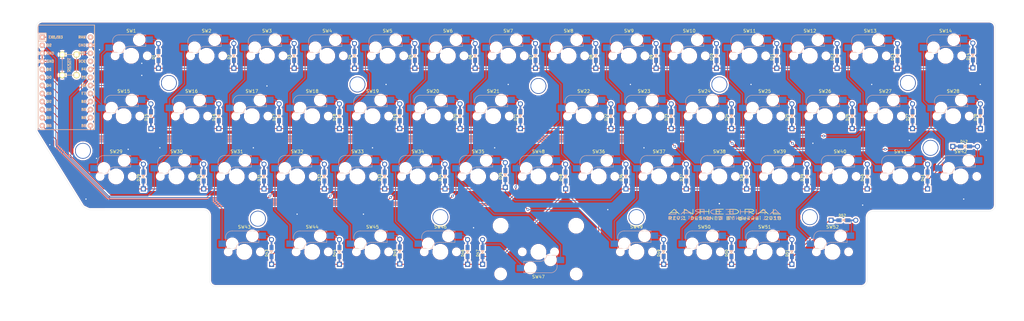
<source format=kicad_pcb>
(kicad_pcb (version 20171130) (host pcbnew "(6.0.0-rc1-dev-1215-g431bdc7a3)")
  (layers (0 F.Cu signal) (31 B.Cu signal) (34 B.Paste user) (35 F.Paste user) (36 B.SilkS user) (37 F.SilkS user) (38 B.Mask user) (39 F.Mask user) (44 Edge.Cuts user))
  (net 0 "")
  (net 1 row0)
  (net 2 "Net-(D1-Pad2)")
  (net 3 "Net-(D2-Pad2)")
  (net 4 "Net-(D3-Pad2)")
  (net 5 "Net-(D4-Pad2)")
  (net 6 "Net-(D5-Pad2)")
  (net 7 "Net-(D6-Pad2)")
  (net 8 "Net-(D7-Pad2)")
  (net 9 "Net-(D8-Pad2)")
  (net 10 "Net-(D9-Pad2)")
  (net 11 "Net-(D10-Pad2)")
  (net 12 "Net-(D11-Pad2)")
  (net 13 "Net-(D12-Pad2)")
  (net 14 "Net-(D13-Pad2)")
  (net 15 "Net-(D14-Pad2)")
  (net 16 "Net-(D15-Pad2)")
  (net 17 row1)
  (net 18 "Net-(D16-Pad2)")
  (net 19 "Net-(D17-Pad2)")
  (net 20 "Net-(D18-Pad2)")
  (net 21 "Net-(D19-Pad2)")
  (net 22 "Net-(D20-Pad2)")
  (net 23 "Net-(D21-Pad2)")
  (net 24 "Net-(D22-Pad2)")
  (net 25 "Net-(D23-Pad2)")
  (net 26 "Net-(D24-Pad2)")
  (net 27 "Net-(D25-Pad2)")
  (net 28 "Net-(D26-Pad2)")
  (net 29 "Net-(D27-Pad2)")
  (net 30 "Net-(D28-Pad2)")
  (net 31 "Net-(D29-Pad2)")
  (net 32 row2)
  (net 33 "Net-(D30-Pad2)")
  (net 34 "Net-(D31-Pad2)")
  (net 35 "Net-(D32-Pad2)")
  (net 36 "Net-(D33-Pad2)")
  (net 37 "Net-(D34-Pad2)")
  (net 38 "Net-(D35-Pad2)")
  (net 39 "Net-(D36-Pad2)")
  (net 40 "Net-(D37-Pad2)")
  (net 41 "Net-(D38-Pad2)")
  (net 42 "Net-(D39-Pad2)")
  (net 43 "Net-(D40-Pad2)")
  (net 44 "Net-(D41-Pad2)")
  (net 45 "Net-(D42-Pad2)")
  (net 46 "Net-(D43-Pad2)")
  (net 47 row3)
  (net 48 "Net-(D44-Pad2)")
  (net 49 "Net-(D45-Pad2)")
  (net 50 "Net-(D46-Pad2)")
  (net 51 "Net-(D47-Pad2)")
  (net 52 "Net-(D48-Pad2)")
  (net 53 "Net-(D49-Pad2)")
  (net 54 "Net-(D50-Pad2)")
  (net 55 "Net-(D51-Pad2)")
  (net 56 "Net-(D52-Pad2)")
  (net 57 col0)
  (net 58 col1)
  (net 59 col2)
  (net 60 col3)
  (net 61 col4)
  (net 62 col5)
  (net 63 col6)
  (net 64 col7)
  (net 65 col8)
  (net 66 col9)
  (net 67 col10)
  (net 68 col11)
  (net 69 col12)
  (net 70 col13)
  (net 71 reset)
  (net 72 GND)
  (net 73 "Net-(U1-Pad24)")
  (net 74 VCC)
  (module eswai:CherryMX_Hotswap (layer F.Cu) (at 153.19506 -30.98662)
    (fp_text reference SW48 (at 0 -7.874) (layer F.SilkS))
    (fp_text value SW_PUSH hide)
    (pad 2 smd rect (at 5.7 -5.12 180) (size 2.3 2) (layers B.Cu B.Paste B.Mask) (net 52 "Net-(D48-Pad2)"))
    (pad "" np_thru_hole circle (at -5.08 0) (size 1.8 1.8) (drill 1.8) (layers *.Cu *.Mask))
    (pad "" np_thru_hole circle (at 5.08 0) (size 1.8 1.8) (drill 1.8) (layers *.Cu *.Mask))
    (pad "" np_thru_hole circle (at 0 0 90) (size 4 4) (drill 4) (layers *.Cu *.Mask))
    (pad "" np_thru_hole circle (at 2.54 -5.08 180) (size 3 3) (drill 3) (layers *.Cu *.Mask))
    (pad "" np_thru_hole circle (at -3.81 -2.54 180) (size 3 3) (drill 3) (layers *.Cu *.Mask))
    (pad 1 smd rect (at -7 -2.58 180) (size 2.3 2) (layers B.Cu B.Paste B.Mask) (net 64 col7))
  )
  (module eswai:CherryMX_Hotswap_2u (layer F.Cu) (at 153.19506 -7.17412 180)
    (fp_text reference SW47 (at 0 -7.874 180) (layer F.SilkS))
    (fp_text value SW_PUSH hide)
    (pad "" np_thru_hole circle (at 11.938 8.255 180) (size 3.9878 3.9878) (drill 3.9878) (layers *.Cu *.Mask))
    (pad "" np_thru_hole circle (at -11.938 8.255 180) (size 3.9878 3.9878) (drill 3.9878) (layers *.Cu *.Mask))
    (pad "" np_thru_hole circle (at 11.938 -6.985 180) (size 3.048 3.048) (drill 3.048) (layers *.Cu *.Mask))
    (pad "" np_thru_hole circle (at -11.938 -6.985 180) (size 3.048 3.048) (drill 3.048) (layers *.Cu *.Mask))
    (pad 2 smd rect (at 5.7 -5.12) (size 2.3 2) (layers B.Cu B.Paste B.Mask) (net 51 "Net-(D47-Pad2)"))
    (pad "" np_thru_hole circle (at -5.08 0 180) (size 1.8 1.8) (drill 1.8) (layers *.Cu *.Mask))
    (pad "" np_thru_hole circle (at 5.08 0 180) (size 1.8 1.8) (drill 1.8) (layers *.Cu *.Mask))
    (pad "" np_thru_hole circle (at 0 0 270) (size 4 4) (drill 4) (layers *.Cu *.Mask))
    (pad "" np_thru_hole circle (at 2.54 -5.08) (size 3 3) (drill 3) (layers *.Cu *.Mask))
    (pad "" np_thru_hole circle (at -3.81 -2.54) (size 3 3) (drill 3) (layers *.Cu *.Mask))
    (pad 1 smd rect (at -7 -2.58) (size 2.3 2) (layers B.Cu B.Paste B.Mask) (net 63 col6))
  )
  (module kbd:ResetSW_4P (layer F.Cu) (at 5.08131 -66.22912 270)
    (fp_text reference SW53 hide)
    (fp_text value SW_PUSH)
    (fp_text user RESET (at 0 0 270) (layer F.SilkS))
    (fp_text user RESET (at 0.127 0 270) (layer B.SilkS) (effects (justify mirror)))
    (pad 2 thru_hole circle (at 3.25 2.25 270) (size 2 2) (drill 1.3) (layers *.Cu *.Mask F.SilkS) (net 72 GND))
    (pad 2 thru_hole circle (at -3.25 2.25 270) (size 2 2) (drill 1.3) (layers *.Cu *.Mask F.SilkS) (net 72 GND))
    (pad 1 thru_hole circle (at -3.25 -2.25 270) (size 2 2) (drill 1.3) (layers *.Cu *.Mask F.SilkS) (net 71 reset))
    (pad 1 thru_hole circle (at 3.25 -2.25 270) (size 2 2) (drill 1.3) (layers *.Cu *.Mask F.SilkS) (net 71 reset))
  )
  (module eswai:Diode-dual (layer F.Cu) (at 249.546657 -17.17537)
    (fp_text reference D52 (at -0.4 -1.5 180) (layer F.SilkS) (effects (font (size 0.8 0.8))))
    (fp_text value D hide)
    (pad 1 smd rect (at -2.530347 0.029877 180) (size 2.9 0.5) (layers F.Cu) (net 47 row3))
    (pad 2 smd rect (at 2.469653 0.029877 180) (size 2.9 0.5) (layers F.Cu) (net 56 "Net-(D52-Pad2)"))
    (pad 1 thru_hole rect (at -3.930347 0.029877 180) (size 1.6 1.6) (drill 1) (layers *.Cu *.Mask) (net 47 row3))
    (pad 2 thru_hole circle (at 3.869653 0.029877 180) (size 1.6 1.6) (drill 1) (layers *.Cu *.Mask) (net 56 "Net-(D52-Pad2)"))
    (pad 2 smd rect (at 1.369653 0.029877 180) (size 1.6 1.2) (layers F.Cu F.Paste F.Mask) (net 56 "Net-(D52-Pad2)"))
    (pad 1 smd rect (at -1.430347 0.029877 180) (size 1.6 1.2) (layers F.Cu F.Paste F.Mask) (net 47 row3))
    (pad 1 smd rect (at -2.530347 0.029877 180) (size 2.9 0.5) (layers B.Cu) (net 47 row3))
    (pad 1 smd rect (at -1.430347 0.029877 180) (size 1.6 1.2) (layers B.Cu B.Paste B.Mask) (net 47 row3))
    (pad 2 smd rect (at 1.369653 0.029877 180) (size 1.6 1.2) (layers B.Cu B.Paste B.Mask) (net 56 "Net-(D52-Pad2)"))
    (pad 2 smd rect (at 2.469653 0.029877 180) (size 2.9 0.5) (layers B.Cu) (net 56 "Net-(D52-Pad2)"))
  )
  (module eswai:CherryMX_Hotswap (layer F.Cu) (at 246.06381 -7.17412)
    (fp_text reference SW52 (at 0 -7.874) (layer F.SilkS))
    (fp_text value SW_PUSH hide)
    (pad 2 smd rect (at 5.7 -5.12 180) (size 2.3 2) (layers B.Cu B.Paste B.Mask) (net 56 "Net-(D52-Pad2)"))
    (pad "" np_thru_hole circle (at -5.08 0) (size 1.8 1.8) (drill 1.8) (layers *.Cu *.Mask))
    (pad "" np_thru_hole circle (at 5.08 0) (size 1.8 1.8) (drill 1.8) (layers *.Cu *.Mask))
    (pad "" np_thru_hole circle (at 0 0 90) (size 4 4) (drill 4) (layers *.Cu *.Mask))
    (pad "" np_thru_hole circle (at 2.54 -5.08 180) (size 3 3) (drill 3) (layers *.Cu *.Mask))
    (pad "" np_thru_hole circle (at -3.81 -2.54 180) (size 3 3) (drill 3) (layers *.Cu *.Mask))
    (pad 1 smd rect (at -7 -2.58 180) (size 2.3 2) (layers B.Cu B.Paste B.Mask) (net 68 col11))
  )
  (module eswai:CherryMX_Hotswap (layer F.Cu) (at 284.16381 -50.03662)
    (fp_text reference SW28 (at 0 -7.874) (layer F.SilkS))
    (fp_text value SW_PUSH hide)
    (pad 2 smd rect (at 5.7 -5.12 180) (size 2.3 2) (layers B.Cu B.Paste B.Mask) (net 30 "Net-(D28-Pad2)"))
    (pad "" np_thru_hole circle (at -5.08 0) (size 1.8 1.8) (drill 1.8) (layers *.Cu *.Mask))
    (pad "" np_thru_hole circle (at 5.08 0) (size 1.8 1.8) (drill 1.8) (layers *.Cu *.Mask))
    (pad "" np_thru_hole circle (at 0 0 90) (size 4 4) (drill 4) (layers *.Cu *.Mask))
    (pad "" np_thru_hole circle (at 2.54 -5.08 180) (size 3 3) (drill 3) (layers *.Cu *.Mask))
    (pad "" np_thru_hole circle (at -3.81 -2.54 180) (size 3 3) (drill 3) (layers *.Cu *.Mask))
    (pad 1 smd rect (at -7 -2.58 180) (size 2.3 2) (layers B.Cu B.Paste B.Mask) (net 70 col13))
  )
  (module eswai:CherryMX_Hotswap (layer F.Cu) (at 281.78256 -69.08662)
    (fp_text reference SW14 (at 0 -7.874) (layer F.SilkS))
    (fp_text value SW_PUSH hide)
    (pad 2 smd rect (at 5.7 -5.12 180) (size 2.3 2) (layers B.Cu B.Paste B.Mask) (net 15 "Net-(D14-Pad2)"))
    (pad "" np_thru_hole circle (at -5.08 0) (size 1.8 1.8) (drill 1.8) (layers *.Cu *.Mask))
    (pad "" np_thru_hole circle (at 5.08 0) (size 1.8 1.8) (drill 1.8) (layers *.Cu *.Mask))
    (pad "" np_thru_hole circle (at 0 0 90) (size 4 4) (drill 4) (layers *.Cu *.Mask))
    (pad "" np_thru_hole circle (at 2.54 -5.08 180) (size 3 3) (drill 3) (layers *.Cu *.Mask))
    (pad "" np_thru_hole circle (at -3.81 -2.54 180) (size 3 3) (drill 3) (layers *.Cu *.Mask))
    (pad 1 smd rect (at -7 -2.58 180) (size 2.3 2) (layers B.Cu B.Paste B.Mask) (net 70 col13))
  )
  (module eswai:Diode-dual (layer F.Cu) (at 233.20506 -7.17412 90)
    (fp_text reference D51 (at -0.4 -1.5 270) (layer F.SilkS) (effects (font (size 0.8 0.8))))
    (fp_text value D hide)
    (pad 1 smd rect (at -2.530347 0.029877 270) (size 2.9 0.5) (layers F.Cu) (net 47 row3))
    (pad 2 smd rect (at 2.469653 0.029877 270) (size 2.9 0.5) (layers F.Cu) (net 55 "Net-(D51-Pad2)"))
    (pad 1 thru_hole rect (at -3.930347 0.029877 270) (size 1.6 1.6) (drill 1) (layers *.Cu *.Mask) (net 47 row3))
    (pad 2 thru_hole circle (at 3.869653 0.029877 270) (size 1.6 1.6) (drill 1) (layers *.Cu *.Mask) (net 55 "Net-(D51-Pad2)"))
    (pad 2 smd rect (at 1.369653 0.029877 270) (size 1.6 1.2) (layers F.Cu F.Paste F.Mask) (net 55 "Net-(D51-Pad2)"))
    (pad 1 smd rect (at -1.430347 0.029877 270) (size 1.6 1.2) (layers F.Cu F.Paste F.Mask) (net 47 row3))
    (pad 1 smd rect (at -2.530347 0.029877 270) (size 2.9 0.5) (layers B.Cu) (net 47 row3))
    (pad 1 smd rect (at -1.430347 0.029877 270) (size 1.6 1.2) (layers B.Cu B.Paste B.Mask) (net 47 row3))
    (pad 2 smd rect (at 1.369653 0.029877 270) (size 1.6 1.2) (layers B.Cu B.Paste B.Mask) (net 55 "Net-(D51-Pad2)"))
    (pad 2 smd rect (at 2.469653 0.029877 270) (size 2.9 0.5) (layers B.Cu) (net 55 "Net-(D51-Pad2)"))
  )
  (module eswai:Diode-dual (layer F.Cu) (at 214.15506 -7.17412 90)
    (fp_text reference D50 (at -0.4 -1.5 270) (layer F.SilkS) (effects (font (size 0.8 0.8))))
    (fp_text value D hide)
    (pad 1 smd rect (at -2.530347 0.029877 270) (size 2.9 0.5) (layers F.Cu) (net 47 row3))
    (pad 2 smd rect (at 2.469653 0.029877 270) (size 2.9 0.5) (layers F.Cu) (net 54 "Net-(D50-Pad2)"))
    (pad 1 thru_hole rect (at -3.930347 0.029877 270) (size 1.6 1.6) (drill 1) (layers *.Cu *.Mask) (net 47 row3))
    (pad 2 thru_hole circle (at 3.869653 0.029877 270) (size 1.6 1.6) (drill 1) (layers *.Cu *.Mask) (net 54 "Net-(D50-Pad2)"))
    (pad 2 smd rect (at 1.369653 0.029877 270) (size 1.6 1.2) (layers F.Cu F.Paste F.Mask) (net 54 "Net-(D50-Pad2)"))
    (pad 1 smd rect (at -1.430347 0.029877 270) (size 1.6 1.2) (layers F.Cu F.Paste F.Mask) (net 47 row3))
    (pad 1 smd rect (at -2.530347 0.029877 270) (size 2.9 0.5) (layers B.Cu) (net 47 row3))
    (pad 1 smd rect (at -1.430347 0.029877 270) (size 1.6 1.2) (layers B.Cu B.Paste B.Mask) (net 47 row3))
    (pad 2 smd rect (at 1.369653 0.029877 270) (size 1.6 1.2) (layers B.Cu B.Paste B.Mask) (net 54 "Net-(D50-Pad2)"))
    (pad 2 smd rect (at 2.469653 0.029877 270) (size 2.9 0.5) (layers B.Cu) (net 54 "Net-(D50-Pad2)"))
  )
  (module eswai:Diode-dual (layer F.Cu) (at 192.72381 -7.17412 90)
    (fp_text reference D49 (at -0.4 -1.5 270) (layer F.SilkS) (effects (font (size 0.8 0.8))))
    (fp_text value D hide)
    (pad 1 smd rect (at -2.530347 0.029877 270) (size 2.9 0.5) (layers F.Cu) (net 47 row3))
    (pad 2 smd rect (at 2.469653 0.029877 270) (size 2.9 0.5) (layers F.Cu) (net 53 "Net-(D49-Pad2)"))
    (pad 1 thru_hole rect (at -3.930347 0.029877 270) (size 1.6 1.6) (drill 1) (layers *.Cu *.Mask) (net 47 row3))
    (pad 2 thru_hole circle (at 3.869653 0.029877 270) (size 1.6 1.6) (drill 1) (layers *.Cu *.Mask) (net 53 "Net-(D49-Pad2)"))
    (pad 2 smd rect (at 1.369653 0.029877 270) (size 1.6 1.2) (layers F.Cu F.Paste F.Mask) (net 53 "Net-(D49-Pad2)"))
    (pad 1 smd rect (at -1.430347 0.029877 270) (size 1.6 1.2) (layers F.Cu F.Paste F.Mask) (net 47 row3))
    (pad 1 smd rect (at -2.530347 0.029877 270) (size 2.9 0.5) (layers B.Cu) (net 47 row3))
    (pad 1 smd rect (at -1.430347 0.029877 270) (size 1.6 1.2) (layers B.Cu B.Paste B.Mask) (net 47 row3))
    (pad 2 smd rect (at 1.369653 0.029877 270) (size 1.6 1.2) (layers B.Cu B.Paste B.Mask) (net 53 "Net-(D49-Pad2)"))
    (pad 2 smd rect (at 2.469653 0.029877 270) (size 2.9 0.5) (layers B.Cu) (net 53 "Net-(D49-Pad2)"))
  )
  (module eswai:Diode-dual (layer F.Cu) (at 161.76756 -30.98662 90)
    (fp_text reference D48 (at -0.4 -1.5 270) (layer F.SilkS) (effects (font (size 0.8 0.8))))
    (fp_text value D hide)
    (pad 1 smd rect (at -2.530347 0.029877 270) (size 2.9 0.5) (layers F.Cu) (net 47 row3))
    (pad 2 smd rect (at 2.469653 0.029877 270) (size 2.9 0.5) (layers F.Cu) (net 52 "Net-(D48-Pad2)"))
    (pad 1 thru_hole rect (at -3.930347 0.029877 270) (size 1.6 1.6) (drill 1) (layers *.Cu *.Mask) (net 47 row3))
    (pad 2 thru_hole circle (at 3.869653 0.029877 270) (size 1.6 1.6) (drill 1) (layers *.Cu *.Mask) (net 52 "Net-(D48-Pad2)"))
    (pad 2 smd rect (at 1.369653 0.029877 270) (size 1.6 1.2) (layers F.Cu F.Paste F.Mask) (net 52 "Net-(D48-Pad2)"))
    (pad 1 smd rect (at -1.430347 0.029877 270) (size 1.6 1.2) (layers F.Cu F.Paste F.Mask) (net 47 row3))
    (pad 1 smd rect (at -2.530347 0.029877 270) (size 2.9 0.5) (layers B.Cu) (net 47 row3))
    (pad 1 smd rect (at -1.430347 0.029877 270) (size 1.6 1.2) (layers B.Cu B.Paste B.Mask) (net 47 row3))
    (pad 2 smd rect (at 1.369653 0.029877 270) (size 1.6 1.2) (layers B.Cu B.Paste B.Mask) (net 52 "Net-(D48-Pad2)"))
    (pad 2 smd rect (at 2.469653 0.029877 270) (size 2.9 0.5) (layers B.Cu) (net 52 "Net-(D48-Pad2)"))
  )
  (module eswai:Diode-dual (layer F.Cu) (at 135.543933 -7.17412 90)
    (fp_text reference D47 (at -0.4 -1.5 270) (layer F.SilkS) (effects (font (size 0.8 0.8))))
    (fp_text value D hide)
    (pad 1 smd rect (at -2.530347 0.029877 270) (size 2.9 0.5) (layers F.Cu) (net 47 row3))
    (pad 2 smd rect (at 2.469653 0.029877 270) (size 2.9 0.5) (layers F.Cu) (net 51 "Net-(D47-Pad2)"))
    (pad 1 thru_hole rect (at -3.930347 0.029877 270) (size 1.6 1.6) (drill 1) (layers *.Cu *.Mask) (net 47 row3))
    (pad 2 thru_hole circle (at 3.869653 0.029877 270) (size 1.6 1.6) (drill 1) (layers *.Cu *.Mask) (net 51 "Net-(D47-Pad2)"))
    (pad 2 smd rect (at 1.369653 0.029877 270) (size 1.6 1.2) (layers F.Cu F.Paste F.Mask) (net 51 "Net-(D47-Pad2)"))
    (pad 1 smd rect (at -1.430347 0.029877 270) (size 1.6 1.2) (layers F.Cu F.Paste F.Mask) (net 47 row3))
    (pad 1 smd rect (at -2.530347 0.029877 270) (size 2.9 0.5) (layers B.Cu) (net 47 row3))
    (pad 1 smd rect (at -1.430347 0.029877 270) (size 1.6 1.2) (layers B.Cu B.Paste B.Mask) (net 47 row3))
    (pad 2 smd rect (at 1.369653 0.029877 270) (size 1.6 1.2) (layers B.Cu B.Paste B.Mask) (net 51 "Net-(D47-Pad2)"))
    (pad 2 smd rect (at 2.469653 0.029877 270) (size 2.9 0.5) (layers B.Cu) (net 51 "Net-(D47-Pad2)"))
  )
  (module eswai:Diode-dual (layer F.Cu) (at 130.81131 -7.17412 90)
    (fp_text reference D46 (at -0.4 -1.5 270) (layer F.SilkS) (effects (font (size 0.8 0.8))))
    (fp_text value D hide)
    (pad 1 smd rect (at -2.530347 0.029877 270) (size 2.9 0.5) (layers F.Cu) (net 47 row3))
    (pad 2 smd rect (at 2.469653 0.029877 270) (size 2.9 0.5) (layers F.Cu) (net 50 "Net-(D46-Pad2)"))
    (pad 1 thru_hole rect (at -3.930347 0.029877 270) (size 1.6 1.6) (drill 1) (layers *.Cu *.Mask) (net 47 row3))
    (pad 2 thru_hole circle (at 3.869653 0.029877 270) (size 1.6 1.6) (drill 1) (layers *.Cu *.Mask) (net 50 "Net-(D46-Pad2)"))
    (pad 2 smd rect (at 1.369653 0.029877 270) (size 1.6 1.2) (layers F.Cu F.Paste F.Mask) (net 50 "Net-(D46-Pad2)"))
    (pad 1 smd rect (at -1.430347 0.029877 270) (size 1.6 1.2) (layers F.Cu F.Paste F.Mask) (net 47 row3))
    (pad 1 smd rect (at -2.530347 0.029877 270) (size 2.9 0.5) (layers B.Cu) (net 47 row3))
    (pad 1 smd rect (at -1.430347 0.029877 270) (size 1.6 1.2) (layers B.Cu B.Paste B.Mask) (net 47 row3))
    (pad 2 smd rect (at 1.369653 0.029877 270) (size 1.6 1.2) (layers B.Cu B.Paste B.Mask) (net 50 "Net-(D46-Pad2)"))
    (pad 2 smd rect (at 2.469653 0.029877 270) (size 2.9 0.5) (layers B.Cu) (net 50 "Net-(D46-Pad2)"))
  )
  (module eswai:Diode-dual (layer F.Cu) (at 109.38006 -7.294467 90)
    (fp_text reference D45 (at -0.4 -1.5 270) (layer F.SilkS) (effects (font (size 0.8 0.8))))
    (fp_text value D hide)
    (pad 1 smd rect (at -2.530347 0.029877 270) (size 2.9 0.5) (layers F.Cu) (net 47 row3))
    (pad 2 smd rect (at 2.469653 0.029877 270) (size 2.9 0.5) (layers F.Cu) (net 49 "Net-(D45-Pad2)"))
    (pad 1 thru_hole rect (at -3.930347 0.029877 270) (size 1.6 1.6) (drill 1) (layers *.Cu *.Mask) (net 47 row3))
    (pad 2 thru_hole circle (at 3.869653 0.029877 270) (size 1.6 1.6) (drill 1) (layers *.Cu *.Mask) (net 49 "Net-(D45-Pad2)"))
    (pad 2 smd rect (at 1.369653 0.029877 270) (size 1.6 1.2) (layers F.Cu F.Paste F.Mask) (net 49 "Net-(D45-Pad2)"))
    (pad 1 smd rect (at -1.430347 0.029877 270) (size 1.6 1.2) (layers F.Cu F.Paste F.Mask) (net 47 row3))
    (pad 1 smd rect (at -2.530347 0.029877 270) (size 2.9 0.5) (layers B.Cu) (net 47 row3))
    (pad 1 smd rect (at -1.430347 0.029877 270) (size 1.6 1.2) (layers B.Cu B.Paste B.Mask) (net 47 row3))
    (pad 2 smd rect (at 1.369653 0.029877 270) (size 1.6 1.2) (layers B.Cu B.Paste B.Mask) (net 49 "Net-(D45-Pad2)"))
    (pad 2 smd rect (at 2.469653 0.029877 270) (size 2.9 0.5) (layers B.Cu) (net 49 "Net-(D45-Pad2)"))
  )
  (module eswai:Diode-dual (layer F.Cu) (at 90.33006 -7.17412 90)
    (fp_text reference D44 (at -0.4 -1.5 270) (layer F.SilkS) (effects (font (size 0.8 0.8))))
    (fp_text value D hide)
    (pad 1 smd rect (at -2.530347 0.029877 270) (size 2.9 0.5) (layers F.Cu) (net 47 row3))
    (pad 2 smd rect (at 2.469653 0.029877 270) (size 2.9 0.5) (layers F.Cu) (net 48 "Net-(D44-Pad2)"))
    (pad 1 thru_hole rect (at -3.930347 0.029877 270) (size 1.6 1.6) (drill 1) (layers *.Cu *.Mask) (net 47 row3))
    (pad 2 thru_hole circle (at 3.869653 0.029877 270) (size 1.6 1.6) (drill 1) (layers *.Cu *.Mask) (net 48 "Net-(D44-Pad2)"))
    (pad 2 smd rect (at 1.369653 0.029877 270) (size 1.6 1.2) (layers F.Cu F.Paste F.Mask) (net 48 "Net-(D44-Pad2)"))
    (pad 1 smd rect (at -1.430347 0.029877 270) (size 1.6 1.2) (layers F.Cu F.Paste F.Mask) (net 47 row3))
    (pad 1 smd rect (at -2.530347 0.029877 270) (size 2.9 0.5) (layers B.Cu) (net 47 row3))
    (pad 1 smd rect (at -1.430347 0.029877 270) (size 1.6 1.2) (layers B.Cu B.Paste B.Mask) (net 47 row3))
    (pad 2 smd rect (at 1.369653 0.029877 270) (size 1.6 1.2) (layers B.Cu B.Paste B.Mask) (net 48 "Net-(D44-Pad2)"))
    (pad 2 smd rect (at 2.469653 0.029877 270) (size 2.9 0.5) (layers B.Cu) (net 48 "Net-(D44-Pad2)"))
  )
  (module eswai:Diode-dual (layer F.Cu) (at 68.89881 -7.17412 90)
    (fp_text reference D43 (at -0.4 -1.5 270) (layer F.SilkS) (effects (font (size 0.8 0.8))))
    (fp_text value D hide)
    (pad 1 smd rect (at -2.530347 0.029877 270) (size 2.9 0.5) (layers F.Cu) (net 47 row3))
    (pad 2 smd rect (at 2.469653 0.029877 270) (size 2.9 0.5) (layers F.Cu) (net 46 "Net-(D43-Pad2)"))
    (pad 1 thru_hole rect (at -3.930347 0.029877 270) (size 1.6 1.6) (drill 1) (layers *.Cu *.Mask) (net 47 row3))
    (pad 2 thru_hole circle (at 3.869653 0.029877 270) (size 1.6 1.6) (drill 1) (layers *.Cu *.Mask) (net 46 "Net-(D43-Pad2)"))
    (pad 2 smd rect (at 1.369653 0.029877 270) (size 1.6 1.2) (layers F.Cu F.Paste F.Mask) (net 46 "Net-(D43-Pad2)"))
    (pad 1 smd rect (at -1.430347 0.029877 270) (size 1.6 1.2) (layers F.Cu F.Paste F.Mask) (net 47 row3))
    (pad 1 smd rect (at -2.530347 0.029877 270) (size 2.9 0.5) (layers B.Cu) (net 47 row3))
    (pad 1 smd rect (at -1.430347 0.029877 270) (size 1.6 1.2) (layers B.Cu B.Paste B.Mask) (net 47 row3))
    (pad 2 smd rect (at 1.369653 0.029877 270) (size 1.6 1.2) (layers B.Cu B.Paste B.Mask) (net 46 "Net-(D43-Pad2)"))
    (pad 2 smd rect (at 2.469653 0.029877 270) (size 2.9 0.5) (layers B.Cu) (net 46 "Net-(D43-Pad2)"))
  )
  (module eswai:Diode-dual (layer F.Cu) (at 287.97381 -40.51162)
    (fp_text reference D42 (at -0.4 -1.5 180) (layer F.SilkS) (effects (font (size 0.8 0.8))))
    (fp_text value D hide)
    (pad 1 smd rect (at -2.530347 0.029877 180) (size 2.9 0.5) (layers F.Cu) (net 32 row2))
    (pad 2 smd rect (at 2.469653 0.029877 180) (size 2.9 0.5) (layers F.Cu) (net 45 "Net-(D42-Pad2)"))
    (pad 1 thru_hole rect (at -3.930347 0.029877 180) (size 1.6 1.6) (drill 1) (layers *.Cu *.Mask) (net 32 row2))
    (pad 2 thru_hole circle (at 3.869653 0.029877 180) (size 1.6 1.6) (drill 1) (layers *.Cu *.Mask) (net 45 "Net-(D42-Pad2)"))
    (pad 2 smd rect (at 1.369653 0.029877 180) (size 1.6 1.2) (layers F.Cu F.Paste F.Mask) (net 45 "Net-(D42-Pad2)"))
    (pad 1 smd rect (at -1.430347 0.029877 180) (size 1.6 1.2) (layers F.Cu F.Paste F.Mask) (net 32 row2))
    (pad 1 smd rect (at -2.530347 0.029877 180) (size 2.9 0.5) (layers B.Cu) (net 32 row2))
    (pad 1 smd rect (at -1.430347 0.029877 180) (size 1.6 1.2) (layers B.Cu B.Paste B.Mask) (net 32 row2))
    (pad 2 smd rect (at 1.369653 0.029877 180) (size 1.6 1.2) (layers B.Cu B.Paste B.Mask) (net 45 "Net-(D42-Pad2)"))
    (pad 2 smd rect (at 2.469653 0.029877 180) (size 2.9 0.5) (layers B.Cu) (net 45 "Net-(D42-Pad2)"))
  )
  (module eswai:Diode-dual (layer F.Cu) (at 276.06756 -30.98662 90)
    (fp_text reference D41 (at -0.4 -1.5 270) (layer F.SilkS) (effects (font (size 0.8 0.8))))
    (fp_text value D hide)
    (pad 1 smd rect (at -2.530347 0.029877 270) (size 2.9 0.5) (layers F.Cu) (net 32 row2))
    (pad 2 smd rect (at 2.469653 0.029877 270) (size 2.9 0.5) (layers F.Cu) (net 44 "Net-(D41-Pad2)"))
    (pad 1 thru_hole rect (at -3.930347 0.029877 270) (size 1.6 1.6) (drill 1) (layers *.Cu *.Mask) (net 32 row2))
    (pad 2 thru_hole circle (at 3.869653 0.029877 270) (size 1.6 1.6) (drill 1) (layers *.Cu *.Mask) (net 44 "Net-(D41-Pad2)"))
    (pad 2 smd rect (at 1.369653 0.029877 270) (size 1.6 1.2) (layers F.Cu F.Paste F.Mask) (net 44 "Net-(D41-Pad2)"))
    (pad 1 smd rect (at -1.430347 0.029877 270) (size 1.6 1.2) (layers F.Cu F.Paste F.Mask) (net 32 row2))
    (pad 1 smd rect (at -2.530347 0.029877 270) (size 2.9 0.5) (layers B.Cu) (net 32 row2))
    (pad 1 smd rect (at -1.430347 0.029877 270) (size 1.6 1.2) (layers B.Cu B.Paste B.Mask) (net 32 row2))
    (pad 2 smd rect (at 1.369653 0.029877 270) (size 1.6 1.2) (layers B.Cu B.Paste B.Mask) (net 44 "Net-(D41-Pad2)"))
    (pad 2 smd rect (at 2.469653 0.029877 270) (size 2.9 0.5) (layers B.Cu) (net 44 "Net-(D41-Pad2)"))
  )
  (module eswai:Diode-dual (layer F.Cu) (at 257.01756 -30.98662 90)
    (fp_text reference D40 (at -0.4 -1.5 270) (layer F.SilkS) (effects (font (size 0.8 0.8))))
    (fp_text value D hide)
    (pad 1 smd rect (at -2.530347 0.029877 270) (size 2.9 0.5) (layers F.Cu) (net 32 row2))
    (pad 2 smd rect (at 2.469653 0.029877 270) (size 2.9 0.5) (layers F.Cu) (net 43 "Net-(D40-Pad2)"))
    (pad 1 thru_hole rect (at -3.930347 0.029877 270) (size 1.6 1.6) (drill 1) (layers *.Cu *.Mask) (net 32 row2))
    (pad 2 thru_hole circle (at 3.869653 0.029877 270) (size 1.6 1.6) (drill 1) (layers *.Cu *.Mask) (net 43 "Net-(D40-Pad2)"))
    (pad 2 smd rect (at 1.369653 0.029877 270) (size 1.6 1.2) (layers F.Cu F.Paste F.Mask) (net 43 "Net-(D40-Pad2)"))
    (pad 1 smd rect (at -1.430347 0.029877 270) (size 1.6 1.2) (layers F.Cu F.Paste F.Mask) (net 32 row2))
    (pad 1 smd rect (at -2.530347 0.029877 270) (size 2.9 0.5) (layers B.Cu) (net 32 row2))
    (pad 1 smd rect (at -1.430347 0.029877 270) (size 1.6 1.2) (layers B.Cu B.Paste B.Mask) (net 32 row2))
    (pad 2 smd rect (at 1.369653 0.029877 270) (size 1.6 1.2) (layers B.Cu B.Paste B.Mask) (net 43 "Net-(D40-Pad2)"))
    (pad 2 smd rect (at 2.469653 0.029877 270) (size 2.9 0.5) (layers B.Cu) (net 43 "Net-(D40-Pad2)"))
  )
  (module eswai:Diode-dual (layer F.Cu) (at 237.96756 -30.98662 90)
    (fp_text reference D39 (at -0.4 -1.5 270) (layer F.SilkS) (effects (font (size 0.8 0.8))))
    (fp_text value D hide)
    (pad 1 smd rect (at -2.530347 0.029877 270) (size 2.9 0.5) (layers F.Cu) (net 32 row2))
    (pad 2 smd rect (at 2.469653 0.029877 270) (size 2.9 0.5) (layers F.Cu) (net 42 "Net-(D39-Pad2)"))
    (pad 1 thru_hole rect (at -3.930347 0.029877 270) (size 1.6 1.6) (drill 1) (layers *.Cu *.Mask) (net 32 row2))
    (pad 2 thru_hole circle (at 3.869653 0.029877 270) (size 1.6 1.6) (drill 1) (layers *.Cu *.Mask) (net 42 "Net-(D39-Pad2)"))
    (pad 2 smd rect (at 1.369653 0.029877 270) (size 1.6 1.2) (layers F.Cu F.Paste F.Mask) (net 42 "Net-(D39-Pad2)"))
    (pad 1 smd rect (at -1.430347 0.029877 270) (size 1.6 1.2) (layers F.Cu F.Paste F.Mask) (net 32 row2))
    (pad 1 smd rect (at -2.530347 0.029877 270) (size 2.9 0.5) (layers B.Cu) (net 32 row2))
    (pad 1 smd rect (at -1.430347 0.029877 270) (size 1.6 1.2) (layers B.Cu B.Paste B.Mask) (net 32 row2))
    (pad 2 smd rect (at 1.369653 0.029877 270) (size 1.6 1.2) (layers B.Cu B.Paste B.Mask) (net 42 "Net-(D39-Pad2)"))
    (pad 2 smd rect (at 2.469653 0.029877 270) (size 2.9 0.5) (layers B.Cu) (net 42 "Net-(D39-Pad2)"))
  )
  (module eswai:Diode-dual (layer F.Cu) (at 218.91756 -30.98662 90)
    (fp_text reference D38 (at -0.4 -1.5 270) (layer F.SilkS) (effects (font (size 0.8 0.8))))
    (fp_text value D hide)
    (pad 1 smd rect (at -2.530347 0.029877 270) (size 2.9 0.5) (layers F.Cu) (net 32 row2))
    (pad 2 smd rect (at 2.469653 0.029877 270) (size 2.9 0.5) (layers F.Cu) (net 41 "Net-(D38-Pad2)"))
    (pad 1 thru_hole rect (at -3.930347 0.029877 270) (size 1.6 1.6) (drill 1) (layers *.Cu *.Mask) (net 32 row2))
    (pad 2 thru_hole circle (at 3.869653 0.029877 270) (size 1.6 1.6) (drill 1) (layers *.Cu *.Mask) (net 41 "Net-(D38-Pad2)"))
    (pad 2 smd rect (at 1.369653 0.029877 270) (size 1.6 1.2) (layers F.Cu F.Paste F.Mask) (net 41 "Net-(D38-Pad2)"))
    (pad 1 smd rect (at -1.430347 0.029877 270) (size 1.6 1.2) (layers F.Cu F.Paste F.Mask) (net 32 row2))
    (pad 1 smd rect (at -2.530347 0.029877 270) (size 2.9 0.5) (layers B.Cu) (net 32 row2))
    (pad 1 smd rect (at -1.430347 0.029877 270) (size 1.6 1.2) (layers B.Cu B.Paste B.Mask) (net 32 row2))
    (pad 2 smd rect (at 1.369653 0.029877 270) (size 1.6 1.2) (layers B.Cu B.Paste B.Mask) (net 41 "Net-(D38-Pad2)"))
    (pad 2 smd rect (at 2.469653 0.029877 270) (size 2.9 0.5) (layers B.Cu) (net 41 "Net-(D38-Pad2)"))
  )
  (module eswai:Diode-dual (layer F.Cu) (at 199.86756 -30.98662 90)
    (fp_text reference D37 (at -0.4 -1.5 270) (layer F.SilkS) (effects (font (size 0.8 0.8))))
    (fp_text value D hide)
    (pad 1 smd rect (at -2.530347 0.029877 270) (size 2.9 0.5) (layers F.Cu) (net 32 row2))
    (pad 2 smd rect (at 2.469653 0.029877 270) (size 2.9 0.5) (layers F.Cu) (net 40 "Net-(D37-Pad2)"))
    (pad 1 thru_hole rect (at -3.930347 0.029877 270) (size 1.6 1.6) (drill 1) (layers *.Cu *.Mask) (net 32 row2))
    (pad 2 thru_hole circle (at 3.869653 0.029877 270) (size 1.6 1.6) (drill 1) (layers *.Cu *.Mask) (net 40 "Net-(D37-Pad2)"))
    (pad 2 smd rect (at 1.369653 0.029877 270) (size 1.6 1.2) (layers F.Cu F.Paste F.Mask) (net 40 "Net-(D37-Pad2)"))
    (pad 1 smd rect (at -1.430347 0.029877 270) (size 1.6 1.2) (layers F.Cu F.Paste F.Mask) (net 32 row2))
    (pad 1 smd rect (at -2.530347 0.029877 270) (size 2.9 0.5) (layers B.Cu) (net 32 row2))
    (pad 1 smd rect (at -1.430347 0.029877 270) (size 1.6 1.2) (layers B.Cu B.Paste B.Mask) (net 32 row2))
    (pad 2 smd rect (at 1.369653 0.029877 270) (size 1.6 1.2) (layers B.Cu B.Paste B.Mask) (net 40 "Net-(D37-Pad2)"))
    (pad 2 smd rect (at 2.469653 0.029877 270) (size 2.9 0.5) (layers B.Cu) (net 40 "Net-(D37-Pad2)"))
  )
  (module eswai:Diode-dual (layer F.Cu) (at 180.81756 -30.98662 90)
    (fp_text reference D36 (at -0.4 -1.5 270) (layer F.SilkS) (effects (font (size 0.8 0.8))))
    (fp_text value D hide)
    (pad 1 smd rect (at -2.530347 0.029877 270) (size 2.9 0.5) (layers F.Cu) (net 32 row2))
    (pad 2 smd rect (at 2.469653 0.029877 270) (size 2.9 0.5) (layers F.Cu) (net 39 "Net-(D36-Pad2)"))
    (pad 1 thru_hole rect (at -3.930347 0.029877 270) (size 1.6 1.6) (drill 1) (layers *.Cu *.Mask) (net 32 row2))
    (pad 2 thru_hole circle (at 3.869653 0.029877 270) (size 1.6 1.6) (drill 1) (layers *.Cu *.Mask) (net 39 "Net-(D36-Pad2)"))
    (pad 2 smd rect (at 1.369653 0.029877 270) (size 1.6 1.2) (layers F.Cu F.Paste F.Mask) (net 39 "Net-(D36-Pad2)"))
    (pad 1 smd rect (at -1.430347 0.029877 270) (size 1.6 1.2) (layers F.Cu F.Paste F.Mask) (net 32 row2))
    (pad 1 smd rect (at -2.530347 0.029877 270) (size 2.9 0.5) (layers B.Cu) (net 32 row2))
    (pad 1 smd rect (at -1.430347 0.029877 270) (size 1.6 1.2) (layers B.Cu B.Paste B.Mask) (net 32 row2))
    (pad 2 smd rect (at 1.369653 0.029877 270) (size 1.6 1.2) (layers B.Cu B.Paste B.Mask) (net 39 "Net-(D36-Pad2)"))
    (pad 2 smd rect (at 2.469653 0.029877 270) (size 2.9 0.5) (layers B.Cu) (net 39 "Net-(D36-Pad2)"))
  )
  (module eswai:Diode-dual (layer F.Cu) (at 142.71756 -31.46287 90)
    (fp_text reference D35 (at -0.4 -1.5 270) (layer F.SilkS) (effects (font (size 0.8 0.8))))
    (fp_text value D hide)
    (pad 1 smd rect (at -2.530347 0.029877 270) (size 2.9 0.5) (layers F.Cu) (net 32 row2))
    (pad 2 smd rect (at 2.469653 0.029877 270) (size 2.9 0.5) (layers F.Cu) (net 38 "Net-(D35-Pad2)"))
    (pad 1 thru_hole rect (at -3.930347 0.029877 270) (size 1.6 1.6) (drill 1) (layers *.Cu *.Mask) (net 32 row2))
    (pad 2 thru_hole circle (at 3.869653 0.029877 270) (size 1.6 1.6) (drill 1) (layers *.Cu *.Mask) (net 38 "Net-(D35-Pad2)"))
    (pad 2 smd rect (at 1.369653 0.029877 270) (size 1.6 1.2) (layers F.Cu F.Paste F.Mask) (net 38 "Net-(D35-Pad2)"))
    (pad 1 smd rect (at -1.430347 0.029877 270) (size 1.6 1.2) (layers F.Cu F.Paste F.Mask) (net 32 row2))
    (pad 1 smd rect (at -2.530347 0.029877 270) (size 2.9 0.5) (layers B.Cu) (net 32 row2))
    (pad 1 smd rect (at -1.430347 0.029877 270) (size 1.6 1.2) (layers B.Cu B.Paste B.Mask) (net 32 row2))
    (pad 2 smd rect (at 1.369653 0.029877 270) (size 1.6 1.2) (layers B.Cu B.Paste B.Mask) (net 38 "Net-(D35-Pad2)"))
    (pad 2 smd rect (at 2.469653 0.029877 270) (size 2.9 0.5) (layers B.Cu) (net 38 "Net-(D35-Pad2)"))
  )
  (module eswai:Diode-dual (layer F.Cu) (at 123.66756 -30.98662 90)
    (fp_text reference D34 (at -0.4 -1.5 270) (layer F.SilkS) (effects (font (size 0.8 0.8))))
    (fp_text value D hide)
    (pad 1 smd rect (at -2.530347 0.029877 270) (size 2.9 0.5) (layers F.Cu) (net 32 row2))
    (pad 2 smd rect (at 2.469653 0.029877 270) (size 2.9 0.5) (layers F.Cu) (net 37 "Net-(D34-Pad2)"))
    (pad 1 thru_hole rect (at -3.930347 0.029877 270) (size 1.6 1.6) (drill 1) (layers *.Cu *.Mask) (net 32 row2))
    (pad 2 thru_hole circle (at 3.869653 0.029877 270) (size 1.6 1.6) (drill 1) (layers *.Cu *.Mask) (net 37 "Net-(D34-Pad2)"))
    (pad 2 smd rect (at 1.369653 0.029877 270) (size 1.6 1.2) (layers F.Cu F.Paste F.Mask) (net 37 "Net-(D34-Pad2)"))
    (pad 1 smd rect (at -1.430347 0.029877 270) (size 1.6 1.2) (layers F.Cu F.Paste F.Mask) (net 32 row2))
    (pad 1 smd rect (at -2.530347 0.029877 270) (size 2.9 0.5) (layers B.Cu) (net 32 row2))
    (pad 1 smd rect (at -1.430347 0.029877 270) (size 1.6 1.2) (layers B.Cu B.Paste B.Mask) (net 32 row2))
    (pad 2 smd rect (at 1.369653 0.029877 270) (size 1.6 1.2) (layers B.Cu B.Paste B.Mask) (net 37 "Net-(D34-Pad2)"))
    (pad 2 smd rect (at 2.469653 0.029877 270) (size 2.9 0.5) (layers B.Cu) (net 37 "Net-(D34-Pad2)"))
  )
  (module eswai:Diode-dual (layer F.Cu) (at 104.61756 -30.98662 90)
    (fp_text reference D33 (at -0.4 -1.5 270) (layer F.SilkS) (effects (font (size 0.8 0.8))))
    (fp_text value D hide)
    (pad 1 smd rect (at -2.530347 0.029877 270) (size 2.9 0.5) (layers F.Cu) (net 32 row2))
    (pad 2 smd rect (at 2.469653 0.029877 270) (size 2.9 0.5) (layers F.Cu) (net 36 "Net-(D33-Pad2)"))
    (pad 1 thru_hole rect (at -3.930347 0.029877 270) (size 1.6 1.6) (drill 1) (layers *.Cu *.Mask) (net 32 row2))
    (pad 2 thru_hole circle (at 3.869653 0.029877 270) (size 1.6 1.6) (drill 1) (layers *.Cu *.Mask) (net 36 "Net-(D33-Pad2)"))
    (pad 2 smd rect (at 1.369653 0.029877 270) (size 1.6 1.2) (layers F.Cu F.Paste F.Mask) (net 36 "Net-(D33-Pad2)"))
    (pad 1 smd rect (at -1.430347 0.029877 270) (size 1.6 1.2) (layers F.Cu F.Paste F.Mask) (net 32 row2))
    (pad 1 smd rect (at -2.530347 0.029877 270) (size 2.9 0.5) (layers B.Cu) (net 32 row2))
    (pad 1 smd rect (at -1.430347 0.029877 270) (size 1.6 1.2) (layers B.Cu B.Paste B.Mask) (net 32 row2))
    (pad 2 smd rect (at 1.369653 0.029877 270) (size 1.6 1.2) (layers B.Cu B.Paste B.Mask) (net 36 "Net-(D33-Pad2)"))
    (pad 2 smd rect (at 2.469653 0.029877 270) (size 2.9 0.5) (layers B.Cu) (net 36 "Net-(D33-Pad2)"))
  )
  (module eswai:Diode-dual (layer F.Cu) (at 85.56756 -30.98662 90)
    (fp_text reference D32 (at -0.4 -1.5 270) (layer F.SilkS) (effects (font (size 0.8 0.8))))
    (fp_text value D hide)
    (pad 1 smd rect (at -2.530347 0.029877 270) (size 2.9 0.5) (layers F.Cu) (net 32 row2))
    (pad 2 smd rect (at 2.469653 0.029877 270) (size 2.9 0.5) (layers F.Cu) (net 35 "Net-(D32-Pad2)"))
    (pad 1 thru_hole rect (at -3.930347 0.029877 270) (size 1.6 1.6) (drill 1) (layers *.Cu *.Mask) (net 32 row2))
    (pad 2 thru_hole circle (at 3.869653 0.029877 270) (size 1.6 1.6) (drill 1) (layers *.Cu *.Mask) (net 35 "Net-(D32-Pad2)"))
    (pad 2 smd rect (at 1.369653 0.029877 270) (size 1.6 1.2) (layers F.Cu F.Paste F.Mask) (net 35 "Net-(D32-Pad2)"))
    (pad 1 smd rect (at -1.430347 0.029877 270) (size 1.6 1.2) (layers F.Cu F.Paste F.Mask) (net 32 row2))
    (pad 1 smd rect (at -2.530347 0.029877 270) (size 2.9 0.5) (layers B.Cu) (net 32 row2))
    (pad 1 smd rect (at -1.430347 0.029877 270) (size 1.6 1.2) (layers B.Cu B.Paste B.Mask) (net 32 row2))
    (pad 2 smd rect (at 1.369653 0.029877 270) (size 1.6 1.2) (layers B.Cu B.Paste B.Mask) (net 35 "Net-(D32-Pad2)"))
    (pad 2 smd rect (at 2.469653 0.029877 270) (size 2.9 0.5) (layers B.Cu) (net 35 "Net-(D32-Pad2)"))
  )
  (module eswai:Diode-dual (layer F.Cu) (at 66.51756 -30.98662 90)
    (fp_text reference D31 (at -0.4 -1.5 270) (layer F.SilkS) (effects (font (size 0.8 0.8))))
    (fp_text value D hide)
    (pad 1 smd rect (at -2.530347 0.029877 270) (size 2.9 0.5) (layers F.Cu) (net 32 row2))
    (pad 2 smd rect (at 2.469653 0.029877 270) (size 2.9 0.5) (layers F.Cu) (net 34 "Net-(D31-Pad2)"))
    (pad 1 thru_hole rect (at -3.930347 0.029877 270) (size 1.6 1.6) (drill 1) (layers *.Cu *.Mask) (net 32 row2))
    (pad 2 thru_hole circle (at 3.869653 0.029877 270) (size 1.6 1.6) (drill 1) (layers *.Cu *.Mask) (net 34 "Net-(D31-Pad2)"))
    (pad 2 smd rect (at 1.369653 0.029877 270) (size 1.6 1.2) (layers F.Cu F.Paste F.Mask) (net 34 "Net-(D31-Pad2)"))
    (pad 1 smd rect (at -1.430347 0.029877 270) (size 1.6 1.2) (layers F.Cu F.Paste F.Mask) (net 32 row2))
    (pad 1 smd rect (at -2.530347 0.029877 270) (size 2.9 0.5) (layers B.Cu) (net 32 row2))
    (pad 1 smd rect (at -1.430347 0.029877 270) (size 1.6 1.2) (layers B.Cu B.Paste B.Mask) (net 32 row2))
    (pad 2 smd rect (at 1.369653 0.029877 270) (size 1.6 1.2) (layers B.Cu B.Paste B.Mask) (net 34 "Net-(D31-Pad2)"))
    (pad 2 smd rect (at 2.469653 0.029877 270) (size 2.9 0.5) (layers B.Cu) (net 34 "Net-(D31-Pad2)"))
  )
  (module eswai:Diode-dual (layer F.Cu) (at 47.46756 -30.98662 90)
    (fp_text reference D30 (at -0.4 -1.5 270) (layer F.SilkS) (effects (font (size 0.8 0.8))))
    (fp_text value D hide)
    (pad 1 smd rect (at -2.530347 0.029877 270) (size 2.9 0.5) (layers F.Cu) (net 32 row2))
    (pad 2 smd rect (at 2.469653 0.029877 270) (size 2.9 0.5) (layers F.Cu) (net 33 "Net-(D30-Pad2)"))
    (pad 1 thru_hole rect (at -3.930347 0.029877 270) (size 1.6 1.6) (drill 1) (layers *.Cu *.Mask) (net 32 row2))
    (pad 2 thru_hole circle (at 3.869653 0.029877 270) (size 1.6 1.6) (drill 1) (layers *.Cu *.Mask) (net 33 "Net-(D30-Pad2)"))
    (pad 2 smd rect (at 1.369653 0.029877 270) (size 1.6 1.2) (layers F.Cu F.Paste F.Mask) (net 33 "Net-(D30-Pad2)"))
    (pad 1 smd rect (at -1.430347 0.029877 270) (size 1.6 1.2) (layers F.Cu F.Paste F.Mask) (net 32 row2))
    (pad 1 smd rect (at -2.530347 0.029877 270) (size 2.9 0.5) (layers B.Cu) (net 32 row2))
    (pad 1 smd rect (at -1.430347 0.029877 270) (size 1.6 1.2) (layers B.Cu B.Paste B.Mask) (net 32 row2))
    (pad 2 smd rect (at 1.369653 0.029877 270) (size 1.6 1.2) (layers B.Cu B.Paste B.Mask) (net 33 "Net-(D30-Pad2)"))
    (pad 2 smd rect (at 2.469653 0.029877 270) (size 2.9 0.5) (layers B.Cu) (net 33 "Net-(D30-Pad2)"))
  )
  (module eswai:Diode-dual (layer F.Cu) (at 28.41756 -30.98662 90)
    (fp_text reference D29 (at -0.4 -1.5 270) (layer F.SilkS) (effects (font (size 0.8 0.8))))
    (fp_text value D hide)
    (pad 1 smd rect (at -2.530347 0.029877 270) (size 2.9 0.5) (layers F.Cu) (net 32 row2))
    (pad 2 smd rect (at 2.469653 0.029877 270) (size 2.9 0.5) (layers F.Cu) (net 31 "Net-(D29-Pad2)"))
    (pad 1 thru_hole rect (at -3.930347 0.029877 270) (size 1.6 1.6) (drill 1) (layers *.Cu *.Mask) (net 32 row2))
    (pad 2 thru_hole circle (at 3.869653 0.029877 270) (size 1.6 1.6) (drill 1) (layers *.Cu *.Mask) (net 31 "Net-(D29-Pad2)"))
    (pad 2 smd rect (at 1.369653 0.029877 270) (size 1.6 1.2) (layers F.Cu F.Paste F.Mask) (net 31 "Net-(D29-Pad2)"))
    (pad 1 smd rect (at -1.430347 0.029877 270) (size 1.6 1.2) (layers F.Cu F.Paste F.Mask) (net 32 row2))
    (pad 1 smd rect (at -2.530347 0.029877 270) (size 2.9 0.5) (layers B.Cu) (net 32 row2))
    (pad 1 smd rect (at -1.430347 0.029877 270) (size 1.6 1.2) (layers B.Cu B.Paste B.Mask) (net 32 row2))
    (pad 2 smd rect (at 1.369653 0.029877 270) (size 1.6 1.2) (layers B.Cu B.Paste B.Mask) (net 31 "Net-(D29-Pad2)"))
    (pad 2 smd rect (at 2.469653 0.029877 270) (size 2.9 0.5) (layers B.Cu) (net 31 "Net-(D29-Pad2)"))
  )
  (module eswai:Diode-dual (layer F.Cu) (at 292.73631 -50.03662 90)
    (fp_text reference D28 (at -0.4 -1.5 270) (layer F.SilkS) (effects (font (size 0.8 0.8))))
    (fp_text value D hide)
    (pad 1 smd rect (at -2.530347 0.029877 270) (size 2.9 0.5) (layers F.Cu) (net 17 row1))
    (pad 2 smd rect (at 2.469653 0.029877 270) (size 2.9 0.5) (layers F.Cu) (net 30 "Net-(D28-Pad2)"))
    (pad 1 thru_hole rect (at -3.930347 0.029877 270) (size 1.6 1.6) (drill 1) (layers *.Cu *.Mask) (net 17 row1))
    (pad 2 thru_hole circle (at 3.869653 0.029877 270) (size 1.6 1.6) (drill 1) (layers *.Cu *.Mask) (net 30 "Net-(D28-Pad2)"))
    (pad 2 smd rect (at 1.369653 0.029877 270) (size 1.6 1.2) (layers F.Cu F.Paste F.Mask) (net 30 "Net-(D28-Pad2)"))
    (pad 1 smd rect (at -1.430347 0.029877 270) (size 1.6 1.2) (layers F.Cu F.Paste F.Mask) (net 17 row1))
    (pad 1 smd rect (at -2.530347 0.029877 270) (size 2.9 0.5) (layers B.Cu) (net 17 row1))
    (pad 1 smd rect (at -1.430347 0.029877 270) (size 1.6 1.2) (layers B.Cu B.Paste B.Mask) (net 17 row1))
    (pad 2 smd rect (at 1.369653 0.029877 270) (size 1.6 1.2) (layers B.Cu B.Paste B.Mask) (net 30 "Net-(D28-Pad2)"))
    (pad 2 smd rect (at 2.469653 0.029877 270) (size 2.9 0.5) (layers B.Cu) (net 30 "Net-(D28-Pad2)"))
  )
  (module eswai:Diode-dual (layer F.Cu) (at 271.30506 -50.03662 90)
    (fp_text reference D27 (at -0.4 -1.5 270) (layer F.SilkS) (effects (font (size 0.8 0.8))))
    (fp_text value D hide)
    (pad 1 smd rect (at -2.530347 0.029877 270) (size 2.9 0.5) (layers F.Cu) (net 17 row1))
    (pad 2 smd rect (at 2.469653 0.029877 270) (size 2.9 0.5) (layers F.Cu) (net 29 "Net-(D27-Pad2)"))
    (pad 1 thru_hole rect (at -3.930347 0.029877 270) (size 1.6 1.6) (drill 1) (layers *.Cu *.Mask) (net 17 row1))
    (pad 2 thru_hole circle (at 3.869653 0.029877 270) (size 1.6 1.6) (drill 1) (layers *.Cu *.Mask) (net 29 "Net-(D27-Pad2)"))
    (pad 2 smd rect (at 1.369653 0.029877 270) (size 1.6 1.2) (layers F.Cu F.Paste F.Mask) (net 29 "Net-(D27-Pad2)"))
    (pad 1 smd rect (at -1.430347 0.029877 270) (size 1.6 1.2) (layers F.Cu F.Paste F.Mask) (net 17 row1))
    (pad 1 smd rect (at -2.530347 0.029877 270) (size 2.9 0.5) (layers B.Cu) (net 17 row1))
    (pad 1 smd rect (at -1.430347 0.029877 270) (size 1.6 1.2) (layers B.Cu B.Paste B.Mask) (net 17 row1))
    (pad 2 smd rect (at 1.369653 0.029877 270) (size 1.6 1.2) (layers B.Cu B.Paste B.Mask) (net 29 "Net-(D27-Pad2)"))
    (pad 2 smd rect (at 2.469653 0.029877 270) (size 2.9 0.5) (layers B.Cu) (net 29 "Net-(D27-Pad2)"))
  )
  (module eswai:Diode-dual (layer F.Cu) (at 252.25506 -50.03662 90)
    (fp_text reference D26 (at -0.4 -1.5 270) (layer F.SilkS) (effects (font (size 0.8 0.8))))
    (fp_text value D hide)
    (pad 1 smd rect (at -2.530347 0.029877 270) (size 2.9 0.5) (layers F.Cu) (net 17 row1))
    (pad 2 smd rect (at 2.469653 0.029877 270) (size 2.9 0.5) (layers F.Cu) (net 28 "Net-(D26-Pad2)"))
    (pad 1 thru_hole rect (at -3.930347 0.029877 270) (size 1.6 1.6) (drill 1) (layers *.Cu *.Mask) (net 17 row1))
    (pad 2 thru_hole circle (at 3.869653 0.029877 270) (size 1.6 1.6) (drill 1) (layers *.Cu *.Mask) (net 28 "Net-(D26-Pad2)"))
    (pad 2 smd rect (at 1.369653 0.029877 270) (size 1.6 1.2) (layers F.Cu F.Paste F.Mask) (net 28 "Net-(D26-Pad2)"))
    (pad 1 smd rect (at -1.430347 0.029877 270) (size 1.6 1.2) (layers F.Cu F.Paste F.Mask) (net 17 row1))
    (pad 1 smd rect (at -2.530347 0.029877 270) (size 2.9 0.5) (layers B.Cu) (net 17 row1))
    (pad 1 smd rect (at -1.430347 0.029877 270) (size 1.6 1.2) (layers B.Cu B.Paste B.Mask) (net 17 row1))
    (pad 2 smd rect (at 1.369653 0.029877 270) (size 1.6 1.2) (layers B.Cu B.Paste B.Mask) (net 28 "Net-(D26-Pad2)"))
    (pad 2 smd rect (at 2.469653 0.029877 270) (size 2.9 0.5) (layers B.Cu) (net 28 "Net-(D26-Pad2)"))
  )
  (module eswai:Diode-dual (layer F.Cu) (at 233.20506 -50.03662 90)
    (fp_text reference D25 (at -0.4 -1.5 270) (layer F.SilkS) (effects (font (size 0.8 0.8))))
    (fp_text value D hide)
    (pad 1 smd rect (at -2.530347 0.029877 270) (size 2.9 0.5) (layers F.Cu) (net 17 row1))
    (pad 2 smd rect (at 2.469653 0.029877 270) (size 2.9 0.5) (layers F.Cu) (net 27 "Net-(D25-Pad2)"))
    (pad 1 thru_hole rect (at -3.930347 0.029877 270) (size 1.6 1.6) (drill 1) (layers *.Cu *.Mask) (net 17 row1))
    (pad 2 thru_hole circle (at 3.869653 0.029877 270) (size 1.6 1.6) (drill 1) (layers *.Cu *.Mask) (net 27 "Net-(D25-Pad2)"))
    (pad 2 smd rect (at 1.369653 0.029877 270) (size 1.6 1.2) (layers F.Cu F.Paste F.Mask) (net 27 "Net-(D25-Pad2)"))
    (pad 1 smd rect (at -1.430347 0.029877 270) (size 1.6 1.2) (layers F.Cu F.Paste F.Mask) (net 17 row1))
    (pad 1 smd rect (at -2.530347 0.029877 270) (size 2.9 0.5) (layers B.Cu) (net 17 row1))
    (pad 1 smd rect (at -1.430347 0.029877 270) (size 1.6 1.2) (layers B.Cu B.Paste B.Mask) (net 17 row1))
    (pad 2 smd rect (at 1.369653 0.029877 270) (size 1.6 1.2) (layers B.Cu B.Paste B.Mask) (net 27 "Net-(D25-Pad2)"))
    (pad 2 smd rect (at 2.469653 0.029877 270) (size 2.9 0.5) (layers B.Cu) (net 27 "Net-(D25-Pad2)"))
  )
  (module eswai:Diode-dual (layer F.Cu) (at 214.15506 -50.03662 90)
    (fp_text reference D24 (at -0.4 -1.5 270) (layer F.SilkS) (effects (font (size 0.8 0.8))))
    (fp_text value D hide)
    (pad 1 smd rect (at -2.530347 0.029877 270) (size 2.9 0.5) (layers F.Cu) (net 17 row1))
    (pad 2 smd rect (at 2.469653 0.029877 270) (size 2.9 0.5) (layers F.Cu) (net 26 "Net-(D24-Pad2)"))
    (pad 1 thru_hole rect (at -3.930347 0.029877 270) (size 1.6 1.6) (drill 1) (layers *.Cu *.Mask) (net 17 row1))
    (pad 2 thru_hole circle (at 3.869653 0.029877 270) (size 1.6 1.6) (drill 1) (layers *.Cu *.Mask) (net 26 "Net-(D24-Pad2)"))
    (pad 2 smd rect (at 1.369653 0.029877 270) (size 1.6 1.2) (layers F.Cu F.Paste F.Mask) (net 26 "Net-(D24-Pad2)"))
    (pad 1 smd rect (at -1.430347 0.029877 270) (size 1.6 1.2) (layers F.Cu F.Paste F.Mask) (net 17 row1))
    (pad 1 smd rect (at -2.530347 0.029877 270) (size 2.9 0.5) (layers B.Cu) (net 17 row1))
    (pad 1 smd rect (at -1.430347 0.029877 270) (size 1.6 1.2) (layers B.Cu B.Paste B.Mask) (net 17 row1))
    (pad 2 smd rect (at 1.369653 0.029877 270) (size 1.6 1.2) (layers B.Cu B.Paste B.Mask) (net 26 "Net-(D24-Pad2)"))
    (pad 2 smd rect (at 2.469653 0.029877 270) (size 2.9 0.5) (layers B.Cu) (net 26 "Net-(D24-Pad2)"))
  )
  (module eswai:Diode-dual (layer F.Cu) (at 195.10506 -50.03662 90)
    (fp_text reference D23 (at -0.4 -1.5 270) (layer F.SilkS) (effects (font (size 0.8 0.8))))
    (fp_text value D hide)
    (pad 1 smd rect (at -2.530347 0.029877 270) (size 2.9 0.5) (layers F.Cu) (net 17 row1))
    (pad 2 smd rect (at 2.469653 0.029877 270) (size 2.9 0.5) (layers F.Cu) (net 25 "Net-(D23-Pad2)"))
    (pad 1 thru_hole rect (at -3.930347 0.029877 270) (size 1.6 1.6) (drill 1) (layers *.Cu *.Mask) (net 17 row1))
    (pad 2 thru_hole circle (at 3.869653 0.029877 270) (size 1.6 1.6) (drill 1) (layers *.Cu *.Mask) (net 25 "Net-(D23-Pad2)"))
    (pad 2 smd rect (at 1.369653 0.029877 270) (size 1.6 1.2) (layers F.Cu F.Paste F.Mask) (net 25 "Net-(D23-Pad2)"))
    (pad 1 smd rect (at -1.430347 0.029877 270) (size 1.6 1.2) (layers F.Cu F.Paste F.Mask) (net 17 row1))
    (pad 1 smd rect (at -2.530347 0.029877 270) (size 2.9 0.5) (layers B.Cu) (net 17 row1))
    (pad 1 smd rect (at -1.430347 0.029877 270) (size 1.6 1.2) (layers B.Cu B.Paste B.Mask) (net 17 row1))
    (pad 2 smd rect (at 1.369653 0.029877 270) (size 1.6 1.2) (layers B.Cu B.Paste B.Mask) (net 25 "Net-(D23-Pad2)"))
    (pad 2 smd rect (at 2.469653 0.029877 270) (size 2.9 0.5) (layers B.Cu) (net 25 "Net-(D23-Pad2)"))
  )
  (module eswai:Diode-dual (layer F.Cu) (at 176.05506 -50.03662 90)
    (fp_text reference D22 (at -0.4 -1.5 270) (layer F.SilkS) (effects (font (size 0.8 0.8))))
    (fp_text value D hide)
    (pad 1 smd rect (at -2.530347 0.029877 270) (size 2.9 0.5) (layers F.Cu) (net 17 row1))
    (pad 2 smd rect (at 2.469653 0.029877 270) (size 2.9 0.5) (layers F.Cu) (net 24 "Net-(D22-Pad2)"))
    (pad 1 thru_hole rect (at -3.930347 0.029877 270) (size 1.6 1.6) (drill 1) (layers *.Cu *.Mask) (net 17 row1))
    (pad 2 thru_hole circle (at 3.869653 0.029877 270) (size 1.6 1.6) (drill 1) (layers *.Cu *.Mask) (net 24 "Net-(D22-Pad2)"))
    (pad 2 smd rect (at 1.369653 0.029877 270) (size 1.6 1.2) (layers F.Cu F.Paste F.Mask) (net 24 "Net-(D22-Pad2)"))
    (pad 1 smd rect (at -1.430347 0.029877 270) (size 1.6 1.2) (layers F.Cu F.Paste F.Mask) (net 17 row1))
    (pad 1 smd rect (at -2.530347 0.029877 270) (size 2.9 0.5) (layers B.Cu) (net 17 row1))
    (pad 1 smd rect (at -1.430347 0.029877 270) (size 1.6 1.2) (layers B.Cu B.Paste B.Mask) (net 17 row1))
    (pad 2 smd rect (at 1.369653 0.029877 270) (size 1.6 1.2) (layers B.Cu B.Paste B.Mask) (net 24 "Net-(D22-Pad2)"))
    (pad 2 smd rect (at 2.469653 0.029877 270) (size 2.9 0.5) (layers B.Cu) (net 24 "Net-(D22-Pad2)"))
  )
  (module eswai:Diode-dual (layer F.Cu) (at 147.48006 -50.03662 90)
    (fp_text reference D21 (at -0.4 -1.5 270) (layer F.SilkS) (effects (font (size 0.8 0.8))))
    (fp_text value D hide)
    (pad 1 smd rect (at -2.530347 0.029877 270) (size 2.9 0.5) (layers F.Cu) (net 17 row1))
    (pad 2 smd rect (at 2.469653 0.029877 270) (size 2.9 0.5) (layers F.Cu) (net 23 "Net-(D21-Pad2)"))
    (pad 1 thru_hole rect (at -3.930347 0.029877 270) (size 1.6 1.6) (drill 1) (layers *.Cu *.Mask) (net 17 row1))
    (pad 2 thru_hole circle (at 3.869653 0.029877 270) (size 1.6 1.6) (drill 1) (layers *.Cu *.Mask) (net 23 "Net-(D21-Pad2)"))
    (pad 2 smd rect (at 1.369653 0.029877 270) (size 1.6 1.2) (layers F.Cu F.Paste F.Mask) (net 23 "Net-(D21-Pad2)"))
    (pad 1 smd rect (at -1.430347 0.029877 270) (size 1.6 1.2) (layers F.Cu F.Paste F.Mask) (net 17 row1))
    (pad 1 smd rect (at -2.530347 0.029877 270) (size 2.9 0.5) (layers B.Cu) (net 17 row1))
    (pad 1 smd rect (at -1.430347 0.029877 270) (size 1.6 1.2) (layers B.Cu B.Paste B.Mask) (net 17 row1))
    (pad 2 smd rect (at 1.369653 0.029877 270) (size 1.6 1.2) (layers B.Cu B.Paste B.Mask) (net 23 "Net-(D21-Pad2)"))
    (pad 2 smd rect (at 2.469653 0.029877 270) (size 2.9 0.5) (layers B.Cu) (net 23 "Net-(D21-Pad2)"))
  )
  (module eswai:Diode-dual (layer F.Cu) (at 128.43006 -50.03662 90)
    (fp_text reference D20 (at -0.4 -1.5 270) (layer F.SilkS) (effects (font (size 0.8 0.8))))
    (fp_text value D hide)
    (pad 1 smd rect (at -2.530347 0.029877 270) (size 2.9 0.5) (layers F.Cu) (net 17 row1))
    (pad 2 smd rect (at 2.469653 0.029877 270) (size 2.9 0.5) (layers F.Cu) (net 22 "Net-(D20-Pad2)"))
    (pad 1 thru_hole rect (at -3.930347 0.029877 270) (size 1.6 1.6) (drill 1) (layers *.Cu *.Mask) (net 17 row1))
    (pad 2 thru_hole circle (at 3.869653 0.029877 270) (size 1.6 1.6) (drill 1) (layers *.Cu *.Mask) (net 22 "Net-(D20-Pad2)"))
    (pad 2 smd rect (at 1.369653 0.029877 270) (size 1.6 1.2) (layers F.Cu F.Paste F.Mask) (net 22 "Net-(D20-Pad2)"))
    (pad 1 smd rect (at -1.430347 0.029877 270) (size 1.6 1.2) (layers F.Cu F.Paste F.Mask) (net 17 row1))
    (pad 1 smd rect (at -2.530347 0.029877 270) (size 2.9 0.5) (layers B.Cu) (net 17 row1))
    (pad 1 smd rect (at -1.430347 0.029877 270) (size 1.6 1.2) (layers B.Cu B.Paste B.Mask) (net 17 row1))
    (pad 2 smd rect (at 1.369653 0.029877 270) (size 1.6 1.2) (layers B.Cu B.Paste B.Mask) (net 22 "Net-(D20-Pad2)"))
    (pad 2 smd rect (at 2.469653 0.029877 270) (size 2.9 0.5) (layers B.Cu) (net 22 "Net-(D20-Pad2)"))
  )
  (module eswai:Diode-dual (layer F.Cu) (at 109.38006 -50.03662 90)
    (fp_text reference D19 (at -0.4 -1.5 270) (layer F.SilkS) (effects (font (size 0.8 0.8))))
    (fp_text value D hide)
    (pad 1 smd rect (at -2.530347 0.029877 270) (size 2.9 0.5) (layers F.Cu) (net 17 row1))
    (pad 2 smd rect (at 2.469653 0.029877 270) (size 2.9 0.5) (layers F.Cu) (net 21 "Net-(D19-Pad2)"))
    (pad 1 thru_hole rect (at -3.930347 0.029877 270) (size 1.6 1.6) (drill 1) (layers *.Cu *.Mask) (net 17 row1))
    (pad 2 thru_hole circle (at 3.869653 0.029877 270) (size 1.6 1.6) (drill 1) (layers *.Cu *.Mask) (net 21 "Net-(D19-Pad2)"))
    (pad 2 smd rect (at 1.369653 0.029877 270) (size 1.6 1.2) (layers F.Cu F.Paste F.Mask) (net 21 "Net-(D19-Pad2)"))
    (pad 1 smd rect (at -1.430347 0.029877 270) (size 1.6 1.2) (layers F.Cu F.Paste F.Mask) (net 17 row1))
    (pad 1 smd rect (at -2.530347 0.029877 270) (size 2.9 0.5) (layers B.Cu) (net 17 row1))
    (pad 1 smd rect (at -1.430347 0.029877 270) (size 1.6 1.2) (layers B.Cu B.Paste B.Mask) (net 17 row1))
    (pad 2 smd rect (at 1.369653 0.029877 270) (size 1.6 1.2) (layers B.Cu B.Paste B.Mask) (net 21 "Net-(D19-Pad2)"))
    (pad 2 smd rect (at 2.469653 0.029877 270) (size 2.9 0.5) (layers B.Cu) (net 21 "Net-(D19-Pad2)"))
  )
  (module eswai:Diode-dual (layer F.Cu) (at 90.33006 -50.03662 90)
    (fp_text reference D18 (at -0.4 -1.5 270) (layer F.SilkS) (effects (font (size 0.8 0.8))))
    (fp_text value D hide)
    (pad 1 smd rect (at -2.530347 0.029877 270) (size 2.9 0.5) (layers F.Cu) (net 17 row1))
    (pad 2 smd rect (at 2.469653 0.029877 270) (size 2.9 0.5) (layers F.Cu) (net 20 "Net-(D18-Pad2)"))
    (pad 1 thru_hole rect (at -3.930347 0.029877 270) (size 1.6 1.6) (drill 1) (layers *.Cu *.Mask) (net 17 row1))
    (pad 2 thru_hole circle (at 3.869653 0.029877 270) (size 1.6 1.6) (drill 1) (layers *.Cu *.Mask) (net 20 "Net-(D18-Pad2)"))
    (pad 2 smd rect (at 1.369653 0.029877 270) (size 1.6 1.2) (layers F.Cu F.Paste F.Mask) (net 20 "Net-(D18-Pad2)"))
    (pad 1 smd rect (at -1.430347 0.029877 270) (size 1.6 1.2) (layers F.Cu F.Paste F.Mask) (net 17 row1))
    (pad 1 smd rect (at -2.530347 0.029877 270) (size 2.9 0.5) (layers B.Cu) (net 17 row1))
    (pad 1 smd rect (at -1.430347 0.029877 270) (size 1.6 1.2) (layers B.Cu B.Paste B.Mask) (net 17 row1))
    (pad 2 smd rect (at 1.369653 0.029877 270) (size 1.6 1.2) (layers B.Cu B.Paste B.Mask) (net 20 "Net-(D18-Pad2)"))
    (pad 2 smd rect (at 2.469653 0.029877 270) (size 2.9 0.5) (layers B.Cu) (net 20 "Net-(D18-Pad2)"))
  )
  (module eswai:Diode-dual (layer F.Cu) (at 71.28006 -50.03662 90)
    (fp_text reference D17 (at -0.4 -1.5 270) (layer F.SilkS) (effects (font (size 0.8 0.8))))
    (fp_text value D hide)
    (pad 1 smd rect (at -2.530347 0.029877 270) (size 2.9 0.5) (layers F.Cu) (net 17 row1))
    (pad 2 smd rect (at 2.469653 0.029877 270) (size 2.9 0.5) (layers F.Cu) (net 19 "Net-(D17-Pad2)"))
    (pad 1 thru_hole rect (at -3.930347 0.029877 270) (size 1.6 1.6) (drill 1) (layers *.Cu *.Mask) (net 17 row1))
    (pad 2 thru_hole circle (at 3.869653 0.029877 270) (size 1.6 1.6) (drill 1) (layers *.Cu *.Mask) (net 19 "Net-(D17-Pad2)"))
    (pad 2 smd rect (at 1.369653 0.029877 270) (size 1.6 1.2) (layers F.Cu F.Paste F.Mask) (net 19 "Net-(D17-Pad2)"))
    (pad 1 smd rect (at -1.430347 0.029877 270) (size 1.6 1.2) (layers F.Cu F.Paste F.Mask) (net 17 row1))
    (pad 1 smd rect (at -2.530347 0.029877 270) (size 2.9 0.5) (layers B.Cu) (net 17 row1))
    (pad 1 smd rect (at -1.430347 0.029877 270) (size 1.6 1.2) (layers B.Cu B.Paste B.Mask) (net 17 row1))
    (pad 2 smd rect (at 1.369653 0.029877 270) (size 1.6 1.2) (layers B.Cu B.Paste B.Mask) (net 19 "Net-(D17-Pad2)"))
    (pad 2 smd rect (at 2.469653 0.029877 270) (size 2.9 0.5) (layers B.Cu) (net 19 "Net-(D17-Pad2)"))
  )
  (module eswai:Diode-dual (layer F.Cu) (at 52.23006 -50.03662 90)
    (fp_text reference D16 (at -0.4 -1.5 270) (layer F.SilkS) (effects (font (size 0.8 0.8))))
    (fp_text value D hide)
    (pad 1 smd rect (at -2.530347 0.029877 270) (size 2.9 0.5) (layers F.Cu) (net 17 row1))
    (pad 2 smd rect (at 2.469653 0.029877 270) (size 2.9 0.5) (layers F.Cu) (net 18 "Net-(D16-Pad2)"))
    (pad 1 thru_hole rect (at -3.930347 0.029877 270) (size 1.6 1.6) (drill 1) (layers *.Cu *.Mask) (net 17 row1))
    (pad 2 thru_hole circle (at 3.869653 0.029877 270) (size 1.6 1.6) (drill 1) (layers *.Cu *.Mask) (net 18 "Net-(D16-Pad2)"))
    (pad 2 smd rect (at 1.369653 0.029877 270) (size 1.6 1.2) (layers F.Cu F.Paste F.Mask) (net 18 "Net-(D16-Pad2)"))
    (pad 1 smd rect (at -1.430347 0.029877 270) (size 1.6 1.2) (layers F.Cu F.Paste F.Mask) (net 17 row1))
    (pad 1 smd rect (at -2.530347 0.029877 270) (size 2.9 0.5) (layers B.Cu) (net 17 row1))
    (pad 1 smd rect (at -1.430347 0.029877 270) (size 1.6 1.2) (layers B.Cu B.Paste B.Mask) (net 17 row1))
    (pad 2 smd rect (at 1.369653 0.029877 270) (size 1.6 1.2) (layers B.Cu B.Paste B.Mask) (net 18 "Net-(D16-Pad2)"))
    (pad 2 smd rect (at 2.469653 0.029877 270) (size 2.9 0.5) (layers B.Cu) (net 18 "Net-(D16-Pad2)"))
  )
  (module eswai:Diode-dual (layer F.Cu) (at 30.79881 -50.03662 90)
    (fp_text reference D15 (at -0.4 -1.5 270) (layer F.SilkS) (effects (font (size 0.8 0.8))))
    (fp_text value D hide)
    (pad 1 smd rect (at -2.530347 0.029877 270) (size 2.9 0.5) (layers F.Cu) (net 17 row1))
    (pad 2 smd rect (at 2.469653 0.029877 270) (size 2.9 0.5) (layers F.Cu) (net 16 "Net-(D15-Pad2)"))
    (pad 1 thru_hole rect (at -3.930347 0.029877 270) (size 1.6 1.6) (drill 1) (layers *.Cu *.Mask) (net 17 row1))
    (pad 2 thru_hole circle (at 3.869653 0.029877 270) (size 1.6 1.6) (drill 1) (layers *.Cu *.Mask) (net 16 "Net-(D15-Pad2)"))
    (pad 2 smd rect (at 1.369653 0.029877 270) (size 1.6 1.2) (layers F.Cu F.Paste F.Mask) (net 16 "Net-(D15-Pad2)"))
    (pad 1 smd rect (at -1.430347 0.029877 270) (size 1.6 1.2) (layers F.Cu F.Paste F.Mask) (net 17 row1))
    (pad 1 smd rect (at -2.530347 0.029877 270) (size 2.9 0.5) (layers B.Cu) (net 17 row1))
    (pad 1 smd rect (at -1.430347 0.029877 270) (size 1.6 1.2) (layers B.Cu B.Paste B.Mask) (net 17 row1))
    (pad 2 smd rect (at 1.369653 0.029877 270) (size 1.6 1.2) (layers B.Cu B.Paste B.Mask) (net 16 "Net-(D15-Pad2)"))
    (pad 2 smd rect (at 2.469653 0.029877 270) (size 2.9 0.5) (layers B.Cu) (net 16 "Net-(D15-Pad2)"))
  )
  (module eswai:Diode-dual (layer F.Cu) (at 290.35506 -69.206967 90)
    (fp_text reference D14 (at -0.4 -1.5 270) (layer F.SilkS) (effects (font (size 0.8 0.8))))
    (fp_text value D hide)
    (pad 1 smd rect (at -2.530347 0.029877 270) (size 2.9 0.5) (layers F.Cu) (net 1 row0))
    (pad 2 smd rect (at 2.469653 0.029877 270) (size 2.9 0.5) (layers F.Cu) (net 15 "Net-(D14-Pad2)"))
    (pad 1 thru_hole rect (at -3.930347 0.029877 270) (size 1.6 1.6) (drill 1) (layers *.Cu *.Mask) (net 1 row0))
    (pad 2 thru_hole circle (at 3.869653 0.029877 270) (size 1.6 1.6) (drill 1) (layers *.Cu *.Mask) (net 15 "Net-(D14-Pad2)"))
    (pad 2 smd rect (at 1.369653 0.029877 270) (size 1.6 1.2) (layers F.Cu F.Paste F.Mask) (net 15 "Net-(D14-Pad2)"))
    (pad 1 smd rect (at -1.430347 0.029877 270) (size 1.6 1.2) (layers F.Cu F.Paste F.Mask) (net 1 row0))
    (pad 1 smd rect (at -2.530347 0.029877 270) (size 2.9 0.5) (layers B.Cu) (net 1 row0))
    (pad 1 smd rect (at -1.430347 0.029877 270) (size 1.6 1.2) (layers B.Cu B.Paste B.Mask) (net 1 row0))
    (pad 2 smd rect (at 1.369653 0.029877 270) (size 1.6 1.2) (layers B.Cu B.Paste B.Mask) (net 15 "Net-(D14-Pad2)"))
    (pad 2 smd rect (at 2.469653 0.029877 270) (size 2.9 0.5) (layers B.Cu) (net 15 "Net-(D14-Pad2)"))
  )
  (module eswai:Diode-dual (layer F.Cu) (at 266.54256 -69.08662 90)
    (fp_text reference D13 (at -0.4 -1.5 270) (layer F.SilkS) (effects (font (size 0.8 0.8))))
    (fp_text value D hide)
    (pad 1 smd rect (at -2.530347 0.029877 270) (size 2.9 0.5) (layers F.Cu) (net 1 row0))
    (pad 2 smd rect (at 2.469653 0.029877 270) (size 2.9 0.5) (layers F.Cu) (net 14 "Net-(D13-Pad2)"))
    (pad 1 thru_hole rect (at -3.930347 0.029877 270) (size 1.6 1.6) (drill 1) (layers *.Cu *.Mask) (net 1 row0))
    (pad 2 thru_hole circle (at 3.869653 0.029877 270) (size 1.6 1.6) (drill 1) (layers *.Cu *.Mask) (net 14 "Net-(D13-Pad2)"))
    (pad 2 smd rect (at 1.369653 0.029877 270) (size 1.6 1.2) (layers F.Cu F.Paste F.Mask) (net 14 "Net-(D13-Pad2)"))
    (pad 1 smd rect (at -1.430347 0.029877 270) (size 1.6 1.2) (layers F.Cu F.Paste F.Mask) (net 1 row0))
    (pad 1 smd rect (at -2.530347 0.029877 270) (size 2.9 0.5) (layers B.Cu) (net 1 row0))
    (pad 1 smd rect (at -1.430347 0.029877 270) (size 1.6 1.2) (layers B.Cu B.Paste B.Mask) (net 1 row0))
    (pad 2 smd rect (at 1.369653 0.029877 270) (size 1.6 1.2) (layers B.Cu B.Paste B.Mask) (net 14 "Net-(D13-Pad2)"))
    (pad 2 smd rect (at 2.469653 0.029877 270) (size 2.9 0.5) (layers B.Cu) (net 14 "Net-(D13-Pad2)"))
  )
  (module eswai:Diode-dual (layer F.Cu) (at 247.49256 -69.08662 90)
    (fp_text reference D12 (at -0.4 -1.5 270) (layer F.SilkS) (effects (font (size 0.8 0.8))))
    (fp_text value D hide)
    (pad 1 smd rect (at -2.530347 0.029877 270) (size 2.9 0.5) (layers F.Cu) (net 1 row0))
    (pad 2 smd rect (at 2.469653 0.029877 270) (size 2.9 0.5) (layers F.Cu) (net 13 "Net-(D12-Pad2)"))
    (pad 1 thru_hole rect (at -3.930347 0.029877 270) (size 1.6 1.6) (drill 1) (layers *.Cu *.Mask) (net 1 row0))
    (pad 2 thru_hole circle (at 3.869653 0.029877 270) (size 1.6 1.6) (drill 1) (layers *.Cu *.Mask) (net 13 "Net-(D12-Pad2)"))
    (pad 2 smd rect (at 1.369653 0.029877 270) (size 1.6 1.2) (layers F.Cu F.Paste F.Mask) (net 13 "Net-(D12-Pad2)"))
    (pad 1 smd rect (at -1.430347 0.029877 270) (size 1.6 1.2) (layers F.Cu F.Paste F.Mask) (net 1 row0))
    (pad 1 smd rect (at -2.530347 0.029877 270) (size 2.9 0.5) (layers B.Cu) (net 1 row0))
    (pad 1 smd rect (at -1.430347 0.029877 270) (size 1.6 1.2) (layers B.Cu B.Paste B.Mask) (net 1 row0))
    (pad 2 smd rect (at 1.369653 0.029877 270) (size 1.6 1.2) (layers B.Cu B.Paste B.Mask) (net 13 "Net-(D12-Pad2)"))
    (pad 2 smd rect (at 2.469653 0.029877 270) (size 2.9 0.5) (layers B.Cu) (net 13 "Net-(D12-Pad2)"))
  )
  (module eswai:Diode-dual (layer F.Cu) (at 228.44256 -69.08662 90)
    (fp_text reference D11 (at -0.4 -1.5 270) (layer F.SilkS) (effects (font (size 0.8 0.8))))
    (fp_text value D hide)
    (pad 1 smd rect (at -2.530347 0.029877 270) (size 2.9 0.5) (layers F.Cu) (net 1 row0))
    (pad 2 smd rect (at 2.469653 0.029877 270) (size 2.9 0.5) (layers F.Cu) (net 12 "Net-(D11-Pad2)"))
    (pad 1 thru_hole rect (at -3.930347 0.029877 270) (size 1.6 1.6) (drill 1) (layers *.Cu *.Mask) (net 1 row0))
    (pad 2 thru_hole circle (at 3.869653 0.029877 270) (size 1.6 1.6) (drill 1) (layers *.Cu *.Mask) (net 12 "Net-(D11-Pad2)"))
    (pad 2 smd rect (at 1.369653 0.029877 270) (size 1.6 1.2) (layers F.Cu F.Paste F.Mask) (net 12 "Net-(D11-Pad2)"))
    (pad 1 smd rect (at -1.430347 0.029877 270) (size 1.6 1.2) (layers F.Cu F.Paste F.Mask) (net 1 row0))
    (pad 1 smd rect (at -2.530347 0.029877 270) (size 2.9 0.5) (layers B.Cu) (net 1 row0))
    (pad 1 smd rect (at -1.430347 0.029877 270) (size 1.6 1.2) (layers B.Cu B.Paste B.Mask) (net 1 row0))
    (pad 2 smd rect (at 1.369653 0.029877 270) (size 1.6 1.2) (layers B.Cu B.Paste B.Mask) (net 12 "Net-(D11-Pad2)"))
    (pad 2 smd rect (at 2.469653 0.029877 270) (size 2.9 0.5) (layers B.Cu) (net 12 "Net-(D11-Pad2)"))
  )
  (module eswai:Diode-dual (layer F.Cu) (at 209.39256 -69.08662 90)
    (fp_text reference D10 (at -0.4 -1.5 270) (layer F.SilkS) (effects (font (size 0.8 0.8))))
    (fp_text value D hide)
    (pad 1 smd rect (at -2.530347 0.029877 270) (size 2.9 0.5) (layers F.Cu) (net 1 row0))
    (pad 2 smd rect (at 2.469653 0.029877 270) (size 2.9 0.5) (layers F.Cu) (net 11 "Net-(D10-Pad2)"))
    (pad 1 thru_hole rect (at -3.930347 0.029877 270) (size 1.6 1.6) (drill 1) (layers *.Cu *.Mask) (net 1 row0))
    (pad 2 thru_hole circle (at 3.869653 0.029877 270) (size 1.6 1.6) (drill 1) (layers *.Cu *.Mask) (net 11 "Net-(D10-Pad2)"))
    (pad 2 smd rect (at 1.369653 0.029877 270) (size 1.6 1.2) (layers F.Cu F.Paste F.Mask) (net 11 "Net-(D10-Pad2)"))
    (pad 1 smd rect (at -1.430347 0.029877 270) (size 1.6 1.2) (layers F.Cu F.Paste F.Mask) (net 1 row0))
    (pad 1 smd rect (at -2.530347 0.029877 270) (size 2.9 0.5) (layers B.Cu) (net 1 row0))
    (pad 1 smd rect (at -1.430347 0.029877 270) (size 1.6 1.2) (layers B.Cu B.Paste B.Mask) (net 1 row0))
    (pad 2 smd rect (at 1.369653 0.029877 270) (size 1.6 1.2) (layers B.Cu B.Paste B.Mask) (net 11 "Net-(D10-Pad2)"))
    (pad 2 smd rect (at 2.469653 0.029877 270) (size 2.9 0.5) (layers B.Cu) (net 11 "Net-(D10-Pad2)"))
  )
  (module eswai:Diode-dual (layer F.Cu) (at 190.34256 -69.08662 90)
    (fp_text reference D9 (at -0.4 -1.5 270) (layer F.SilkS) (effects (font (size 0.8 0.8))))
    (fp_text value D hide)
    (pad 1 smd rect (at -2.530347 0.029877 270) (size 2.9 0.5) (layers F.Cu) (net 1 row0))
    (pad 2 smd rect (at 2.469653 0.029877 270) (size 2.9 0.5) (layers F.Cu) (net 10 "Net-(D9-Pad2)"))
    (pad 1 thru_hole rect (at -3.930347 0.029877 270) (size 1.6 1.6) (drill 1) (layers *.Cu *.Mask) (net 1 row0))
    (pad 2 thru_hole circle (at 3.869653 0.029877 270) (size 1.6 1.6) (drill 1) (layers *.Cu *.Mask) (net 10 "Net-(D9-Pad2)"))
    (pad 2 smd rect (at 1.369653 0.029877 270) (size 1.6 1.2) (layers F.Cu F.Paste F.Mask) (net 10 "Net-(D9-Pad2)"))
    (pad 1 smd rect (at -1.430347 0.029877 270) (size 1.6 1.2) (layers F.Cu F.Paste F.Mask) (net 1 row0))
    (pad 1 smd rect (at -2.530347 0.029877 270) (size 2.9 0.5) (layers B.Cu) (net 1 row0))
    (pad 1 smd rect (at -1.430347 0.029877 270) (size 1.6 1.2) (layers B.Cu B.Paste B.Mask) (net 1 row0))
    (pad 2 smd rect (at 1.369653 0.029877 270) (size 1.6 1.2) (layers B.Cu B.Paste B.Mask) (net 10 "Net-(D9-Pad2)"))
    (pad 2 smd rect (at 2.469653 0.029877 270) (size 2.9 0.5) (layers B.Cu) (net 10 "Net-(D9-Pad2)"))
  )
  (module eswai:Diode-dual (layer F.Cu) (at 171.29256 -69.08662 90)
    (fp_text reference D8 (at -0.4 -1.5 270) (layer F.SilkS) (effects (font (size 0.8 0.8))))
    (fp_text value D hide)
    (pad 1 smd rect (at -2.530347 0.029877 270) (size 2.9 0.5) (layers F.Cu) (net 1 row0))
    (pad 2 smd rect (at 2.469653 0.029877 270) (size 2.9 0.5) (layers F.Cu) (net 9 "Net-(D8-Pad2)"))
    (pad 1 thru_hole rect (at -3.930347 0.029877 270) (size 1.6 1.6) (drill 1) (layers *.Cu *.Mask) (net 1 row0))
    (pad 2 thru_hole circle (at 3.869653 0.029877 270) (size 1.6 1.6) (drill 1) (layers *.Cu *.Mask) (net 9 "Net-(D8-Pad2)"))
    (pad 2 smd rect (at 1.369653 0.029877 270) (size 1.6 1.2) (layers F.Cu F.Paste F.Mask) (net 9 "Net-(D8-Pad2)"))
    (pad 1 smd rect (at -1.430347 0.029877 270) (size 1.6 1.2) (layers F.Cu F.Paste F.Mask) (net 1 row0))
    (pad 1 smd rect (at -2.530347 0.029877 270) (size 2.9 0.5) (layers B.Cu) (net 1 row0))
    (pad 1 smd rect (at -1.430347 0.029877 270) (size 1.6 1.2) (layers B.Cu B.Paste B.Mask) (net 1 row0))
    (pad 2 smd rect (at 1.369653 0.029877 270) (size 1.6 1.2) (layers B.Cu B.Paste B.Mask) (net 9 "Net-(D8-Pad2)"))
    (pad 2 smd rect (at 2.469653 0.029877 270) (size 2.9 0.5) (layers B.Cu) (net 9 "Net-(D8-Pad2)"))
  )
  (module eswai:Diode-dual (layer F.Cu) (at 152.24256 -69.08662 90)
    (fp_text reference D7 (at -0.4 -1.5 270) (layer F.SilkS) (effects (font (size 0.8 0.8))))
    (fp_text value D hide)
    (pad 1 smd rect (at -2.530347 0.029877 270) (size 2.9 0.5) (layers F.Cu) (net 1 row0))
    (pad 2 smd rect (at 2.469653 0.029877 270) (size 2.9 0.5) (layers F.Cu) (net 8 "Net-(D7-Pad2)"))
    (pad 1 thru_hole rect (at -3.930347 0.029877 270) (size 1.6 1.6) (drill 1) (layers *.Cu *.Mask) (net 1 row0))
    (pad 2 thru_hole circle (at 3.869653 0.029877 270) (size 1.6 1.6) (drill 1) (layers *.Cu *.Mask) (net 8 "Net-(D7-Pad2)"))
    (pad 2 smd rect (at 1.369653 0.029877 270) (size 1.6 1.2) (layers F.Cu F.Paste F.Mask) (net 8 "Net-(D7-Pad2)"))
    (pad 1 smd rect (at -1.430347 0.029877 270) (size 1.6 1.2) (layers F.Cu F.Paste F.Mask) (net 1 row0))
    (pad 1 smd rect (at -2.530347 0.029877 270) (size 2.9 0.5) (layers B.Cu) (net 1 row0))
    (pad 1 smd rect (at -1.430347 0.029877 270) (size 1.6 1.2) (layers B.Cu B.Paste B.Mask) (net 1 row0))
    (pad 2 smd rect (at 1.369653 0.029877 270) (size 1.6 1.2) (layers B.Cu B.Paste B.Mask) (net 8 "Net-(D7-Pad2)"))
    (pad 2 smd rect (at 2.469653 0.029877 270) (size 2.9 0.5) (layers B.Cu) (net 8 "Net-(D7-Pad2)"))
  )
  (module eswai:Diode-dual (layer F.Cu) (at 133.19256 -69.08662 90)
    (fp_text reference D6 (at -0.4 -1.5 270) (layer F.SilkS) (effects (font (size 0.8 0.8))))
    (fp_text value D hide)
    (pad 1 smd rect (at -2.530347 0.029877 270) (size 2.9 0.5) (layers F.Cu) (net 1 row0))
    (pad 2 smd rect (at 2.469653 0.029877 270) (size 2.9 0.5) (layers F.Cu) (net 7 "Net-(D6-Pad2)"))
    (pad 1 thru_hole rect (at -3.930347 0.029877 270) (size 1.6 1.6) (drill 1) (layers *.Cu *.Mask) (net 1 row0))
    (pad 2 thru_hole circle (at 3.869653 0.029877 270) (size 1.6 1.6) (drill 1) (layers *.Cu *.Mask) (net 7 "Net-(D6-Pad2)"))
    (pad 2 smd rect (at 1.369653 0.029877 270) (size 1.6 1.2) (layers F.Cu F.Paste F.Mask) (net 7 "Net-(D6-Pad2)"))
    (pad 1 smd rect (at -1.430347 0.029877 270) (size 1.6 1.2) (layers F.Cu F.Paste F.Mask) (net 1 row0))
    (pad 1 smd rect (at -2.530347 0.029877 270) (size 2.9 0.5) (layers B.Cu) (net 1 row0))
    (pad 1 smd rect (at -1.430347 0.029877 270) (size 1.6 1.2) (layers B.Cu B.Paste B.Mask) (net 1 row0))
    (pad 2 smd rect (at 1.369653 0.029877 270) (size 1.6 1.2) (layers B.Cu B.Paste B.Mask) (net 7 "Net-(D6-Pad2)"))
    (pad 2 smd rect (at 2.469653 0.029877 270) (size 2.9 0.5) (layers B.Cu) (net 7 "Net-(D6-Pad2)"))
  )
  (module eswai:Diode-dual (layer F.Cu) (at 114.14256 -69.08662 90)
    (fp_text reference D5 (at -0.4 -1.5 270) (layer F.SilkS) (effects (font (size 0.8 0.8))))
    (fp_text value D hide)
    (pad 1 smd rect (at -2.530347 0.029877 270) (size 2.9 0.5) (layers F.Cu) (net 1 row0))
    (pad 2 smd rect (at 2.469653 0.029877 270) (size 2.9 0.5) (layers F.Cu) (net 6 "Net-(D5-Pad2)"))
    (pad 1 thru_hole rect (at -3.930347 0.029877 270) (size 1.6 1.6) (drill 1) (layers *.Cu *.Mask) (net 1 row0))
    (pad 2 thru_hole circle (at 3.869653 0.029877 270) (size 1.6 1.6) (drill 1) (layers *.Cu *.Mask) (net 6 "Net-(D5-Pad2)"))
    (pad 2 smd rect (at 1.369653 0.029877 270) (size 1.6 1.2) (layers F.Cu F.Paste F.Mask) (net 6 "Net-(D5-Pad2)"))
    (pad 1 smd rect (at -1.430347 0.029877 270) (size 1.6 1.2) (layers F.Cu F.Paste F.Mask) (net 1 row0))
    (pad 1 smd rect (at -2.530347 0.029877 270) (size 2.9 0.5) (layers B.Cu) (net 1 row0))
    (pad 1 smd rect (at -1.430347 0.029877 270) (size 1.6 1.2) (layers B.Cu B.Paste B.Mask) (net 1 row0))
    (pad 2 smd rect (at 1.369653 0.029877 270) (size 1.6 1.2) (layers B.Cu B.Paste B.Mask) (net 6 "Net-(D5-Pad2)"))
    (pad 2 smd rect (at 2.469653 0.029877 270) (size 2.9 0.5) (layers B.Cu) (net 6 "Net-(D5-Pad2)"))
  )
  (module eswai:Diode-dual (layer F.Cu) (at 95.09256 -69.08662 90)
    (fp_text reference D4 (at -0.4 -1.5 270) (layer F.SilkS) (effects (font (size 0.8 0.8))))
    (fp_text value D hide)
    (pad 1 smd rect (at -2.530347 0.029877 270) (size 2.9 0.5) (layers F.Cu) (net 1 row0))
    (pad 2 smd rect (at 2.469653 0.029877 270) (size 2.9 0.5) (layers F.Cu) (net 5 "Net-(D4-Pad2)"))
    (pad 1 thru_hole rect (at -3.930347 0.029877 270) (size 1.6 1.6) (drill 1) (layers *.Cu *.Mask) (net 1 row0))
    (pad 2 thru_hole circle (at 3.869653 0.029877 270) (size 1.6 1.6) (drill 1) (layers *.Cu *.Mask) (net 5 "Net-(D4-Pad2)"))
    (pad 2 smd rect (at 1.369653 0.029877 270) (size 1.6 1.2) (layers F.Cu F.Paste F.Mask) (net 5 "Net-(D4-Pad2)"))
    (pad 1 smd rect (at -1.430347 0.029877 270) (size 1.6 1.2) (layers F.Cu F.Paste F.Mask) (net 1 row0))
    (pad 1 smd rect (at -2.530347 0.029877 270) (size 2.9 0.5) (layers B.Cu) (net 1 row0))
    (pad 1 smd rect (at -1.430347 0.029877 270) (size 1.6 1.2) (layers B.Cu B.Paste B.Mask) (net 1 row0))
    (pad 2 smd rect (at 1.369653 0.029877 270) (size 1.6 1.2) (layers B.Cu B.Paste B.Mask) (net 5 "Net-(D4-Pad2)"))
    (pad 2 smd rect (at 2.469653 0.029877 270) (size 2.9 0.5) (layers B.Cu) (net 5 "Net-(D4-Pad2)"))
  )
  (module eswai:Diode-dual (layer F.Cu) (at 76.04256 -69.08662 90)
    (fp_text reference D3 (at -0.4 -1.5 270) (layer F.SilkS) (effects (font (size 0.8 0.8))))
    (fp_text value D hide)
    (pad 1 smd rect (at -2.530347 0.029877 270) (size 2.9 0.5) (layers F.Cu) (net 1 row0))
    (pad 2 smd rect (at 2.469653 0.029877 270) (size 2.9 0.5) (layers F.Cu) (net 4 "Net-(D3-Pad2)"))
    (pad 1 thru_hole rect (at -3.930347 0.029877 270) (size 1.6 1.6) (drill 1) (layers *.Cu *.Mask) (net 1 row0))
    (pad 2 thru_hole circle (at 3.869653 0.029877 270) (size 1.6 1.6) (drill 1) (layers *.Cu *.Mask) (net 4 "Net-(D3-Pad2)"))
    (pad 2 smd rect (at 1.369653 0.029877 270) (size 1.6 1.2) (layers F.Cu F.Paste F.Mask) (net 4 "Net-(D3-Pad2)"))
    (pad 1 smd rect (at -1.430347 0.029877 270) (size 1.6 1.2) (layers F.Cu F.Paste F.Mask) (net 1 row0))
    (pad 1 smd rect (at -2.530347 0.029877 270) (size 2.9 0.5) (layers B.Cu) (net 1 row0))
    (pad 1 smd rect (at -1.430347 0.029877 270) (size 1.6 1.2) (layers B.Cu B.Paste B.Mask) (net 1 row0))
    (pad 2 smd rect (at 1.369653 0.029877 270) (size 1.6 1.2) (layers B.Cu B.Paste B.Mask) (net 4 "Net-(D3-Pad2)"))
    (pad 2 smd rect (at 2.469653 0.029877 270) (size 2.9 0.5) (layers B.Cu) (net 4 "Net-(D3-Pad2)"))
  )
  (module eswai:Diode-dual (layer F.Cu) (at 56.99256 -69.08662 90)
    (fp_text reference D2 (at -0.4 -1.5 270) (layer F.SilkS) (effects (font (size 0.8 0.8))))
    (fp_text value D hide)
    (pad 1 smd rect (at -2.530347 0.029877 270) (size 2.9 0.5) (layers F.Cu) (net 1 row0))
    (pad 2 smd rect (at 2.469653 0.029877 270) (size 2.9 0.5) (layers F.Cu) (net 3 "Net-(D2-Pad2)"))
    (pad 1 thru_hole rect (at -3.930347 0.029877 270) (size 1.6 1.6) (drill 1) (layers *.Cu *.Mask) (net 1 row0))
    (pad 2 thru_hole circle (at 3.869653 0.029877 270) (size 1.6 1.6) (drill 1) (layers *.Cu *.Mask) (net 3 "Net-(D2-Pad2)"))
    (pad 2 smd rect (at 1.369653 0.029877 270) (size 1.6 1.2) (layers F.Cu F.Paste F.Mask) (net 3 "Net-(D2-Pad2)"))
    (pad 1 smd rect (at -1.430347 0.029877 270) (size 1.6 1.2) (layers F.Cu F.Paste F.Mask) (net 1 row0))
    (pad 1 smd rect (at -2.530347 0.029877 270) (size 2.9 0.5) (layers B.Cu) (net 1 row0))
    (pad 1 smd rect (at -1.430347 0.029877 270) (size 1.6 1.2) (layers B.Cu B.Paste B.Mask) (net 1 row0))
    (pad 2 smd rect (at 1.369653 0.029877 270) (size 1.6 1.2) (layers B.Cu B.Paste B.Mask) (net 3 "Net-(D2-Pad2)"))
    (pad 2 smd rect (at 2.469653 0.029877 270) (size 2.9 0.5) (layers B.Cu) (net 3 "Net-(D2-Pad2)"))
  )
  (module eswai:Diode-dual (layer F.Cu) (at 33.18006 -69.08662 90)
    (fp_text reference D1 (at -0.4 -1.5 270) (layer F.SilkS) (effects (font (size 0.8 0.8))))
    (fp_text value D hide)
    (pad 1 smd rect (at -2.530347 0.029877 270) (size 2.9 0.5) (layers F.Cu) (net 1 row0))
    (pad 2 smd rect (at 2.469653 0.029877 270) (size 2.9 0.5) (layers F.Cu) (net 2 "Net-(D1-Pad2)"))
    (pad 1 thru_hole rect (at -3.930347 0.029877 270) (size 1.6 1.6) (drill 1) (layers *.Cu *.Mask) (net 1 row0))
    (pad 2 thru_hole circle (at 3.869653 0.029877 270) (size 1.6 1.6) (drill 1) (layers *.Cu *.Mask) (net 2 "Net-(D1-Pad2)"))
    (pad 2 smd rect (at 1.369653 0.029877 270) (size 1.6 1.2) (layers F.Cu F.Paste F.Mask) (net 2 "Net-(D1-Pad2)"))
    (pad 1 smd rect (at -1.430347 0.029877 270) (size 1.6 1.2) (layers F.Cu F.Paste F.Mask) (net 1 row0))
    (pad 1 smd rect (at -2.530347 0.029877 270) (size 2.9 0.5) (layers B.Cu) (net 1 row0))
    (pad 1 smd rect (at -1.430347 0.029877 270) (size 1.6 1.2) (layers B.Cu B.Paste B.Mask) (net 1 row0))
    (pad 2 smd rect (at 1.369653 0.029877 270) (size 1.6 1.2) (layers B.Cu B.Paste B.Mask) (net 2 "Net-(D1-Pad2)"))
    (pad 2 smd rect (at 2.469653 0.029877 270) (size 2.9 0.5) (layers B.Cu) (net 2 "Net-(D1-Pad2)"))
  )
  (module eswai:CherryMX_Hotswap (layer F.Cu) (at 24.60756 -69.08662)
    (fp_text reference SW1 (at 0 -7.874) (layer F.SilkS))
    (fp_text value SW_PUSH hide)
    (pad 2 smd rect (at 5.7 -5.12 180) (size 2.3 2) (layers B.Cu B.Paste B.Mask) (net 2 "Net-(D1-Pad2)"))
    (pad "" np_thru_hole circle (at -5.08 0) (size 1.8 1.8) (drill 1.8) (layers *.Cu *.Mask))
    (pad "" np_thru_hole circle (at 5.08 0) (size 1.8 1.8) (drill 1.8) (layers *.Cu *.Mask))
    (pad "" np_thru_hole circle (at 0 0 90) (size 4 4) (drill 4) (layers *.Cu *.Mask))
    (pad "" np_thru_hole circle (at 2.54 -5.08 180) (size 3 3) (drill 3) (layers *.Cu *.Mask))
    (pad "" np_thru_hole circle (at -3.81 -2.54 180) (size 3 3) (drill 3) (layers *.Cu *.Mask))
    (pad 1 smd rect (at -7 -2.58 180) (size 2.3 2) (layers B.Cu B.Paste B.Mask) (net 57 col0))
  )
  (module eswai:CherryMX_Hotswap (layer F.Cu) (at 48.42006 -69.08662)
    (fp_text reference SW2 (at 0 -7.874) (layer F.SilkS))
    (fp_text value SW_PUSH hide)
    (pad 2 smd rect (at 5.7 -5.12 180) (size 2.3 2) (layers B.Cu B.Paste B.Mask) (net 3 "Net-(D2-Pad2)"))
    (pad "" np_thru_hole circle (at -5.08 0) (size 1.8 1.8) (drill 1.8) (layers *.Cu *.Mask))
    (pad "" np_thru_hole circle (at 5.08 0) (size 1.8 1.8) (drill 1.8) (layers *.Cu *.Mask))
    (pad "" np_thru_hole circle (at 0 0 90) (size 4 4) (drill 4) (layers *.Cu *.Mask))
    (pad "" np_thru_hole circle (at 2.54 -5.08 180) (size 3 3) (drill 3) (layers *.Cu *.Mask))
    (pad "" np_thru_hole circle (at -3.81 -2.54 180) (size 3 3) (drill 3) (layers *.Cu *.Mask))
    (pad 1 smd rect (at -7 -2.58 180) (size 2.3 2) (layers B.Cu B.Paste B.Mask) (net 58 col1))
  )
  (module eswai:CherryMX_Hotswap (layer F.Cu) (at 67.47006 -69.08662)
    (fp_text reference SW3 (at 0 -7.874) (layer F.SilkS))
    (fp_text value SW_PUSH hide)
    (pad 2 smd rect (at 5.7 -5.12 180) (size 2.3 2) (layers B.Cu B.Paste B.Mask) (net 4 "Net-(D3-Pad2)"))
    (pad "" np_thru_hole circle (at -5.08 0) (size 1.8 1.8) (drill 1.8) (layers *.Cu *.Mask))
    (pad "" np_thru_hole circle (at 5.08 0) (size 1.8 1.8) (drill 1.8) (layers *.Cu *.Mask))
    (pad "" np_thru_hole circle (at 0 0 90) (size 4 4) (drill 4) (layers *.Cu *.Mask))
    (pad "" np_thru_hole circle (at 2.54 -5.08 180) (size 3 3) (drill 3) (layers *.Cu *.Mask))
    (pad "" np_thru_hole circle (at -3.81 -2.54 180) (size 3 3) (drill 3) (layers *.Cu *.Mask))
    (pad 1 smd rect (at -7 -2.58 180) (size 2.3 2) (layers B.Cu B.Paste B.Mask) (net 59 col2))
  )
  (module eswai:CherryMX_Hotswap (layer F.Cu) (at 86.52006 -69.08662)
    (fp_text reference SW4 (at 0 -7.874) (layer F.SilkS))
    (fp_text value SW_PUSH hide)
    (pad 2 smd rect (at 5.7 -5.12 180) (size 2.3 2) (layers B.Cu B.Paste B.Mask) (net 5 "Net-(D4-Pad2)"))
    (pad "" np_thru_hole circle (at -5.08 0) (size 1.8 1.8) (drill 1.8) (layers *.Cu *.Mask))
    (pad "" np_thru_hole circle (at 5.08 0) (size 1.8 1.8) (drill 1.8) (layers *.Cu *.Mask))
    (pad "" np_thru_hole circle (at 0 0 90) (size 4 4) (drill 4) (layers *.Cu *.Mask))
    (pad "" np_thru_hole circle (at 2.54 -5.08 180) (size 3 3) (drill 3) (layers *.Cu *.Mask))
    (pad "" np_thru_hole circle (at -3.81 -2.54 180) (size 3 3) (drill 3) (layers *.Cu *.Mask))
    (pad 1 smd rect (at -7 -2.58 180) (size 2.3 2) (layers B.Cu B.Paste B.Mask) (net 60 col3))
  )
  (module eswai:CherryMX_Hotswap (layer F.Cu) (at 105.57006 -69.08662)
    (fp_text reference SW5 (at 0 -7.874) (layer F.SilkS))
    (fp_text value SW_PUSH hide)
    (pad 2 smd rect (at 5.7 -5.12 180) (size 2.3 2) (layers B.Cu B.Paste B.Mask) (net 6 "Net-(D5-Pad2)"))
    (pad "" np_thru_hole circle (at -5.08 0) (size 1.8 1.8) (drill 1.8) (layers *.Cu *.Mask))
    (pad "" np_thru_hole circle (at 5.08 0) (size 1.8 1.8) (drill 1.8) (layers *.Cu *.Mask))
    (pad "" np_thru_hole circle (at 0 0 90) (size 4 4) (drill 4) (layers *.Cu *.Mask))
    (pad "" np_thru_hole circle (at 2.54 -5.08 180) (size 3 3) (drill 3) (layers *.Cu *.Mask))
    (pad "" np_thru_hole circle (at -3.81 -2.54 180) (size 3 3) (drill 3) (layers *.Cu *.Mask))
    (pad 1 smd rect (at -7 -2.58 180) (size 2.3 2) (layers B.Cu B.Paste B.Mask) (net 61 col4))
  )
  (module eswai:CherryMX_Hotswap (layer F.Cu) (at 124.62006 -69.08662)
    (fp_text reference SW6 (at 0 -7.874) (layer F.SilkS))
    (fp_text value SW_PUSH hide)
    (pad 2 smd rect (at 5.7 -5.12 180) (size 2.3 2) (layers B.Cu B.Paste B.Mask) (net 7 "Net-(D6-Pad2)"))
    (pad "" np_thru_hole circle (at -5.08 0) (size 1.8 1.8) (drill 1.8) (layers *.Cu *.Mask))
    (pad "" np_thru_hole circle (at 5.08 0) (size 1.8 1.8) (drill 1.8) (layers *.Cu *.Mask))
    (pad "" np_thru_hole circle (at 0 0 90) (size 4 4) (drill 4) (layers *.Cu *.Mask))
    (pad "" np_thru_hole circle (at 2.54 -5.08 180) (size 3 3) (drill 3) (layers *.Cu *.Mask))
    (pad "" np_thru_hole circle (at -3.81 -2.54 180) (size 3 3) (drill 3) (layers *.Cu *.Mask))
    (pad 1 smd rect (at -7 -2.58 180) (size 2.3 2) (layers B.Cu B.Paste B.Mask) (net 62 col5))
  )
  (module eswai:CherryMX_Hotswap (layer F.Cu) (at 143.67006 -69.08662)
    (fp_text reference SW7 (at 0 -7.874) (layer F.SilkS))
    (fp_text value SW_PUSH hide)
    (pad 2 smd rect (at 5.7 -5.12 180) (size 2.3 2) (layers B.Cu B.Paste B.Mask) (net 8 "Net-(D7-Pad2)"))
    (pad "" np_thru_hole circle (at -5.08 0) (size 1.8 1.8) (drill 1.8) (layers *.Cu *.Mask))
    (pad "" np_thru_hole circle (at 5.08 0) (size 1.8 1.8) (drill 1.8) (layers *.Cu *.Mask))
    (pad "" np_thru_hole circle (at 0 0 90) (size 4 4) (drill 4) (layers *.Cu *.Mask))
    (pad "" np_thru_hole circle (at 2.54 -5.08 180) (size 3 3) (drill 3) (layers *.Cu *.Mask))
    (pad "" np_thru_hole circle (at -3.81 -2.54 180) (size 3 3) (drill 3) (layers *.Cu *.Mask))
    (pad 1 smd rect (at -7 -2.58 180) (size 2.3 2) (layers B.Cu B.Paste B.Mask) (net 63 col6))
  )
  (module eswai:CherryMX_Hotswap (layer F.Cu) (at 162.72006 -69.08662)
    (fp_text reference SW8 (at 0 -7.874) (layer F.SilkS))
    (fp_text value SW_PUSH hide)
    (pad 2 smd rect (at 5.7 -5.12 180) (size 2.3 2) (layers B.Cu B.Paste B.Mask) (net 9 "Net-(D8-Pad2)"))
    (pad "" np_thru_hole circle (at -5.08 0) (size 1.8 1.8) (drill 1.8) (layers *.Cu *.Mask))
    (pad "" np_thru_hole circle (at 5.08 0) (size 1.8 1.8) (drill 1.8) (layers *.Cu *.Mask))
    (pad "" np_thru_hole circle (at 0 0 90) (size 4 4) (drill 4) (layers *.Cu *.Mask))
    (pad "" np_thru_hole circle (at 2.54 -5.08 180) (size 3 3) (drill 3) (layers *.Cu *.Mask))
    (pad "" np_thru_hole circle (at -3.81 -2.54 180) (size 3 3) (drill 3) (layers *.Cu *.Mask))
    (pad 1 smd rect (at -7 -2.58 180) (size 2.3 2) (layers B.Cu B.Paste B.Mask) (net 64 col7))
  )
  (module eswai:CherryMX_Hotswap (layer F.Cu) (at 181.77006 -69.08662)
    (fp_text reference SW9 (at 0 -7.874) (layer F.SilkS))
    (fp_text value SW_PUSH hide)
    (pad 2 smd rect (at 5.7 -5.12 180) (size 2.3 2) (layers B.Cu B.Paste B.Mask) (net 10 "Net-(D9-Pad2)"))
    (pad "" np_thru_hole circle (at -5.08 0) (size 1.8 1.8) (drill 1.8) (layers *.Cu *.Mask))
    (pad "" np_thru_hole circle (at 5.08 0) (size 1.8 1.8) (drill 1.8) (layers *.Cu *.Mask))
    (pad "" np_thru_hole circle (at 0 0 90) (size 4 4) (drill 4) (layers *.Cu *.Mask))
    (pad "" np_thru_hole circle (at 2.54 -5.08 180) (size 3 3) (drill 3) (layers *.Cu *.Mask))
    (pad "" np_thru_hole circle (at -3.81 -2.54 180) (size 3 3) (drill 3) (layers *.Cu *.Mask))
    (pad 1 smd rect (at -7 -2.58 180) (size 2.3 2) (layers B.Cu B.Paste B.Mask) (net 65 col8))
  )
  (module eswai:CherryMX_Hotswap (layer F.Cu) (at 200.82006 -69.08662)
    (fp_text reference SW10 (at 0 -7.874) (layer F.SilkS))
    (fp_text value SW_PUSH hide)
    (pad 2 smd rect (at 5.7 -5.12 180) (size 2.3 2) (layers B.Cu B.Paste B.Mask) (net 11 "Net-(D10-Pad2)"))
    (pad "" np_thru_hole circle (at -5.08 0) (size 1.8 1.8) (drill 1.8) (layers *.Cu *.Mask))
    (pad "" np_thru_hole circle (at 5.08 0) (size 1.8 1.8) (drill 1.8) (layers *.Cu *.Mask))
    (pad "" np_thru_hole circle (at 0 0 90) (size 4 4) (drill 4) (layers *.Cu *.Mask))
    (pad "" np_thru_hole circle (at 2.54 -5.08 180) (size 3 3) (drill 3) (layers *.Cu *.Mask))
    (pad "" np_thru_hole circle (at -3.81 -2.54 180) (size 3 3) (drill 3) (layers *.Cu *.Mask))
    (pad 1 smd rect (at -7 -2.58 180) (size 2.3 2) (layers B.Cu B.Paste B.Mask) (net 66 col9))
  )
  (module eswai:CherryMX_Hotswap (layer F.Cu) (at 219.87006 -69.08662)
    (fp_text reference SW11 (at 0 -7.874) (layer F.SilkS))
    (fp_text value SW_PUSH hide)
    (pad 2 smd rect (at 5.7 -5.12 180) (size 2.3 2) (layers B.Cu B.Paste B.Mask) (net 12 "Net-(D11-Pad2)"))
    (pad "" np_thru_hole circle (at -5.08 0) (size 1.8 1.8) (drill 1.8) (layers *.Cu *.Mask))
    (pad "" np_thru_hole circle (at 5.08 0) (size 1.8 1.8) (drill 1.8) (layers *.Cu *.Mask))
    (pad "" np_thru_hole circle (at 0 0 90) (size 4 4) (drill 4) (layers *.Cu *.Mask))
    (pad "" np_thru_hole circle (at 2.54 -5.08 180) (size 3 3) (drill 3) (layers *.Cu *.Mask))
    (pad "" np_thru_hole circle (at -3.81 -2.54 180) (size 3 3) (drill 3) (layers *.Cu *.Mask))
    (pad 1 smd rect (at -7 -2.58 180) (size 2.3 2) (layers B.Cu B.Paste B.Mask) (net 67 col10))
  )
  (module eswai:CherryMX_Hotswap (layer F.Cu) (at 238.92006 -69.08662)
    (fp_text reference SW12 (at 0 -7.874) (layer F.SilkS))
    (fp_text value SW_PUSH hide)
    (pad 2 smd rect (at 5.7 -5.12 180) (size 2.3 2) (layers B.Cu B.Paste B.Mask) (net 13 "Net-(D12-Pad2)"))
    (pad "" np_thru_hole circle (at -5.08 0) (size 1.8 1.8) (drill 1.8) (layers *.Cu *.Mask))
    (pad "" np_thru_hole circle (at 5.08 0) (size 1.8 1.8) (drill 1.8) (layers *.Cu *.Mask))
    (pad "" np_thru_hole circle (at 0 0 90) (size 4 4) (drill 4) (layers *.Cu *.Mask))
    (pad "" np_thru_hole circle (at 2.54 -5.08 180) (size 3 3) (drill 3) (layers *.Cu *.Mask))
    (pad "" np_thru_hole circle (at -3.81 -2.54 180) (size 3 3) (drill 3) (layers *.Cu *.Mask))
    (pad 1 smd rect (at -7 -2.58 180) (size 2.3 2) (layers B.Cu B.Paste B.Mask) (net 68 col11))
  )
  (module eswai:CherryMX_Hotswap (layer F.Cu) (at 257.97006 -69.08662)
    (fp_text reference SW13 (at 0 -7.874) (layer F.SilkS))
    (fp_text value SW_PUSH hide)
    (pad 2 smd rect (at 5.7 -5.12 180) (size 2.3 2) (layers B.Cu B.Paste B.Mask) (net 14 "Net-(D13-Pad2)"))
    (pad "" np_thru_hole circle (at -5.08 0) (size 1.8 1.8) (drill 1.8) (layers *.Cu *.Mask))
    (pad "" np_thru_hole circle (at 5.08 0) (size 1.8 1.8) (drill 1.8) (layers *.Cu *.Mask))
    (pad "" np_thru_hole circle (at 0 0 90) (size 4 4) (drill 4) (layers *.Cu *.Mask))
    (pad "" np_thru_hole circle (at 2.54 -5.08 180) (size 3 3) (drill 3) (layers *.Cu *.Mask))
    (pad "" np_thru_hole circle (at -3.81 -2.54 180) (size 3 3) (drill 3) (layers *.Cu *.Mask))
    (pad 1 smd rect (at -7 -2.58 180) (size 2.3 2) (layers B.Cu B.Paste B.Mask) (net 69 col12))
  )
  (module eswai:CherryMX_Hotswap (layer F.Cu) (at 22.22631 -50.03662)
    (fp_text reference SW15 (at 0 -7.874) (layer F.SilkS))
    (fp_text value SW_PUSH hide)
    (pad 2 smd rect (at 5.7 -5.12 180) (size 2.3 2) (layers B.Cu B.Paste B.Mask) (net 16 "Net-(D15-Pad2)"))
    (pad "" np_thru_hole circle (at -5.08 0) (size 1.8 1.8) (drill 1.8) (layers *.Cu *.Mask))
    (pad "" np_thru_hole circle (at 5.08 0) (size 1.8 1.8) (drill 1.8) (layers *.Cu *.Mask))
    (pad "" np_thru_hole circle (at 0 0 90) (size 4 4) (drill 4) (layers *.Cu *.Mask))
    (pad "" np_thru_hole circle (at 2.54 -5.08 180) (size 3 3) (drill 3) (layers *.Cu *.Mask))
    (pad "" np_thru_hole circle (at -3.81 -2.54 180) (size 3 3) (drill 3) (layers *.Cu *.Mask))
    (pad 1 smd rect (at -7 -2.58 180) (size 2.3 2) (layers B.Cu B.Paste B.Mask) (net 57 col0))
  )
  (module eswai:CherryMX_Hotswap (layer F.Cu) (at 43.65756 -50.03662)
    (fp_text reference SW16 (at 0 -7.874) (layer F.SilkS))
    (fp_text value SW_PUSH hide)
    (pad 2 smd rect (at 5.7 -5.12 180) (size 2.3 2) (layers B.Cu B.Paste B.Mask) (net 18 "Net-(D16-Pad2)"))
    (pad "" np_thru_hole circle (at -5.08 0) (size 1.8 1.8) (drill 1.8) (layers *.Cu *.Mask))
    (pad "" np_thru_hole circle (at 5.08 0) (size 1.8 1.8) (drill 1.8) (layers *.Cu *.Mask))
    (pad "" np_thru_hole circle (at 0 0 90) (size 4 4) (drill 4) (layers *.Cu *.Mask))
    (pad "" np_thru_hole circle (at 2.54 -5.08 180) (size 3 3) (drill 3) (layers *.Cu *.Mask))
    (pad "" np_thru_hole circle (at -3.81 -2.54 180) (size 3 3) (drill 3) (layers *.Cu *.Mask))
    (pad 1 smd rect (at -7 -2.58 180) (size 2.3 2) (layers B.Cu B.Paste B.Mask) (net 58 col1))
  )
  (module eswai:CherryMX_Hotswap (layer F.Cu) (at 62.70756 -50.03662)
    (fp_text reference SW17 (at 0 -7.874) (layer F.SilkS))
    (fp_text value SW_PUSH hide)
    (pad 2 smd rect (at 5.7 -5.12 180) (size 2.3 2) (layers B.Cu B.Paste B.Mask) (net 19 "Net-(D17-Pad2)"))
    (pad "" np_thru_hole circle (at -5.08 0) (size 1.8 1.8) (drill 1.8) (layers *.Cu *.Mask))
    (pad "" np_thru_hole circle (at 5.08 0) (size 1.8 1.8) (drill 1.8) (layers *.Cu *.Mask))
    (pad "" np_thru_hole circle (at 0 0 90) (size 4 4) (drill 4) (layers *.Cu *.Mask))
    (pad "" np_thru_hole circle (at 2.54 -5.08 180) (size 3 3) (drill 3) (layers *.Cu *.Mask))
    (pad "" np_thru_hole circle (at -3.81 -2.54 180) (size 3 3) (drill 3) (layers *.Cu *.Mask))
    (pad 1 smd rect (at -7 -2.58 180) (size 2.3 2) (layers B.Cu B.Paste B.Mask) (net 59 col2))
  )
  (module eswai:CherryMX_Hotswap (layer F.Cu) (at 81.75756 -50.03662)
    (fp_text reference SW18 (at 0 -7.874) (layer F.SilkS))
    (fp_text value SW_PUSH hide)
    (pad 2 smd rect (at 5.7 -5.12 180) (size 2.3 2) (layers B.Cu B.Paste B.Mask) (net 20 "Net-(D18-Pad2)"))
    (pad "" np_thru_hole circle (at -5.08 0) (size 1.8 1.8) (drill 1.8) (layers *.Cu *.Mask))
    (pad "" np_thru_hole circle (at 5.08 0) (size 1.8 1.8) (drill 1.8) (layers *.Cu *.Mask))
    (pad "" np_thru_hole circle (at 0 0 90) (size 4 4) (drill 4) (layers *.Cu *.Mask))
    (pad "" np_thru_hole circle (at 2.54 -5.08 180) (size 3 3) (drill 3) (layers *.Cu *.Mask))
    (pad "" np_thru_hole circle (at -3.81 -2.54 180) (size 3 3) (drill 3) (layers *.Cu *.Mask))
    (pad 1 smd rect (at -7 -2.58 180) (size 2.3 2) (layers B.Cu B.Paste B.Mask) (net 60 col3))
  )
  (module eswai:CherryMX_Hotswap (layer F.Cu) (at 100.80756 -50.03662)
    (fp_text reference SW19 (at 0 -7.874) (layer F.SilkS))
    (fp_text value SW_PUSH hide)
    (pad 2 smd rect (at 5.7 -5.12 180) (size 2.3 2) (layers B.Cu B.Paste B.Mask) (net 21 "Net-(D19-Pad2)"))
    (pad "" np_thru_hole circle (at -5.08 0) (size 1.8 1.8) (drill 1.8) (layers *.Cu *.Mask))
    (pad "" np_thru_hole circle (at 5.08 0) (size 1.8 1.8) (drill 1.8) (layers *.Cu *.Mask))
    (pad "" np_thru_hole circle (at 0 0 90) (size 4 4) (drill 4) (layers *.Cu *.Mask))
    (pad "" np_thru_hole circle (at 2.54 -5.08 180) (size 3 3) (drill 3) (layers *.Cu *.Mask))
    (pad "" np_thru_hole circle (at -3.81 -2.54 180) (size 3 3) (drill 3) (layers *.Cu *.Mask))
    (pad 1 smd rect (at -7 -2.58 180) (size 2.3 2) (layers B.Cu B.Paste B.Mask) (net 61 col4))
  )
  (module eswai:CherryMX_Hotswap (layer F.Cu) (at 119.85756 -50.03662)
    (fp_text reference SW20 (at 0 -7.874) (layer F.SilkS))
    (fp_text value SW_PUSH hide)
    (pad 2 smd rect (at 5.7 -5.12 180) (size 2.3 2) (layers B.Cu B.Paste B.Mask) (net 22 "Net-(D20-Pad2)"))
    (pad "" np_thru_hole circle (at -5.08 0) (size 1.8 1.8) (drill 1.8) (layers *.Cu *.Mask))
    (pad "" np_thru_hole circle (at 5.08 0) (size 1.8 1.8) (drill 1.8) (layers *.Cu *.Mask))
    (pad "" np_thru_hole circle (at 0 0 90) (size 4 4) (drill 4) (layers *.Cu *.Mask))
    (pad "" np_thru_hole circle (at 2.54 -5.08 180) (size 3 3) (drill 3) (layers *.Cu *.Mask))
    (pad "" np_thru_hole circle (at -3.81 -2.54 180) (size 3 3) (drill 3) (layers *.Cu *.Mask))
    (pad 1 smd rect (at -7 -2.58 180) (size 2.3 2) (layers B.Cu B.Paste B.Mask) (net 62 col5))
  )
  (module eswai:CherryMX_Hotswap (layer F.Cu) (at 138.90756 -50.03662)
    (fp_text reference SW21 (at 0 -7.874) (layer F.SilkS))
    (fp_text value SW_PUSH hide)
    (pad 2 smd rect (at 5.7 -5.12 180) (size 2.3 2) (layers B.Cu B.Paste B.Mask) (net 23 "Net-(D21-Pad2)"))
    (pad "" np_thru_hole circle (at -5.08 0) (size 1.8 1.8) (drill 1.8) (layers *.Cu *.Mask))
    (pad "" np_thru_hole circle (at 5.08 0) (size 1.8 1.8) (drill 1.8) (layers *.Cu *.Mask))
    (pad "" np_thru_hole circle (at 0 0 90) (size 4 4) (drill 4) (layers *.Cu *.Mask))
    (pad "" np_thru_hole circle (at 2.54 -5.08 180) (size 3 3) (drill 3) (layers *.Cu *.Mask))
    (pad "" np_thru_hole circle (at -3.81 -2.54 180) (size 3 3) (drill 3) (layers *.Cu *.Mask))
    (pad 1 smd rect (at -7 -2.58 180) (size 2.3 2) (layers B.Cu B.Paste B.Mask) (net 63 col6))
  )
  (module eswai:CherryMX_Hotswap (layer F.Cu) (at 167.48256 -50.03662)
    (fp_text reference SW22 (at 0 -7.874) (layer F.SilkS))
    (fp_text value SW_PUSH hide)
    (pad 2 smd rect (at 5.7 -5.12 180) (size 2.3 2) (layers B.Cu B.Paste B.Mask) (net 24 "Net-(D22-Pad2)"))
    (pad "" np_thru_hole circle (at -5.08 0) (size 1.8 1.8) (drill 1.8) (layers *.Cu *.Mask))
    (pad "" np_thru_hole circle (at 5.08 0) (size 1.8 1.8) (drill 1.8) (layers *.Cu *.Mask))
    (pad "" np_thru_hole circle (at 0 0 90) (size 4 4) (drill 4) (layers *.Cu *.Mask))
    (pad "" np_thru_hole circle (at 2.54 -5.08 180) (size 3 3) (drill 3) (layers *.Cu *.Mask))
    (pad "" np_thru_hole circle (at -3.81 -2.54 180) (size 3 3) (drill 3) (layers *.Cu *.Mask))
    (pad 1 smd rect (at -7 -2.58 180) (size 2.3 2) (layers B.Cu B.Paste B.Mask) (net 64 col7))
  )
  (module eswai:CherryMX_Hotswap (layer F.Cu) (at 186.53256 -50.03662)
    (fp_text reference SW23 (at 0 -7.874) (layer F.SilkS))
    (fp_text value SW_PUSH hide)
    (pad 2 smd rect (at 5.7 -5.12 180) (size 2.3 2) (layers B.Cu B.Paste B.Mask) (net 25 "Net-(D23-Pad2)"))
    (pad "" np_thru_hole circle (at -5.08 0) (size 1.8 1.8) (drill 1.8) (layers *.Cu *.Mask))
    (pad "" np_thru_hole circle (at 5.08 0) (size 1.8 1.8) (drill 1.8) (layers *.Cu *.Mask))
    (pad "" np_thru_hole circle (at 0 0 90) (size 4 4) (drill 4) (layers *.Cu *.Mask))
    (pad "" np_thru_hole circle (at 2.54 -5.08 180) (size 3 3) (drill 3) (layers *.Cu *.Mask))
    (pad "" np_thru_hole circle (at -3.81 -2.54 180) (size 3 3) (drill 3) (layers *.Cu *.Mask))
    (pad 1 smd rect (at -7 -2.58 180) (size 2.3 2) (layers B.Cu B.Paste B.Mask) (net 65 col8))
  )
  (module eswai:CherryMX_Hotswap (layer F.Cu) (at 205.58256 -50.03662)
    (fp_text reference SW24 (at 0 -7.874) (layer F.SilkS))
    (fp_text value SW_PUSH hide)
    (pad 2 smd rect (at 5.7 -5.12 180) (size 2.3 2) (layers B.Cu B.Paste B.Mask) (net 26 "Net-(D24-Pad2)"))
    (pad "" np_thru_hole circle (at -5.08 0) (size 1.8 1.8) (drill 1.8) (layers *.Cu *.Mask))
    (pad "" np_thru_hole circle (at 5.08 0) (size 1.8 1.8) (drill 1.8) (layers *.Cu *.Mask))
    (pad "" np_thru_hole circle (at 0 0 90) (size 4 4) (drill 4) (layers *.Cu *.Mask))
    (pad "" np_thru_hole circle (at 2.54 -5.08 180) (size 3 3) (drill 3) (layers *.Cu *.Mask))
    (pad "" np_thru_hole circle (at -3.81 -2.54 180) (size 3 3) (drill 3) (layers *.Cu *.Mask))
    (pad 1 smd rect (at -7 -2.58 180) (size 2.3 2) (layers B.Cu B.Paste B.Mask) (net 66 col9))
  )
  (module eswai:CherryMX_Hotswap (layer F.Cu) (at 224.63256 -50.03662)
    (fp_text reference SW25 (at 0 -7.874) (layer F.SilkS))
    (fp_text value SW_PUSH hide)
    (pad 2 smd rect (at 5.7 -5.12 180) (size 2.3 2) (layers B.Cu B.Paste B.Mask) (net 27 "Net-(D25-Pad2)"))
    (pad "" np_thru_hole circle (at -5.08 0) (size 1.8 1.8) (drill 1.8) (layers *.Cu *.Mask))
    (pad "" np_thru_hole circle (at 5.08 0) (size 1.8 1.8) (drill 1.8) (layers *.Cu *.Mask))
    (pad "" np_thru_hole circle (at 0 0 90) (size 4 4) (drill 4) (layers *.Cu *.Mask))
    (pad "" np_thru_hole circle (at 2.54 -5.08 180) (size 3 3) (drill 3) (layers *.Cu *.Mask))
    (pad "" np_thru_hole circle (at -3.81 -2.54 180) (size 3 3) (drill 3) (layers *.Cu *.Mask))
    (pad 1 smd rect (at -7 -2.58 180) (size 2.3 2) (layers B.Cu B.Paste B.Mask) (net 67 col10))
  )
  (module eswai:CherryMX_Hotswap (layer F.Cu) (at 243.68256 -50.03662)
    (fp_text reference SW26 (at 0 -7.874) (layer F.SilkS))
    (fp_text value SW_PUSH hide)
    (pad 2 smd rect (at 5.7 -5.12 180) (size 2.3 2) (layers B.Cu B.Paste B.Mask) (net 28 "Net-(D26-Pad2)"))
    (pad "" np_thru_hole circle (at -5.08 0) (size 1.8 1.8) (drill 1.8) (layers *.Cu *.Mask))
    (pad "" np_thru_hole circle (at 5.08 0) (size 1.8 1.8) (drill 1.8) (layers *.Cu *.Mask))
    (pad "" np_thru_hole circle (at 0 0 90) (size 4 4) (drill 4) (layers *.Cu *.Mask))
    (pad "" np_thru_hole circle (at 2.54 -5.08 180) (size 3 3) (drill 3) (layers *.Cu *.Mask))
    (pad "" np_thru_hole circle (at -3.81 -2.54 180) (size 3 3) (drill 3) (layers *.Cu *.Mask))
    (pad 1 smd rect (at -7 -2.58 180) (size 2.3 2) (layers B.Cu B.Paste B.Mask) (net 68 col11))
  )
  (module eswai:CherryMX_Hotswap (layer F.Cu) (at 262.73256 -50.03662)
    (fp_text reference SW27 (at 0 -7.874) (layer F.SilkS))
    (fp_text value SW_PUSH hide)
    (pad 2 smd rect (at 5.7 -5.12 180) (size 2.3 2) (layers B.Cu B.Paste B.Mask) (net 29 "Net-(D27-Pad2)"))
    (pad "" np_thru_hole circle (at -5.08 0) (size 1.8 1.8) (drill 1.8) (layers *.Cu *.Mask))
    (pad "" np_thru_hole circle (at 5.08 0) (size 1.8 1.8) (drill 1.8) (layers *.Cu *.Mask))
    (pad "" np_thru_hole circle (at 0 0 90) (size 4 4) (drill 4) (layers *.Cu *.Mask))
    (pad "" np_thru_hole circle (at 2.54 -5.08 180) (size 3 3) (drill 3) (layers *.Cu *.Mask))
    (pad "" np_thru_hole circle (at -3.81 -2.54 180) (size 3 3) (drill 3) (layers *.Cu *.Mask))
    (pad 1 smd rect (at -7 -2.58 180) (size 2.3 2) (layers B.Cu B.Paste B.Mask) (net 69 col12))
  )
  (module eswai:CherryMX_Hotswap (layer F.Cu) (at 19.84506 -30.98662)
    (fp_text reference SW29 (at 0 -7.874) (layer F.SilkS))
    (fp_text value SW_PUSH hide)
    (pad 2 smd rect (at 5.7 -5.12 180) (size 2.3 2) (layers B.Cu B.Paste B.Mask) (net 31 "Net-(D29-Pad2)"))
    (pad "" np_thru_hole circle (at -5.08 0) (size 1.8 1.8) (drill 1.8) (layers *.Cu *.Mask))
    (pad "" np_thru_hole circle (at 5.08 0) (size 1.8 1.8) (drill 1.8) (layers *.Cu *.Mask))
    (pad "" np_thru_hole circle (at 0 0 90) (size 4 4) (drill 4) (layers *.Cu *.Mask))
    (pad "" np_thru_hole circle (at 2.54 -5.08 180) (size 3 3) (drill 3) (layers *.Cu *.Mask))
    (pad "" np_thru_hole circle (at -3.81 -2.54 180) (size 3 3) (drill 3) (layers *.Cu *.Mask))
    (pad 1 smd rect (at -7 -2.58 180) (size 2.3 2) (layers B.Cu B.Paste B.Mask) (net 57 col0))
  )
  (module eswai:CherryMX_Hotswap (layer F.Cu) (at 38.89506 -30.98662)
    (fp_text reference SW30 (at 0 -7.874) (layer F.SilkS))
    (fp_text value SW_PUSH hide)
    (pad 2 smd rect (at 5.7 -5.12 180) (size 2.3 2) (layers B.Cu B.Paste B.Mask) (net 33 "Net-(D30-Pad2)"))
    (pad "" np_thru_hole circle (at -5.08 0) (size 1.8 1.8) (drill 1.8) (layers *.Cu *.Mask))
    (pad "" np_thru_hole circle (at 5.08 0) (size 1.8 1.8) (drill 1.8) (layers *.Cu *.Mask))
    (pad "" np_thru_hole circle (at 0 0 90) (size 4 4) (drill 4) (layers *.Cu *.Mask))
    (pad "" np_thru_hole circle (at 2.54 -5.08 180) (size 3 3) (drill 3) (layers *.Cu *.Mask))
    (pad "" np_thru_hole circle (at -3.81 -2.54 180) (size 3 3) (drill 3) (layers *.Cu *.Mask))
    (pad 1 smd rect (at -7 -2.58 180) (size 2.3 2) (layers B.Cu B.Paste B.Mask) (net 58 col1))
  )
  (module eswai:CherryMX_Hotswap (layer F.Cu) (at 57.94506 -30.98662)
    (fp_text reference SW31 (at 0 -7.874) (layer F.SilkS))
    (fp_text value SW_PUSH hide)
    (pad 2 smd rect (at 5.7 -5.12 180) (size 2.3 2) (layers B.Cu B.Paste B.Mask) (net 34 "Net-(D31-Pad2)"))
    (pad "" np_thru_hole circle (at -5.08 0) (size 1.8 1.8) (drill 1.8) (layers *.Cu *.Mask))
    (pad "" np_thru_hole circle (at 5.08 0) (size 1.8 1.8) (drill 1.8) (layers *.Cu *.Mask))
    (pad "" np_thru_hole circle (at 0 0 90) (size 4 4) (drill 4) (layers *.Cu *.Mask))
    (pad "" np_thru_hole circle (at 2.54 -5.08 180) (size 3 3) (drill 3) (layers *.Cu *.Mask))
    (pad "" np_thru_hole circle (at -3.81 -2.54 180) (size 3 3) (drill 3) (layers *.Cu *.Mask))
    (pad 1 smd rect (at -7 -2.58 180) (size 2.3 2) (layers B.Cu B.Paste B.Mask) (net 59 col2))
  )
  (module eswai:CherryMX_Hotswap (layer F.Cu) (at 76.99506 -30.98662)
    (fp_text reference SW32 (at 0 -7.874) (layer F.SilkS))
    (fp_text value SW_PUSH hide)
    (pad 2 smd rect (at 5.7 -5.12 180) (size 2.3 2) (layers B.Cu B.Paste B.Mask) (net 35 "Net-(D32-Pad2)"))
    (pad "" np_thru_hole circle (at -5.08 0) (size 1.8 1.8) (drill 1.8) (layers *.Cu *.Mask))
    (pad "" np_thru_hole circle (at 5.08 0) (size 1.8 1.8) (drill 1.8) (layers *.Cu *.Mask))
    (pad "" np_thru_hole circle (at 0 0 90) (size 4 4) (drill 4) (layers *.Cu *.Mask))
    (pad "" np_thru_hole circle (at 2.54 -5.08 180) (size 3 3) (drill 3) (layers *.Cu *.Mask))
    (pad "" np_thru_hole circle (at -3.81 -2.54 180) (size 3 3) (drill 3) (layers *.Cu *.Mask))
    (pad 1 smd rect (at -7 -2.58 180) (size 2.3 2) (layers B.Cu B.Paste B.Mask) (net 60 col3))
  )
  (module eswai:CherryMX_Hotswap (layer F.Cu) (at 96.04506 -30.98662)
    (fp_text reference SW33 (at 0 -7.874) (layer F.SilkS))
    (fp_text value SW_PUSH hide)
    (pad 2 smd rect (at 5.7 -5.12 180) (size 2.3 2) (layers B.Cu B.Paste B.Mask) (net 36 "Net-(D33-Pad2)"))
    (pad "" np_thru_hole circle (at -5.08 0) (size 1.8 1.8) (drill 1.8) (layers *.Cu *.Mask))
    (pad "" np_thru_hole circle (at 5.08 0) (size 1.8 1.8) (drill 1.8) (layers *.Cu *.Mask))
    (pad "" np_thru_hole circle (at 0 0 90) (size 4 4) (drill 4) (layers *.Cu *.Mask))
    (pad "" np_thru_hole circle (at 2.54 -5.08 180) (size 3 3) (drill 3) (layers *.Cu *.Mask))
    (pad "" np_thru_hole circle (at -3.81 -2.54 180) (size 3 3) (drill 3) (layers *.Cu *.Mask))
    (pad 1 smd rect (at -7 -2.58 180) (size 2.3 2) (layers B.Cu B.Paste B.Mask) (net 61 col4))
  )
  (module eswai:CherryMX_Hotswap (layer F.Cu) (at 115.09506 -30.98662)
    (fp_text reference SW34 (at 0 -7.874) (layer F.SilkS))
    (fp_text value SW_PUSH hide)
    (pad 2 smd rect (at 5.7 -5.12 180) (size 2.3 2) (layers B.Cu B.Paste B.Mask) (net 37 "Net-(D34-Pad2)"))
    (pad "" np_thru_hole circle (at -5.08 0) (size 1.8 1.8) (drill 1.8) (layers *.Cu *.Mask))
    (pad "" np_thru_hole circle (at 5.08 0) (size 1.8 1.8) (drill 1.8) (layers *.Cu *.Mask))
    (pad "" np_thru_hole circle (at 0 0 90) (size 4 4) (drill 4) (layers *.Cu *.Mask))
    (pad "" np_thru_hole circle (at 2.54 -5.08 180) (size 3 3) (drill 3) (layers *.Cu *.Mask))
    (pad "" np_thru_hole circle (at -3.81 -2.54 180) (size 3 3) (drill 3) (layers *.Cu *.Mask))
    (pad 1 smd rect (at -7 -2.58 180) (size 2.3 2) (layers B.Cu B.Paste B.Mask) (net 62 col5))
  )
  (module eswai:CherryMX_Hotswap (layer F.Cu) (at 134.14506 -30.98662)
    (fp_text reference SW35 (at 0 -7.874) (layer F.SilkS))
    (fp_text value SW_PUSH hide)
    (pad 2 smd rect (at 5.7 -5.12 180) (size 2.3 2) (layers B.Cu B.Paste B.Mask) (net 38 "Net-(D35-Pad2)"))
    (pad "" np_thru_hole circle (at -5.08 0) (size 1.8 1.8) (drill 1.8) (layers *.Cu *.Mask))
    (pad "" np_thru_hole circle (at 5.08 0) (size 1.8 1.8) (drill 1.8) (layers *.Cu *.Mask))
    (pad "" np_thru_hole circle (at 0 0 90) (size 4 4) (drill 4) (layers *.Cu *.Mask))
    (pad "" np_thru_hole circle (at 2.54 -5.08 180) (size 3 3) (drill 3) (layers *.Cu *.Mask))
    (pad "" np_thru_hole circle (at -3.81 -2.54 180) (size 3 3) (drill 3) (layers *.Cu *.Mask))
    (pad 1 smd rect (at -7 -2.58 180) (size 2.3 2) (layers B.Cu B.Paste B.Mask) (net 63 col6))
  )
  (module eswai:CherryMX_Hotswap (layer F.Cu) (at 172.24506 -30.98662)
    (fp_text reference SW36 (at 0 -7.874) (layer F.SilkS))
    (fp_text value SW_PUSH hide)
    (pad 2 smd rect (at 5.7 -5.12 180) (size 2.3 2) (layers B.Cu B.Paste B.Mask) (net 39 "Net-(D36-Pad2)"))
    (pad "" np_thru_hole circle (at -5.08 0) (size 1.8 1.8) (drill 1.8) (layers *.Cu *.Mask))
    (pad "" np_thru_hole circle (at 5.08 0) (size 1.8 1.8) (drill 1.8) (layers *.Cu *.Mask))
    (pad "" np_thru_hole circle (at 0 0 90) (size 4 4) (drill 4) (layers *.Cu *.Mask))
    (pad "" np_thru_hole circle (at 2.54 -5.08 180) (size 3 3) (drill 3) (layers *.Cu *.Mask))
    (pad "" np_thru_hole circle (at -3.81 -2.54 180) (size 3 3) (drill 3) (layers *.Cu *.Mask))
    (pad 1 smd rect (at -7 -2.58 180) (size 2.3 2) (layers B.Cu B.Paste B.Mask) (net 64 col7))
  )
  (module eswai:CherryMX_Hotswap (layer F.Cu) (at 191.29506 -30.98662)
    (fp_text reference SW37 (at 0 -7.874) (layer F.SilkS))
    (fp_text value SW_PUSH hide)
    (pad 2 smd rect (at 5.7 -5.12 180) (size 2.3 2) (layers B.Cu B.Paste B.Mask) (net 40 "Net-(D37-Pad2)"))
    (pad "" np_thru_hole circle (at -5.08 0) (size 1.8 1.8) (drill 1.8) (layers *.Cu *.Mask))
    (pad "" np_thru_hole circle (at 5.08 0) (size 1.8 1.8) (drill 1.8) (layers *.Cu *.Mask))
    (pad "" np_thru_hole circle (at 0 0 90) (size 4 4) (drill 4) (layers *.Cu *.Mask))
    (pad "" np_thru_hole circle (at 2.54 -5.08 180) (size 3 3) (drill 3) (layers *.Cu *.Mask))
    (pad "" np_thru_hole circle (at -3.81 -2.54 180) (size 3 3) (drill 3) (layers *.Cu *.Mask))
    (pad 1 smd rect (at -7 -2.58 180) (size 2.3 2) (layers B.Cu B.Paste B.Mask) (net 65 col8))
  )
  (module eswai:CherryMX_Hotswap (layer F.Cu) (at 210.34506 -30.98662)
    (fp_text reference SW38 (at 0 -7.874) (layer F.SilkS))
    (fp_text value SW_PUSH hide)
    (pad 2 smd rect (at 5.7 -5.12 180) (size 2.3 2) (layers B.Cu B.Paste B.Mask) (net 41 "Net-(D38-Pad2)"))
    (pad "" np_thru_hole circle (at -5.08 0) (size 1.8 1.8) (drill 1.8) (layers *.Cu *.Mask))
    (pad "" np_thru_hole circle (at 5.08 0) (size 1.8 1.8) (drill 1.8) (layers *.Cu *.Mask))
    (pad "" np_thru_hole circle (at 0 0 90) (size 4 4) (drill 4) (layers *.Cu *.Mask))
    (pad "" np_thru_hole circle (at 2.54 -5.08 180) (size 3 3) (drill 3) (layers *.Cu *.Mask))
    (pad "" np_thru_hole circle (at -3.81 -2.54 180) (size 3 3) (drill 3) (layers *.Cu *.Mask))
    (pad 1 smd rect (at -7 -2.58 180) (size 2.3 2) (layers B.Cu B.Paste B.Mask) (net 66 col9))
  )
  (module eswai:CherryMX_Hotswap (layer F.Cu) (at 229.39506 -30.98662)
    (fp_text reference SW39 (at 0 -7.874) (layer F.SilkS))
    (fp_text value SW_PUSH hide)
    (pad 2 smd rect (at 5.7 -5.12 180) (size 2.3 2) (layers B.Cu B.Paste B.Mask) (net 42 "Net-(D39-Pad2)"))
    (pad "" np_thru_hole circle (at -5.08 0) (size 1.8 1.8) (drill 1.8) (layers *.Cu *.Mask))
    (pad "" np_thru_hole circle (at 5.08 0) (size 1.8 1.8) (drill 1.8) (layers *.Cu *.Mask))
    (pad "" np_thru_hole circle (at 0 0 90) (size 4 4) (drill 4) (layers *.Cu *.Mask))
    (pad "" np_thru_hole circle (at 2.54 -5.08 180) (size 3 3) (drill 3) (layers *.Cu *.Mask))
    (pad "" np_thru_hole circle (at -3.81 -2.54 180) (size 3 3) (drill 3) (layers *.Cu *.Mask))
    (pad 1 smd rect (at -7 -2.58 180) (size 2.3 2) (layers B.Cu B.Paste B.Mask) (net 67 col10))
  )
  (module eswai:CherryMX_Hotswap (layer F.Cu) (at 248.44506 -30.98662)
    (fp_text reference SW40 (at 0 -7.874) (layer F.SilkS))
    (fp_text value SW_PUSH hide)
    (pad 2 smd rect (at 5.7 -5.12 180) (size 2.3 2) (layers B.Cu B.Paste B.Mask) (net 43 "Net-(D40-Pad2)"))
    (pad "" np_thru_hole circle (at -5.08 0) (size 1.8 1.8) (drill 1.8) (layers *.Cu *.Mask))
    (pad "" np_thru_hole circle (at 5.08 0) (size 1.8 1.8) (drill 1.8) (layers *.Cu *.Mask))
    (pad "" np_thru_hole circle (at 0 0 90) (size 4 4) (drill 4) (layers *.Cu *.Mask))
    (pad "" np_thru_hole circle (at 2.54 -5.08 180) (size 3 3) (drill 3) (layers *.Cu *.Mask))
    (pad "" np_thru_hole circle (at -3.81 -2.54 180) (size 3 3) (drill 3) (layers *.Cu *.Mask))
    (pad 1 smd rect (at -7 -2.58 180) (size 2.3 2) (layers B.Cu B.Paste B.Mask) (net 68 col11))
  )
  (module eswai:CherryMX_Hotswap (layer F.Cu) (at 267.49506 -30.98662)
    (fp_text reference SW41 (at 0 -7.874) (layer F.SilkS))
    (fp_text value SW_PUSH hide)
    (pad 2 smd rect (at 5.7 -5.12 180) (size 2.3 2) (layers B.Cu B.Paste B.Mask) (net 44 "Net-(D41-Pad2)"))
    (pad "" np_thru_hole circle (at -5.08 0) (size 1.8 1.8) (drill 1.8) (layers *.Cu *.Mask))
    (pad "" np_thru_hole circle (at 5.08 0) (size 1.8 1.8) (drill 1.8) (layers *.Cu *.Mask))
    (pad "" np_thru_hole circle (at 0 0 90) (size 4 4) (drill 4) (layers *.Cu *.Mask))
    (pad "" np_thru_hole circle (at 2.54 -5.08 180) (size 3 3) (drill 3) (layers *.Cu *.Mask))
    (pad "" np_thru_hole circle (at -3.81 -2.54 180) (size 3 3) (drill 3) (layers *.Cu *.Mask))
    (pad 1 smd rect (at -7 -2.58 180) (size 2.3 2) (layers B.Cu B.Paste B.Mask) (net 69 col12))
  )
  (module eswai:CherryMX_Hotswap (layer F.Cu) (at 286.54506 -30.98662)
    (fp_text reference SW42 (at 0 -7.874) (layer F.SilkS))
    (fp_text value SW_PUSH hide)
    (pad 2 smd rect (at 5.7 -5.12 180) (size 2.3 2) (layers B.Cu B.Paste B.Mask) (net 45 "Net-(D42-Pad2)"))
    (pad "" np_thru_hole circle (at -5.08 0) (size 1.8 1.8) (drill 1.8) (layers *.Cu *.Mask))
    (pad "" np_thru_hole circle (at 5.08 0) (size 1.8 1.8) (drill 1.8) (layers *.Cu *.Mask))
    (pad "" np_thru_hole circle (at 0 0 90) (size 4 4) (drill 4) (layers *.Cu *.Mask))
    (pad "" np_thru_hole circle (at 2.54 -5.08 180) (size 3 3) (drill 3) (layers *.Cu *.Mask))
    (pad "" np_thru_hole circle (at -3.81 -2.54 180) (size 3 3) (drill 3) (layers *.Cu *.Mask))
    (pad 1 smd rect (at -7 -2.58 180) (size 2.3 2) (layers B.Cu B.Paste B.Mask) (net 70 col13))
  )
  (module eswai:CherryMX_Hotswap (layer F.Cu) (at 60.32631 -7.17412)
    (fp_text reference SW43 (at 0 -7.874) (layer F.SilkS))
    (fp_text value SW_PUSH hide)
    (pad 2 smd rect (at 5.7 -5.12 180) (size 2.3 2) (layers B.Cu B.Paste B.Mask) (net 46 "Net-(D43-Pad2)"))
    (pad "" np_thru_hole circle (at -5.08 0) (size 1.8 1.8) (drill 1.8) (layers *.Cu *.Mask))
    (pad "" np_thru_hole circle (at 5.08 0) (size 1.8 1.8) (drill 1.8) (layers *.Cu *.Mask))
    (pad "" np_thru_hole circle (at 0 0 90) (size 4 4) (drill 4) (layers *.Cu *.Mask))
    (pad "" np_thru_hole circle (at 2.54 -5.08 180) (size 3 3) (drill 3) (layers *.Cu *.Mask))
    (pad "" np_thru_hole circle (at -3.81 -2.54 180) (size 3 3) (drill 3) (layers *.Cu *.Mask))
    (pad 1 smd rect (at -7 -2.58 180) (size 2.3 2) (layers B.Cu B.Paste B.Mask) (net 59 col2))
  )
  (module eswai:CherryMX_Hotswap (layer F.Cu) (at 81.75756 -7.17412)
    (fp_text reference SW44 (at 0 -7.874) (layer F.SilkS))
    (fp_text value SW_PUSH hide)
    (pad 2 smd rect (at 5.7 -5.12 180) (size 2.3 2) (layers B.Cu B.Paste B.Mask) (net 48 "Net-(D44-Pad2)"))
    (pad "" np_thru_hole circle (at -5.08 0) (size 1.8 1.8) (drill 1.8) (layers *.Cu *.Mask))
    (pad "" np_thru_hole circle (at 5.08 0) (size 1.8 1.8) (drill 1.8) (layers *.Cu *.Mask))
    (pad "" np_thru_hole circle (at 0 0 90) (size 4 4) (drill 4) (layers *.Cu *.Mask))
    (pad "" np_thru_hole circle (at 2.54 -5.08 180) (size 3 3) (drill 3) (layers *.Cu *.Mask))
    (pad "" np_thru_hole circle (at -3.81 -2.54 180) (size 3 3) (drill 3) (layers *.Cu *.Mask))
    (pad 1 smd rect (at -7 -2.58 180) (size 2.3 2) (layers B.Cu B.Paste B.Mask) (net 60 col3))
  )
  (module eswai:CherryMX_Hotswap (layer F.Cu) (at 100.80756 -7.17412)
    (fp_text reference SW45 (at 0 -7.874) (layer F.SilkS))
    (fp_text value SW_PUSH hide)
    (pad 2 smd rect (at 5.7 -5.12 180) (size 2.3 2) (layers B.Cu B.Paste B.Mask) (net 49 "Net-(D45-Pad2)"))
    (pad "" np_thru_hole circle (at -5.08 0) (size 1.8 1.8) (drill 1.8) (layers *.Cu *.Mask))
    (pad "" np_thru_hole circle (at 5.08 0) (size 1.8 1.8) (drill 1.8) (layers *.Cu *.Mask))
    (pad "" np_thru_hole circle (at 0 0 90) (size 4 4) (drill 4) (layers *.Cu *.Mask))
    (pad "" np_thru_hole circle (at 2.54 -5.08 180) (size 3 3) (drill 3) (layers *.Cu *.Mask))
    (pad "" np_thru_hole circle (at -3.81 -2.54 180) (size 3 3) (drill 3) (layers *.Cu *.Mask))
    (pad 1 smd rect (at -7 -2.58 180) (size 2.3 2) (layers B.Cu B.Paste B.Mask) (net 61 col4))
  )
  (module eswai:CherryMX_Hotswap (layer F.Cu) (at 122.23881 -7.17412)
    (fp_text reference SW46 (at 0 -7.874) (layer F.SilkS))
    (fp_text value SW_PUSH hide)
    (pad 2 smd rect (at 5.7 -5.12 180) (size 2.3 2) (layers B.Cu B.Paste B.Mask) (net 50 "Net-(D46-Pad2)"))
    (pad "" np_thru_hole circle (at -5.08 0) (size 1.8 1.8) (drill 1.8) (layers *.Cu *.Mask))
    (pad "" np_thru_hole circle (at 5.08 0) (size 1.8 1.8) (drill 1.8) (layers *.Cu *.Mask))
    (pad "" np_thru_hole circle (at 0 0 90) (size 4 4) (drill 4) (layers *.Cu *.Mask))
    (pad "" np_thru_hole circle (at 2.54 -5.08 180) (size 3 3) (drill 3) (layers *.Cu *.Mask))
    (pad "" np_thru_hole circle (at -3.81 -2.54 180) (size 3 3) (drill 3) (layers *.Cu *.Mask))
    (pad 1 smd rect (at -7 -2.58 180) (size 2.3 2) (layers B.Cu B.Paste B.Mask) (net 62 col5))
  )
  (module eswai:CherryMX_Hotswap (layer F.Cu) (at 184.15131 -7.17412)
    (fp_text reference SW49 (at 0 -7.874) (layer F.SilkS))
    (fp_text value SW_PUSH hide)
    (pad 2 smd rect (at 5.7 -5.12 180) (size 2.3 2) (layers B.Cu B.Paste B.Mask) (net 53 "Net-(D49-Pad2)"))
    (pad "" np_thru_hole circle (at -5.08 0) (size 1.8 1.8) (drill 1.8) (layers *.Cu *.Mask))
    (pad "" np_thru_hole circle (at 5.08 0) (size 1.8 1.8) (drill 1.8) (layers *.Cu *.Mask))
    (pad "" np_thru_hole circle (at 0 0 90) (size 4 4) (drill 4) (layers *.Cu *.Mask))
    (pad "" np_thru_hole circle (at 2.54 -5.08 180) (size 3 3) (drill 3) (layers *.Cu *.Mask))
    (pad "" np_thru_hole circle (at -3.81 -2.54 180) (size 3 3) (drill 3) (layers *.Cu *.Mask))
    (pad 1 smd rect (at -7 -2.58 180) (size 2.3 2) (layers B.Cu B.Paste B.Mask) (net 65 col8))
  )
  (module eswai:CherryMX_Hotswap (layer F.Cu) (at 205.58256 -7.17412)
    (fp_text reference SW50 (at 0 -7.874) (layer F.SilkS))
    (fp_text value SW_PUSH hide)
    (pad 2 smd rect (at 5.7 -5.12 180) (size 2.3 2) (layers B.Cu B.Paste B.Mask) (net 54 "Net-(D50-Pad2)"))
    (pad "" np_thru_hole circle (at -5.08 0) (size 1.8 1.8) (drill 1.8) (layers *.Cu *.Mask))
    (pad "" np_thru_hole circle (at 5.08 0) (size 1.8 1.8) (drill 1.8) (layers *.Cu *.Mask))
    (pad "" np_thru_hole circle (at 0 0 90) (size 4 4) (drill 4) (layers *.Cu *.Mask))
    (pad "" np_thru_hole circle (at 2.54 -5.08 180) (size 3 3) (drill 3) (layers *.Cu *.Mask))
    (pad "" np_thru_hole circle (at -3.81 -2.54 180) (size 3 3) (drill 3) (layers *.Cu *.Mask))
    (pad 1 smd rect (at -7 -2.58 180) (size 2.3 2) (layers B.Cu B.Paste B.Mask) (net 66 col9))
  )
  (module eswai:CherryMX_Hotswap (layer F.Cu) (at 224.63256 -7.17412)
    (fp_text reference SW51 (at 0 -7.874) (layer F.SilkS))
    (fp_text value SW_PUSH hide)
    (pad 2 smd rect (at 5.7 -5.12 180) (size 2.3 2) (layers B.Cu B.Paste B.Mask) (net 55 "Net-(D51-Pad2)"))
    (pad "" np_thru_hole circle (at -5.08 0) (size 1.8 1.8) (drill 1.8) (layers *.Cu *.Mask))
    (pad "" np_thru_hole circle (at 5.08 0) (size 1.8 1.8) (drill 1.8) (layers *.Cu *.Mask))
    (pad "" np_thru_hole circle (at 0 0 90) (size 4 4) (drill 4) (layers *.Cu *.Mask))
    (pad "" np_thru_hole circle (at 2.54 -5.08 180) (size 3 3) (drill 3) (layers *.Cu *.Mask))
    (pad "" np_thru_hole circle (at -3.81 -2.54 180) (size 3 3) (drill 3) (layers *.Cu *.Mask))
    (pad 1 smd rect (at -7 -2.58 180) (size 2.3 2) (layers B.Cu B.Paste B.Mask) (net 67 col10))
  )
  (module eswai:ArduinoProMicro (layer F.Cu) (at 4.12881 -60.99037 270)
    (fp_text reference U1 hide)
    (fp_text value ProMicro hide)
    (fp_text user ST (at -8.91 -4.54) (layer B.SilkS) (effects (font (size 0.8 0.8)) (justify mirror)))
    (fp_text user TX0/D3 (at -13.97 3.371872) (layer F.SilkS) (effects (font (size 0.8 0.8))))
    (fp_text user TX0/D3 (at -13.97 3.371872) (layer B.SilkS) (effects (font (size 0.8 0.8)) (justify mirror)))
    (fp_text user D2 (at -11.43 5.461) (layer F.SilkS) (effects (font (size 0.8 0.8))))
    (fp_text user D0 (at -1.27 5.461) (layer F.SilkS) (effects (font (size 0.8 0.8))))
    (fp_text user D1 (at -3.81 5.461) (layer F.SilkS) (effects (font (size 0.8 0.8))))
    (fp_text user GND (at -6.35 5.061) (layer F.SilkS) (effects (font (size 0.8 0.8))))
    (fp_text user GND (at -8.89 5.061) (layer F.SilkS) (effects (font (size 0.8 0.8))))
    (fp_text user D4 (at 1.27 5.461) (layer F.SilkS) (effects (font (size 0.8 0.8))))
    (fp_text user C6 (at 3.81 5.461) (layer F.SilkS) (effects (font (size 0.8 0.8))))
    (fp_text user D7 (at 6.35 5.461) (layer F.SilkS) (effects (font (size 0.8 0.8))))
    (fp_text user E6 (at 8.89 5.461) (layer F.SilkS) (effects (font (size 0.8 0.8))))
    (fp_text user B4 (at 11.43 5.461) (layer F.SilkS) (effects (font (size 0.8 0.8))))
    (fp_text user B5 (at 13.97 5.461) (layer F.SilkS) (effects (font (size 0.8 0.8))))
    (fp_text user B6 (at 13.97 -5.461) (layer F.SilkS) (effects (font (size 0.8 0.8))))
    (fp_text user B2 (at 11.43 -5.461) (layer B.SilkS) (effects (font (size 0.8 0.8)) (justify mirror)))
    (fp_text user B3 (at 8.89 -5.461) (layer F.SilkS) (effects (font (size 0.8 0.8))))
    (fp_text user B1 (at 6.35 -5.461) (layer F.SilkS) (effects (font (size 0.8 0.8))))
    (fp_text user F7 (at 3.81 -5.461) (layer B.SilkS) (effects (font (size 0.8 0.8)) (justify mirror)))
    (fp_text user F6 (at 1.27 -5.461) (layer B.SilkS) (effects (font (size 0.8 0.8)) (justify mirror)))
    (fp_text user F5 (at -1.27 -5.461) (layer B.SilkS) (effects (font (size 0.8 0.8)) (justify mirror)))
    (fp_text user F4 (at -3.81 -5.461) (layer F.SilkS) (effects (font (size 0.8 0.8))))
    (fp_text user VCC (at -6.35 -4.961) (layer F.SilkS) (effects (font (size 0.8 0.8))))
    (fp_text user ST (at -8.92 -5.23312) (layer F.SilkS) (effects (font (size 0.8 0.8))))
    (fp_text user GND (at -11.43 -4.961) (layer F.SilkS) (effects (font (size 0.8 0.8))))
    (fp_text user RAW (at -13.97 -4.961) (layer F.SilkS) (effects (font (size 0.8 0.8))))
    (fp_text user RAW (at -13.97 -4.961) (layer B.SilkS) (effects (font (size 0.8 0.8)) (justify mirror)))
    (fp_text user GND (at -11.43 -4.961) (layer B.SilkS) (effects (font (size 0.8 0.8)) (justify mirror)))
    (fp_text user VCC (at -6.35 -4.961) (layer B.SilkS) (effects (font (size 0.8 0.8)) (justify mirror)))
    (fp_text user F4 (at -3.81 -5.461) (layer B.SilkS) (effects (font (size 0.8 0.8)) (justify mirror)))
    (fp_text user F5 (at -1.27 -5.461) (layer F.SilkS) (effects (font (size 0.8 0.8))))
    (fp_text user F6 (at 1.27 -5.461) (layer F.SilkS) (effects (font (size 0.8 0.8))))
    (fp_text user F7 (at 3.81 -5.461) (layer F.SilkS) (effects (font (size 0.8 0.8))))
    (fp_text user B1 (at 6.35 -5.461) (layer B.SilkS) (effects (font (size 0.8 0.8)) (justify mirror)))
    (fp_text user B3 (at 8.89 -5.461) (layer B.SilkS) (effects (font (size 0.8 0.8)) (justify mirror)))
    (fp_text user B2 (at 11.43 -5.461) (layer F.SilkS) (effects (font (size 0.8 0.8))))
    (fp_text user B6 (at 13.97 -5.461) (layer B.SilkS) (effects (font (size 0.8 0.8)) (justify mirror)))
    (fp_text user B5 (at 13.97 5.461) (layer B.SilkS) (effects (font (size 0.8 0.8)) (justify mirror)))
    (fp_text user B4 (at 11.43 5.461) (layer B.SilkS) (effects (font (size 0.8 0.8)) (justify mirror)))
    (fp_text user E6 (at 8.89 5.461) (layer B.SilkS) (effects (font (size 0.8 0.8)) (justify mirror)))
    (fp_text user D7 (at 6.35 5.461) (layer B.SilkS) (effects (font (size 0.8 0.8)) (justify mirror)))
    (fp_text user C6 (at 3.81 5.461) (layer B.SilkS) (effects (font (size 0.8 0.8)) (justify mirror)))
    (fp_text user D4 (at 1.27 5.461) (layer B.SilkS) (effects (font (size 0.8 0.8)) (justify mirror)))
    (fp_text user GND (at -8.89 5.061) (layer B.SilkS) (effects (font (size 0.8 0.8)) (justify mirror)))
    (fp_text user GND (at -6.35 5.061) (layer B.SilkS) (effects (font (size 0.8 0.8)) (justify mirror)))
    (fp_text user D1 (at -3.81 5.461) (layer B.SilkS) (effects (font (size 0.8 0.8)) (justify mirror)))
    (fp_text user D0 (at -1.27 5.461) (layer B.SilkS) (effects (font (size 0.8 0.8)) (justify mirror)))
    (fp_text user D2 (at -11.43 5.461) (layer B.SilkS) (effects (font (size 0.8 0.8)) (justify mirror)))
    (pad 24 thru_hole circle (at -13.97 -7.62 270) (size 1.7526 1.7526) (drill 0.8128) (layers *.Cu *.SilkS *.Mask) (net 73 "Net-(U1-Pad24)"))
    (pad 12 thru_hole circle (at 13.97 7.62 270) (size 1.7526 1.7526) (drill 0.8128) (layers *.Cu *.SilkS *.Mask) (net 47 row3))
    (pad 23 thru_hole circle (at -11.43 -7.62 270) (size 1.7526 1.7526) (drill 0.8128) (layers *.Cu *.SilkS *.Mask) (net 72 GND))
    (pad 22 thru_hole circle (at -8.89 -7.62 270) (size 1.7526 1.7526) (drill 0.8128) (layers *.Cu *.SilkS *.Mask) (net 71 reset))
    (pad 21 thru_hole circle (at -6.35 -7.62 270) (size 1.7526 1.7526) (drill 0.8128) (layers *.Cu *.SilkS *.Mask) (net 74 VCC))
    (pad 20 thru_hole circle (at -3.81 -7.62 270) (size 1.7526 1.7526) (drill 0.8128) (layers *.Cu *.SilkS *.Mask) (net 1 row0))
    (pad 19 thru_hole circle (at -1.27 -7.62 270) (size 1.7526 1.7526) (drill 0.8128) (layers *.Cu *.SilkS *.Mask) (net 58 col1))
    (pad 18 thru_hole circle (at 1.27 -7.62 270) (size 1.7526 1.7526) (drill 0.8128) (layers *.Cu *.SilkS *.Mask) (net 17 row1))
    (pad 17 thru_hole circle (at 3.81 -7.62 270) (size 1.7526 1.7526) (drill 0.8128) (layers *.Cu *.SilkS *.Mask) (net 57 col0))
    (pad 16 thru_hole circle (at 6.35 -7.62 270) (size 1.7526 1.7526) (drill 0.8128) (layers *.Cu *.SilkS *.Mask) (net 70 col13))
    (pad 15 thru_hole circle (at 8.89 -7.62 270) (size 1.7526 1.7526) (drill 0.8128) (layers *.Cu *.SilkS *.Mask) (net 67 col10))
    (pad 14 thru_hole circle (at 11.43 -7.62 270) (size 1.7526 1.7526) (drill 0.8128) (layers *.Cu *.SilkS *.Mask) (net 68 col11))
    (pad 13 thru_hole circle (at 13.97 -7.62 270) (size 1.7526 1.7526) (drill 0.8128) (layers *.Cu *.SilkS *.Mask) (net 69 col12))
    (pad 11 thru_hole circle (at 11.43 7.62 270) (size 1.7526 1.7526) (drill 0.8128) (layers *.Cu *.SilkS *.Mask) (net 65 col8))
    (pad 10 thru_hole circle (at 8.89 7.62 270) (size 1.7526 1.7526) (drill 0.8128) (layers *.Cu *.SilkS *.Mask) (net 64 col7))
    (pad 9 thru_hole circle (at 6.35 7.62 270) (size 1.7526 1.7526) (drill 0.8128) (layers *.Cu *.SilkS *.Mask) (net 63 col6))
    (pad 8 thru_hole circle (at 3.81 7.62 270) (size 1.7526 1.7526) (drill 0.8128) (layers *.Cu *.SilkS *.Mask) (net 62 col5))
    (pad 7 thru_hole circle (at 1.27 7.62 270) (size 1.7526 1.7526) (drill 0.8128) (layers *.Cu *.SilkS *.Mask) (net 61 col4))
    (pad 6 thru_hole circle (at -1.27 7.62 270) (size 1.7526 1.7526) (drill 0.8128) (layers *.Cu *.SilkS *.Mask) (net 60 col3))
    (pad 5 thru_hole circle (at -3.81 7.62 270) (size 1.7526 1.7526) (drill 0.8128) (layers *.Cu *.SilkS *.Mask) (net 32 row2))
    (pad 4 thru_hole circle (at -6.35 7.62 270) (size 1.7526 1.7526) (drill 0.8128) (layers *.Cu *.SilkS *.Mask) (net 72 GND))
    (pad 3 thru_hole circle (at -8.89 7.62 270) (size 1.7526 1.7526) (drill 0.8128) (layers *.Cu *.SilkS *.Mask) (net 72 GND))
    (pad 2 thru_hole circle (at -11.43 7.62 270) (size 1.7526 1.7526) (drill 0.8128) (layers *.Cu *.SilkS *.Mask) (net 59 col2))
    (pad 1 thru_hole rect (at -13.97 7.62 270) (size 1.7526 1.7526) (drill 0.8128) (layers *.Cu *.SilkS *.Mask) (net 66 col9))
  )
  (module kbd:HOLE (layer F.Cu) (at 153.19506 -59.56162)
    (fp_text reference Ref**)
    (fp_text value Val**)
    (pad "" np_thru_hole circle (at 0 0) (size 5 5) (drill 4.5) (layers *.Cu *.Mask))
  )
  (module kbd:HOLE (layer F.Cu) (at 96.04506 -60.03787)
    (fp_text reference Ref**)
    (fp_text value Val**)
    (pad "" np_thru_hole circle (at 0 0) (size 5 5) (drill 4.5) (layers *.Cu *.Mask))
  )
  (module kbd:HOLE (layer F.Cu) (at 36.51381 -60.51412)
    (fp_text reference Ref**)
    (fp_text value Val**)
    (pad "" np_thru_hole circle (at 0 0) (size 5 5) (drill 4.5) (layers *.Cu *.Mask))
  )
  (module kbd:HOLE (layer F.Cu) (at 64.61256 -17.65162)
    (fp_text reference Ref**)
    (fp_text value Val**)
    (pad "" np_thru_hole circle (at 0 0) (size 5 5) (drill 4.5) (layers *.Cu *.Mask))
  )
  (module kbd:HOLE (layer F.Cu) (at 122.23881 -18.12787)
    (fp_text reference Ref**)
    (fp_text value Val**)
    (pad "" np_thru_hole circle (at 0 0) (size 5 5) (drill 4.5) (layers *.Cu *.Mask))
  )
  (module kbd:HOLE (layer F.Cu) (at 210.34506 -60.03787)
    (fp_text reference Ref**)
    (fp_text value Val**)
    (pad "" np_thru_hole circle (at 0 0) (size 5 5) (drill 4.5) (layers *.Cu *.Mask))
  )
  (module kbd:HOLE (layer F.Cu) (at 269.87631 -60.51412)
    (fp_text reference Ref**)
    (fp_text value Val**)
    (pad "" np_thru_hole circle (at 0 0) (size 5 5) (drill 4.5) (layers *.Cu *.Mask))
  )
  (module kbd:HOLE (layer F.Cu) (at 184.15131 -18.12787)
    (fp_text reference Ref**)
    (fp_text value Val**)
    (pad "" np_thru_hole circle (at 0 0) (size 5 5) (drill 4.5) (layers *.Cu *.Mask))
  )
  (module kbd:HOLE (layer F.Cu) (at 238.92006 -18.12787)
    (fp_text reference Ref**)
    (fp_text value Val**)
    (pad "" np_thru_hole circle (at 0 0) (size 5 5) (drill 4.5) (layers *.Cu *.Mask))
  )
  (module kbd:HOLE (layer F.Cu) (at 277.02006 -40.03537)
    (fp_text reference Ref**)
    (fp_text value Val**)
    (pad "" np_thru_hole circle (at 0 0) (size 5 5) (drill 4.5) (layers *.Cu *.Mask))
  )
  (module kbd:HOLE (layer F.Cu) (at 9.36756 -39.08287)
    (fp_text reference Ref**)
    (fp_text value Val**)
    (pad "" np_thru_hole circle (at 0 0) (size 5 5) (drill 4.5) (layers *.Cu *.Mask))
  )
  (gr_line (start 295.59381 -80.04037) (end -3.49119 -80.04037) (layer Edge.Cuts) (width 0.05))
  (gr_line (start 297.49881 -78.13537) (end 297.49881 -21.93787) (layer Edge.Cuts) (width 0.05))
  (gr_arc (start 295.59381 -78.13537) (end 297.49881 -78.13537) (angle -90) (layer Edge.Cuts) (width 0.05))
  (gr_line (start -5.39619 -45.27412) (end -5.39619 -78.13537) (layer Edge.Cuts) (width 0.05))
  (gr_arc (start -3.49119 -78.13537) (end -3.49119 -80.04037) (angle -90) (layer Edge.Cuts) (width 0.05))
  (gr_text "REV.1 DESIGNED BY @eswai 2018" (at 211.93256 -17.84212) (layer B.SilkS) (effects (font (size 1 1.4)) (justify mirror)))
  (gr_text ANHEDRAL (at 211.93256 -19.74712) (layer B.SilkS) (effects (font (size 1.5 4.8) (thickness 0.2)) (justify mirror)))
  (gr_text "REV.1 DESIGNED BY @eswai 2018" (at 212.05956 -17.77862) (layer F.SilkS) (effects (font (size 1 1.4))))
  (gr_text ANHEDRAL (at 212.05956 -19.81062) (layer F.SilkS) (effects (font (size 1.5 4.8) (thickness 0.2))))
  (gr_line (start 295.59381 -20.03287) (end 258.92256 -20.03287) (layer Edge.Cuts) (width 0.05))
  (gr_line (start 11.27256 -20.50912) (end 9.36756 -21.46162) (layer Edge.Cuts) (width 0.05))
  (gr_line (start 47.46756 -20.50912) (end 11.27256 -20.50912) (layer Edge.Cuts) (width 0.05))
  (gr_line (start 9.36756 -21.46162) (end -5.39619 -45.27412) (layer Edge.Cuts) (width 0.05))
  (gr_line (start 49.37256 1.87463) (end 49.37256 -18.60412) (layer Edge.Cuts) (width 0.05))
  (gr_line (start 255.11256 3.77963) (end 51.27756 3.77963) (layer Edge.Cuts) (width 0.05))
  (gr_line (start 257.01756 -18.12787) (end 257.01756 1.87463) (layer Edge.Cuts) (width 0.05))
  (gr_arc (start 295.59381 -21.93787) (end 295.59381 -20.03287) (angle -90) (layer Edge.Cuts) (width 0.05))
  (gr_arc (start 258.92256 -18.12787) (end 258.92256 -20.03287) (angle -90) (layer Edge.Cuts) (width 0.05))
  (gr_arc (start 255.11256 1.87463) (end 255.11256 3.77963) (angle -90) (layer Edge.Cuts) (width 0.05))
  (gr_arc (start 51.27756 1.87463) (end 49.37256 1.87463) (angle -90) (layer Edge.Cuts) (width 0.05))
  (gr_arc (start 47.46756 -18.60412) (end 49.37256 -18.60412) (angle -90) (layer Edge.Cuts) (width 0.05))
  (segment (start 77.122437 -65.156273) (end 95.122437 -65.156273) (width 0.25) (layer F.Cu) (net 1))
  (segment (start 76.072437 -65.156273) (end 77.122437 -65.156273) (width 0.25) (layer F.Cu) (net 1))
  (segment (start 95.122437 -65.156273) (end 114.172437 -65.156273) (width 0.25) (layer F.Cu) (net 1))
  (segment (start 132.746187 -65.156273) (end 133.222437 -65.632523) (width 0.25) (layer F.Cu) (net 1))
  (segment (start 114.172437 -65.156273) (end 132.746187 -65.156273) (width 0.25) (layer F.Cu) (net 1))
  (segment (start 151.796187 -65.632523) (end 152.272437 -65.156273) (width 0.25) (layer F.Cu) (net 1))
  (segment (start 152.272437 -65.156273) (end 171.322437 -65.156273) (width 0.25) (layer F.Cu) (net 1))
  (segment (start 172.372437 -65.156273) (end 190.372437 -65.156273) (width 0.25) (layer F.Cu) (net 1))
  (segment (start 171.322437 -65.156273) (end 172.372437 -65.156273) (width 0.25) (layer F.Cu) (net 1))
  (segment (start 190.372437 -65.156273) (end 209.422437 -65.156273) (width 0.25) (layer F.Cu) (net 1))
  (segment (start 210.472437 -65.156273) (end 228.472437 -65.156273) (width 0.25) (layer F.Cu) (net 1))
  (segment (start 209.422437 -65.156273) (end 210.472437 -65.156273) (width 0.25) (layer F.Cu) (net 1))
  (segment (start 229.522437 -65.156273) (end 247.522437 -65.156273) (width 0.25) (layer F.Cu) (net 1))
  (segment (start 228.472437 -65.156273) (end 229.522437 -65.156273) (width 0.25) (layer F.Cu) (net 1))
  (segment (start 248.572437 -65.156273) (end 266.572437 -65.156273) (width 0.25) (layer F.Cu) (net 1))
  (segment (start 247.522437 -65.156273) (end 248.572437 -65.156273) (width 0.25) (layer F.Cu) (net 1))
  (segment (start 290.184937 -65.632523) (end 290.384937 -65.632523) (width 0.25) (layer F.Cu) (net 1))
  (segment (start 289.708687 -65.156273) (end 290.184937 -65.632523) (width 0.25) (layer F.Cu) (net 1))
  (segment (start 290.26459 -65.156273) (end 290.384937 -65.27662) (width 0.25) (layer F.Cu) (net 1))
  (segment (start 266.572437 -65.156273) (end 290.26459 -65.156273) (width 0.25) (layer F.Cu) (net 1))
  (segment (start 12.104713 -65.156273) (end 11.74881 -64.80037) (width 0.25) (layer F.Cu) (net 1))
  (segment (start 33.209937 -65.156273) (end 12.104713 -65.156273) (width 0.25) (layer F.Cu) (net 1))
  (segment (start 58.072437 -65.156273) (end 76.072437 -65.156273) (width 0.25) (layer F.Cu) (net 1))
  (segment (start 57.022437 -65.156273) (end 58.072437 -65.156273) (width 0.25) (layer F.Cu) (net 1))
  (segment (start 57.022437 -65.156273) (end 33.209937 -65.156273) (width 0.25) (layer F.Cu) (net 1))
  (segment (start 152.272437 -65.156273) (end 133.222437 -65.156273) (width 0.25) (layer F.Cu) (net 1))
  (segment (start 31.95959 -74.20662) (end 33.209937 -72.956273) (width 0.25) (layer B.Cu) (net 2))
  (segment (start 30.30756 -74.20662) (end 31.95959 -74.20662) (width 0.25) (layer B.Cu) (net 2))
  (segment (start 56.72459 -74.20662) (end 57.022437 -73.908773) (width 0.25) (layer B.Cu) (net 3))
  (segment (start 54.12006 -74.20662) (end 56.72459 -74.20662) (width 0.25) (layer B.Cu) (net 3))
  (segment (start 57.022437 -72.956273) (end 57.022437 -73.819243) (width 0.25) (layer B.Cu) (net 3))
  (segment (start 74.82209 -74.20662) (end 76.072437 -72.956273) (width 0.25) (layer B.Cu) (net 4))
  (segment (start 73.17006 -74.20662) (end 74.82209 -74.20662) (width 0.25) (layer B.Cu) (net 4))
  (segment (start 93.87209 -74.20662) (end 95.122437 -72.956273) (width 0.25) (layer B.Cu) (net 5))
  (segment (start 92.22006 -74.20662) (end 93.87209 -74.20662) (width 0.25) (layer B.Cu) (net 5))
  (segment (start 112.92209 -74.20662) (end 114.172437 -72.956273) (width 0.25) (layer B.Cu) (net 6))
  (segment (start 111.27006 -74.20662) (end 112.92209 -74.20662) (width 0.25) (layer B.Cu) (net 6))
  (segment (start 132.44834 -74.20662) (end 133.222437 -73.432523) (width 0.25) (layer B.Cu) (net 7))
  (segment (start 130.32006 -74.20662) (end 132.44834 -74.20662) (width 0.25) (layer B.Cu) (net 7))
  (segment (start 151.02209 -74.20662) (end 152.272437 -72.956273) (width 0.25) (layer B.Cu) (net 8))
  (segment (start 149.37006 -74.20662) (end 151.02209 -74.20662) (width 0.25) (layer B.Cu) (net 8))
  (segment (start 170.07209 -74.20662) (end 171.322437 -72.956273) (width 0.25) (layer B.Cu) (net 9))
  (segment (start 168.42006 -74.20662) (end 170.07209 -74.20662) (width 0.25) (layer B.Cu) (net 9))
  (segment (start 189.12209 -74.20662) (end 190.372437 -72.956273) (width 0.25) (layer B.Cu) (net 10))
  (segment (start 187.47006 -74.20662) (end 189.12209 -74.20662) (width 0.25) (layer B.Cu) (net 10))
  (segment (start 208.17209 -74.20662) (end 209.422437 -72.956273) (width 0.25) (layer B.Cu) (net 11))
  (segment (start 206.52006 -74.20662) (end 208.17209 -74.20662) (width 0.25) (layer B.Cu) (net 11))
  (segment (start 227.672438 -73.756272) (end 228.472437 -72.956273) (width 0.25) (layer B.Cu) (net 12))
  (segment (start 227.22209 -74.20662) (end 227.672438 -73.756272) (width 0.25) (layer B.Cu) (net 12))
  (segment (start 225.57006 -74.20662) (end 227.22209 -74.20662) (width 0.25) (layer B.Cu) (net 12))
  (segment (start 246.27209 -74.20662) (end 247.522437 -72.956273) (width 0.25) (layer B.Cu) (net 13))
  (segment (start 244.62006 -74.20662) (end 246.27209 -74.20662) (width 0.25) (layer B.Cu) (net 13))
  (segment (start 265.32209 -74.20662) (end 266.572437 -72.956273) (width 0.25) (layer B.Cu) (net 14))
  (segment (start 263.67006 -74.20662) (end 265.32209 -74.20662) (width 0.25) (layer B.Cu) (net 14))
  (segment (start 289.254937 -74.20662) (end 290.384937 -73.07662) (width 0.25) (layer B.Cu) (net 15))
  (segment (start 287.48256 -74.20662) (end 289.254937 -74.20662) (width 0.25) (layer B.Cu) (net 15))
  (segment (start 29.57834 -55.15662) (end 30.828687 -53.906273) (width 0.25) (layer B.Cu) (net 16))
  (segment (start 27.92631 -55.15662) (end 29.57834 -55.15662) (width 0.25) (layer B.Cu) (net 16))
  (segment (start 271.811187 -46.106273) (end 271.334937 -46.582523) (width 0.25) (layer F.Cu) (net 17))
  (segment (start 292.766187 -46.106273) (end 271.811187 -46.106273) (width 0.25) (layer F.Cu) (net 17))
  (segment (start 252.761187 -46.582523) (end 252.284937 -46.106273) (width 0.25) (layer F.Cu) (net 17))
  (segment (start 252.284937 -46.106273) (end 233.234937 -46.106273) (width 0.25) (layer F.Cu) (net 17))
  (segment (start 233.234937 -46.106273) (end 214.184937 -46.106273) (width 0.25) (layer F.Cu) (net 17))
  (segment (start 214.184937 -46.106273) (end 195.134937 -46.106273) (width 0.25) (layer F.Cu) (net 17))
  (segment (start 194.084937 -46.106273) (end 176.084937 -46.106273) (width 0.25) (layer F.Cu) (net 17))
  (segment (start 195.134937 -46.106273) (end 194.084937 -46.106273) (width 0.25) (layer F.Cu) (net 17))
  (segment (start 176.084937 -46.106273) (end 147.509937 -46.106273) (width 0.25) (layer F.Cu) (net 17))
  (segment (start 147.509937 -46.106273) (end 128.459937 -46.106273) (width 0.25) (layer F.Cu) (net 17))
  (segment (start 128.459937 -46.106273) (end 109.409937 -46.106273) (width 0.25) (layer F.Cu) (net 17))
  (segment (start 108.359937 -46.106273) (end 90.359937 -46.106273) (width 0.25) (layer F.Cu) (net 17))
  (segment (start 109.409937 -46.106273) (end 108.359937 -46.106273) (width 0.25) (layer F.Cu) (net 17))
  (segment (start 90.359937 -46.106273) (end 71.309937 -46.106273) (width 0.25) (layer F.Cu) (net 17))
  (segment (start 71.309937 -46.106273) (end 52.259937 -46.106273) (width 0.25) (layer F.Cu) (net 17))
  (segment (start 52.259937 -46.106273) (end 30.828687 -46.106273) (width 0.25) (layer F.Cu) (net 17))
  (segment (start 30.828687 -47.506273) (end 30.828687 -49.206273) (width 0.25) (layer F.Cu) (net 17))
  (segment (start 30.828687 -48.806273) (end 30.828687 -48.606273) (width 0.25) (layer F.Cu) (net 17))
  (segment (start 33.18006 -51.157646) (end 30.828687 -48.806273) (width 0.25) (layer F.Cu) (net 17))
  (segment (start 33.18006 -54.79912) (end 33.18006 -51.157646) (width 0.25) (layer F.Cu) (net 17))
  (segment (start 28.25881 -59.72037) (end 33.18006 -54.79912) (width 0.25) (layer F.Cu) (net 17))
  (segment (start 11.74881 -59.72037) (end 28.25881 -59.72037) (width 0.25) (layer F.Cu) (net 17))
  (segment (start 271.334937 -46.106273) (end 252.284937 -46.106273) (width 0.25) (layer F.Cu) (net 17))
  (segment (start 52.259937 -53.706273) (end 52.259937 -52.506273) (width 0.25) (layer B.Cu) (net 18))
  (segment (start 50.80959 -55.15662) (end 52.259937 -53.706273) (width 0.25) (layer B.Cu) (net 18))
  (segment (start 49.35756 -55.15662) (end 50.80959 -55.15662) (width 0.25) (layer B.Cu) (net 18))
  (segment (start 70.05959 -55.15662) (end 71.309937 -53.906273) (width 0.25) (layer B.Cu) (net 19))
  (segment (start 68.40756 -55.15662) (end 70.05959 -55.15662) (width 0.25) (layer B.Cu) (net 19))
  (segment (start 89.10959 -55.15662) (end 90.359937 -53.906273) (width 0.25) (layer B.Cu) (net 20))
  (segment (start 87.45756 -55.15662) (end 89.10959 -55.15662) (width 0.25) (layer B.Cu) (net 20))
  (segment (start 108.609938 -54.706272) (end 109.409937 -53.906273) (width 0.25) (layer B.Cu) (net 21))
  (segment (start 108.15959 -55.15662) (end 108.609938 -54.706272) (width 0.25) (layer B.Cu) (net 21))
  (segment (start 106.50756 -55.15662) (end 108.15959 -55.15662) (width 0.25) (layer B.Cu) (net 21))
  (segment (start 127.20959 -55.15662) (end 128.459937 -53.906273) (width 0.25) (layer B.Cu) (net 22))
  (segment (start 125.55756 -55.15662) (end 127.20959 -55.15662) (width 0.25) (layer B.Cu) (net 22))
  (segment (start 146.25959 -55.15662) (end 147.509937 -53.906273) (width 0.25) (layer B.Cu) (net 23))
  (segment (start 144.60756 -55.15662) (end 146.25959 -55.15662) (width 0.25) (layer B.Cu) (net 23))
  (segment (start 174.63459 -55.15662) (end 176.084937 -53.706273) (width 0.25) (layer B.Cu) (net 24))
  (segment (start 176.084937 -53.706273) (end 176.084937 -52.506273) (width 0.25) (layer B.Cu) (net 24))
  (segment (start 173.18256 -55.15662) (end 174.63459 -55.15662) (width 0.25) (layer B.Cu) (net 24))
  (segment (start 193.88459 -55.15662) (end 195.134937 -53.906273) (width 0.25) (layer B.Cu) (net 25))
  (segment (start 192.23256 -55.15662) (end 193.88459 -55.15662) (width 0.25) (layer B.Cu) (net 25))
  (segment (start 212.93459 -55.15662) (end 214.184937 -53.906273) (width 0.25) (layer B.Cu) (net 26))
  (segment (start 211.28256 -55.15662) (end 212.93459 -55.15662) (width 0.25) (layer B.Cu) (net 26))
  (segment (start 231.98459 -55.15662) (end 233.234937 -53.906273) (width 0.25) (layer B.Cu) (net 27))
  (segment (start 230.33256 -55.15662) (end 231.98459 -55.15662) (width 0.25) (layer B.Cu) (net 27))
  (segment (start 251.03459 -55.15662) (end 252.284937 -53.906273) (width 0.25) (layer B.Cu) (net 28))
  (segment (start 249.38256 -55.15662) (end 251.03459 -55.15662) (width 0.25) (layer B.Cu) (net 28))
  (segment (start 270.56084 -55.15662) (end 271.334937 -54.382523) (width 0.25) (layer B.Cu) (net 29))
  (segment (start 268.43256 -55.15662) (end 270.56084 -55.15662) (width 0.25) (layer B.Cu) (net 29))
  (segment (start 291.51584 -55.15662) (end 292.766187 -53.906273) (width 0.25) (layer B.Cu) (net 30))
  (segment (start 289.86381 -55.15662) (end 291.51584 -55.15662) (width 0.25) (layer B.Cu) (net 30))
  (segment (start 27.19709 -36.10662) (end 28.447437 -34.856273) (width 0.25) (layer B.Cu) (net 31))
  (segment (start 25.54506 -36.10662) (end 27.19709 -36.10662) (width 0.25) (layer B.Cu) (net 31))
  (segment (start 28.447437 -27.056273) (end 47.497437 -27.056273) (width 0.25) (layer F.Cu) (net 32))
  (segment (start 48.547437 -27.056273) (end 66.547437 -27.056273) (width 0.25) (layer F.Cu) (net 32))
  (segment (start 47.497437 -27.056273) (end 48.547437 -27.056273) (width 0.25) (layer F.Cu) (net 32))
  (segment (start 66.547437 -27.056273) (end 85.597437 -27.056273) (width 0.25) (layer F.Cu) (net 32))
  (segment (start 85.597437 -27.056273) (end 104.647437 -27.056273) (width 0.25) (layer F.Cu) (net 32))
  (segment (start 105.697437 -27.056273) (end 123.697437 -27.056273) (width 0.25) (layer F.Cu) (net 32))
  (segment (start 104.647437 -27.056273) (end 105.697437 -27.056273) (width 0.25) (layer F.Cu) (net 32))
  (segment (start 142.271187 -27.056273) (end 142.747437 -27.532523) (width 0.25) (layer F.Cu) (net 32))
  (segment (start 123.697437 -27.056273) (end 142.271187 -27.056273) (width 0.25) (layer F.Cu) (net 32))
  (segment (start 181.897437 -27.056273) (end 199.897437 -27.056273) (width 0.25) (layer F.Cu) (net 32))
  (segment (start 180.847437 -27.056273) (end 181.897437 -27.056273) (width 0.25) (layer F.Cu) (net 32))
  (segment (start 199.897437 -27.056273) (end 218.947437 -27.056273) (width 0.25) (layer F.Cu) (net 32))
  (segment (start 218.947437 -27.056273) (end 237.997437 -27.056273) (width 0.25) (layer F.Cu) (net 32))
  (segment (start 239.047437 -27.056273) (end 257.047437 -27.056273) (width 0.25) (layer F.Cu) (net 32))
  (segment (start 237.997437 -27.056273) (end 239.047437 -27.056273) (width 0.25) (layer F.Cu) (net 32))
  (segment (start 258.097437 -27.056273) (end 276.097437 -27.056273) (width 0.25) (layer F.Cu) (net 32))
  (segment (start 257.047437 -27.056273) (end 258.097437 -27.056273) (width 0.25) (layer F.Cu) (net 32))
  (segment (start 179.797437 -27.056273) (end 180.847437 -27.056273) (width 0.25) (layer B.Cu) (net 32))
  (segment (start 145.86334 -23.36662) (end 176.107784 -23.36662) (width 0.25) (layer B.Cu) (net 32))
  (segment (start 142.747437 -26.482523) (end 145.86334 -23.36662) (width 0.25) (layer B.Cu) (net 32))
  (segment (start 176.107784 -23.36662) (end 179.797437 -27.056273) (width 0.25) (layer B.Cu) (net 32))
  (segment (start 142.747437 -27.532523) (end 142.747437 -26.482523) (width 0.25) (layer B.Cu) (net 32))
  (segment (start 279.40131 -33.060146) (end 276.097437 -29.756273) (width 0.25) (layer F.Cu) (net 32))
  (segment (start 279.40131 -34.78959) (end 279.40131 -33.060146) (width 0.25) (layer F.Cu) (net 32))
  (segment (start 276.097437 -29.756273) (end 276.097437 -29.556273) (width 0.25) (layer F.Cu) (net 32))
  (segment (start 284.043463 -39.431743) (end 279.40131 -34.78959) (width 0.25) (layer F.Cu) (net 32))
  (segment (start 284.043463 -40.481743) (end 284.043463 -39.431743) (width 0.25) (layer F.Cu) (net 32))
  (segment (start 28.447437 -28.456273) (end 28.447437 -30.156273) (width 0.25) (layer F.Cu) (net 32))
  (segment (start 28.447437 -27.056273) (end 15.847777 -27.056273) (width 0.25) (layer F.Cu) (net 32))
  (segment (start 15.847777 -27.056273) (end 4.10257 -38.80148) (width 0.25) (layer F.Cu) (net 32))
  (segment (start 4.10257 -57.20661) (end -2.614891 -63.924071) (width 0.25) (layer F.Cu) (net 32))
  (segment (start 4.10257 -38.80148) (end 4.10257 -57.20661) (width 0.25) (layer F.Cu) (net 32))
  (segment (start -2.614891 -63.924071) (end -3.49119 -64.80037) (width 0.25) (layer F.Cu) (net 32))
  (segment (start 46.24709 -36.10662) (end 47.497437 -34.856273) (width 0.25) (layer B.Cu) (net 33))
  (segment (start 44.59506 -36.10662) (end 46.24709 -36.10662) (width 0.25) (layer B.Cu) (net 33))
  (segment (start 65.29709 -36.10662) (end 66.547437 -34.856273) (width 0.25) (layer B.Cu) (net 34))
  (segment (start 63.64506 -36.10662) (end 65.29709 -36.10662) (width 0.25) (layer B.Cu) (net 34))
  (segment (start 84.34709 -36.10662) (end 85.597437 -34.856273) (width 0.25) (layer B.Cu) (net 35))
  (segment (start 82.69506 -36.10662) (end 84.34709 -36.10662) (width 0.25) (layer B.Cu) (net 35))
  (segment (start 103.39709 -36.10662) (end 104.647437 -34.856273) (width 0.25) (layer B.Cu) (net 36))
  (segment (start 101.74506 -36.10662) (end 103.39709 -36.10662) (width 0.25) (layer B.Cu) (net 36))
  (segment (start 122.44709 -36.10662) (end 123.697437 -34.856273) (width 0.25) (layer B.Cu) (net 37))
  (segment (start 120.79506 -36.10662) (end 122.44709 -36.10662) (width 0.25) (layer B.Cu) (net 37))
  (segment (start 141.97334 -36.10662) (end 142.747437 -35.332523) (width 0.25) (layer B.Cu) (net 38))
  (segment (start 139.84506 -36.10662) (end 141.97334 -36.10662) (width 0.25) (layer B.Cu) (net 38))
  (segment (start 179.59709 -36.10662) (end 180.847437 -34.856273) (width 0.25) (layer B.Cu) (net 39))
  (segment (start 177.94506 -36.10662) (end 179.59709 -36.10662) (width 0.25) (layer B.Cu) (net 39))
  (segment (start 199.097438 -35.656272) (end 199.897437 -34.856273) (width 0.25) (layer B.Cu) (net 40))
  (segment (start 198.64709 -36.10662) (end 199.097438 -35.656272) (width 0.25) (layer B.Cu) (net 40))
  (segment (start 196.99506 -36.10662) (end 198.64709 -36.10662) (width 0.25) (layer B.Cu) (net 40))
  (segment (start 217.69709 -36.10662) (end 218.947437 -34.856273) (width 0.25) (layer B.Cu) (net 41))
  (segment (start 216.04506 -36.10662) (end 217.69709 -36.10662) (width 0.25) (layer B.Cu) (net 41))
  (segment (start 236.74709 -36.10662) (end 237.997437 -34.856273) (width 0.25) (layer B.Cu) (net 42))
  (segment (start 235.09506 -36.10662) (end 236.74709 -36.10662) (width 0.25) (layer B.Cu) (net 42))
  (segment (start 255.79709 -36.10662) (end 257.047437 -34.856273) (width 0.25) (layer B.Cu) (net 43))
  (segment (start 254.14506 -36.10662) (end 255.79709 -36.10662) (width 0.25) (layer B.Cu) (net 43))
  (segment (start 274.84709 -36.10662) (end 276.097437 -34.856273) (width 0.25) (layer B.Cu) (net 44))
  (segment (start 273.19506 -36.10662) (end 274.84709 -36.10662) (width 0.25) (layer B.Cu) (net 44))
  (segment (start 291.843463 -36.508217) (end 292.24506 -36.10662) (width 0.25) (layer B.Cu) (net 45))
  (segment (start 291.843463 -40.481743) (end 291.843463 -36.508217) (width 0.25) (layer B.Cu) (net 45))
  (segment (start 67.67834 -12.29412) (end 68.928687 -11.043773) (width 0.25) (layer B.Cu) (net 46))
  (segment (start 66.02631 -12.29412) (end 67.67834 -12.29412) (width 0.25) (layer B.Cu) (net 46))
  (segment (start 233.234937 -3.243773) (end 214.184937 -3.243773) (width 0.25) (layer F.Cu) (net 47))
  (segment (start 214.184937 -3.243773) (end 192.753687 -3.243773) (width 0.25) (layer F.Cu) (net 47))
  (segment (start 135.57381 -3.243773) (end 130.841187 -3.243773) (width 0.25) (layer F.Cu) (net 47))
  (segment (start 109.530284 -3.243773) (end 109.409937 -3.36412) (width 0.25) (layer F.Cu) (net 47))
  (segment (start 130.841187 -3.243773) (end 109.530284 -3.243773) (width 0.25) (layer F.Cu) (net 47))
  (segment (start 90.480284 -3.36412) (end 90.359937 -3.243773) (width 0.25) (layer F.Cu) (net 47))
  (segment (start 109.409937 -3.36412) (end 90.480284 -3.36412) (width 0.25) (layer F.Cu) (net 47))
  (segment (start 90.359937 -3.243773) (end 68.928687 -3.243773) (width 0.25) (layer F.Cu) (net 47))
  (segment (start 136.42381 -5.743773) (end 135.57381 -5.743773) (width 0.25) (layer F.Cu) (net 47))
  (segment (start 141.534937 -5.743773) (end 136.42381 -5.743773) (width 0.25) (layer F.Cu) (net 47))
  (segment (start 161.797437 -26.006273) (end 141.534937 -5.743773) (width 0.25) (layer F.Cu) (net 47))
  (segment (start 161.797437 -27.056273) (end 161.797437 -26.006273) (width 0.25) (layer F.Cu) (net 47))
  (segment (start 178.080407 -3.243773) (end 191.703687 -3.243773) (width 0.25) (layer F.Cu) (net 47))
  (segment (start 172.24506 -9.07912) (end 178.080407 -3.243773) (width 0.25) (layer F.Cu) (net 47))
  (segment (start 172.24506 -15.55865) (end 172.24506 -9.07912) (width 0.25) (layer F.Cu) (net 47))
  (segment (start 191.703687 -3.243773) (end 192.753687 -3.243773) (width 0.25) (layer F.Cu) (net 47))
  (segment (start 161.797437 -26.006273) (end 172.24506 -15.55865) (width 0.25) (layer F.Cu) (net 47))
  (segment (start 233.679713 -5.743773) (end 233.234937 -5.743773) (width 0.25) (layer F.Cu) (net 47))
  (segment (start 245.081433 -17.145493) (end 233.679713 -5.743773) (width 0.25) (layer F.Cu) (net 47))
  (segment (start 245.61631 -17.145493) (end 245.081433 -17.145493) (width 0.25) (layer F.Cu) (net 47))
  (segment (start 71.28006 -8.295146) (end 68.928687 -5.943773) (width 0.25) (layer F.Cu) (net 47))
  (segment (start 68.928687 -5.943773) (end 68.928687 -5.743773) (width 0.25) (layer F.Cu) (net 47))
  (segment (start 71.28006 -16.69912) (end 71.28006 -8.295146) (width 0.25) (layer F.Cu) (net 47))
  (segment (start 66.51756 -21.46162) (end 71.28006 -16.69912) (width 0.25) (layer F.Cu) (net 47))
  (segment (start 16.98756 -21.46162) (end 66.51756 -21.46162) (width 0.25) (layer F.Cu) (net 47))
  (segment (start 0.952493 -42.576687) (end 0.952493 -37.496687) (width 0.25) (layer F.Cu) (net 47))
  (segment (start 0.952493 -37.496687) (end 16.98756 -21.46162) (width 0.25) (layer F.Cu) (net 47))
  (segment (start -3.49119 -47.02037) (end 0.952493 -42.576687) (width 0.25) (layer F.Cu) (net 47))
  (segment (start 90.359937 -10.843773) (end 90.359937 -9.643773) (width 0.25) (layer B.Cu) (net 48))
  (segment (start 88.90959 -12.29412) (end 90.359937 -10.843773) (width 0.25) (layer B.Cu) (net 48))
  (segment (start 87.45756 -12.29412) (end 88.90959 -12.29412) (width 0.25) (layer B.Cu) (net 48))
  (segment (start 108.609938 -11.964119) (end 109.409937 -11.16412) (width 0.25) (layer B.Cu) (net 49))
  (segment (start 108.279937 -12.29412) (end 108.609938 -11.964119) (width 0.25) (layer B.Cu) (net 49))
  (segment (start 106.50756 -12.29412) (end 108.279937 -12.29412) (width 0.25) (layer B.Cu) (net 49))
  (segment (start 129.59084 -12.29412) (end 130.841187 -11.043773) (width 0.25) (layer B.Cu) (net 50))
  (segment (start 127.93881 -12.29412) (end 129.59084 -12.29412) (width 0.25) (layer B.Cu) (net 50))
  (segment (start 147.49506 -3.30412) (end 147.49506 -2.05412) (width 0.25) (layer B.Cu) (net 51))
  (segment (start 141.155407 -9.643773) (end 147.49506 -3.30412) (width 0.25) (layer B.Cu) (net 51))
  (segment (start 135.57381 -9.643773) (end 141.155407 -9.643773) (width 0.25) (layer B.Cu) (net 51))
  (segment (start 160.54709 -36.10662) (end 161.797437 -34.856273) (width 0.25) (layer B.Cu) (net 52))
  (segment (start 158.89506 -36.10662) (end 160.54709 -36.10662) (width 0.25) (layer B.Cu) (net 52))
  (segment (start 191.50334 -12.29412) (end 192.753687 -11.043773) (width 0.25) (layer B.Cu) (net 53))
  (segment (start 189.85131 -12.29412) (end 191.50334 -12.29412) (width 0.25) (layer B.Cu) (net 53))
  (segment (start 212.93459 -12.29412) (end 214.184937 -11.043773) (width 0.25) (layer B.Cu) (net 54))
  (segment (start 211.28256 -12.29412) (end 212.93459 -12.29412) (width 0.25) (layer B.Cu) (net 54))
  (segment (start 231.98459 -12.29412) (end 233.234937 -11.043773) (width 0.25) (layer B.Cu) (net 55))
  (segment (start 230.33256 -12.29412) (end 231.98459 -12.29412) (width 0.25) (layer B.Cu) (net 55))
  (segment (start 252.01631 -12.54662) (end 251.76381 -12.29412) (width 0.25) (layer B.Cu) (net 56))
  (segment (start 252.01631 -17.145493) (end 252.01631 -12.54662) (width 0.25) (layer B.Cu) (net 56))
  (segment (start 15.22631 -69.43537) (end 15.22631 -53.86662) (width 0.25) (layer B.Cu) (net 57))
  (segment (start 17.45756 -71.66662) (end 15.22631 -69.43537) (width 0.25) (layer B.Cu) (net 57))
  (segment (start 17.60756 -71.66662) (end 17.45756 -71.66662) (width 0.25) (layer B.Cu) (net 57))
  (segment (start 12.99506 -33.56662) (end 12.84506 -33.56662) (width 0.25) (layer B.Cu) (net 57))
  (segment (start 15.22631 -35.79787) (end 12.99506 -33.56662) (width 0.25) (layer B.Cu) (net 57))
  (segment (start 15.22631 -52.61662) (end 15.22631 -35.79787) (width 0.25) (layer B.Cu) (net 57))
  (segment (start 15.22631 -53.86662) (end 15.22631 -52.61662) (width 0.25) (layer B.Cu) (net 57))
  (segment (start 15.22631 -53.70287) (end 15.22631 -52.61662) (width 0.25) (layer B.Cu) (net 57))
  (segment (start 11.74881 -57.18037) (end 15.22631 -53.70287) (width 0.25) (layer B.Cu) (net 57))
  (segment (start 32.04506 -33.56662) (end 31.89506 -33.56662) (width 0.25) (layer B.Cu) (net 58))
  (segment (start 36.65756 -38.17912) (end 32.04506 -33.56662) (width 0.25) (layer B.Cu) (net 58))
  (segment (start 36.65756 -52.61662) (end 36.65756 -38.17912) (width 0.25) (layer B.Cu) (net 58))
  (segment (start 36.65756 -55.41912) (end 36.65756 -52.61662) (width 0.25) (layer B.Cu) (net 58))
  (segment (start 41.42006 -60.18162) (end 36.65756 -55.41912) (width 0.25) (layer B.Cu) (net 58))
  (segment (start 41.42006 -71.66662) (end 41.42006 -60.18162) (width 0.25) (layer B.Cu) (net 58))
  (segment (start 31.89506 -32.31662) (end 31.89506 -33.56662) (width 0.25) (layer B.Cu) (net 58))
  (segment (start 29.84631 -24.79537) (end 31.89506 -26.84412) (width 0.25) (layer B.Cu) (net 58))
  (segment (start 5.55756 -56.06912) (end 5.55756 -36.70162) (width 0.25) (layer B.Cu) (net 58))
  (segment (start 17.46381 -24.79537) (end 29.84631 -24.79537) (width 0.25) (layer B.Cu) (net 58))
  (segment (start 5.55756 -36.70162) (end 17.46381 -24.79537) (width 0.25) (layer B.Cu) (net 58))
  (segment (start 11.74881 -62.26037) (end 5.55756 -56.06912) (width 0.25) (layer B.Cu) (net 58))
  (segment (start 31.89506 -26.84412) (end 31.89506 -32.31662) (width 0.25) (layer B.Cu) (net 58))
  (segment (start 51.09506 -33.56662) (end 50.94506 -33.56662) (width 0.25) (layer B.Cu) (net 59))
  (segment (start 55.70756 -38.17912) (end 51.09506 -33.56662) (width 0.25) (layer B.Cu) (net 59))
  (segment (start 55.70756 -52.61662) (end 55.70756 -38.17912) (width 0.25) (layer B.Cu) (net 59))
  (segment (start 55.70756 -56.84787) (end 55.70756 -52.61662) (width 0.25) (layer B.Cu) (net 59))
  (segment (start 60.47006 -61.61037) (end 55.70756 -56.84787) (width 0.25) (layer B.Cu) (net 59))
  (segment (start 60.47006 -71.66662) (end 60.47006 -61.61037) (width 0.25) (layer B.Cu) (net 59))
  (segment (start 53.32631 -20.84162) (end 53.32631 -9.75412) (width 0.25) (layer B.Cu) (net 59))
  (segment (start 50.94506 -23.22287) (end 53.32631 -20.84162) (width 0.25) (layer B.Cu) (net 59))
  (segment (start 50.94506 -33.56662) (end 50.94506 -23.22287) (width 0.25) (layer B.Cu) (net 59))
  (segment (start -2.614891 -71.544071) (end -3.49119 -72.42037) (width 0.25) (layer B.Cu) (net 59))
  (segment (start 0.79506 -68.13412) (end -2.614891 -71.544071) (width 0.25) (layer B.Cu) (net 59))
  (segment (start 17.303649 -24.31912) (end 0.79506 -40.827709) (width 0.25) (layer B.Cu) (net 59))
  (segment (start 48.42006 -24.31912) (end 17.303649 -24.31912) (width 0.25) (layer B.Cu) (net 59))
  (segment (start 0.79506 -40.827709) (end 0.79506 -68.13412) (width 0.25) (layer B.Cu) (net 59))
  (segment (start 50.94506 -26.84412) (end 48.42006 -24.31912) (width 0.25) (layer B.Cu) (net 59))
  (segment (start 50.94506 -33.56662) (end 50.94506 -26.84412) (width 0.25) (layer B.Cu) (net 59))
  (segment (start 70.14506 -33.56662) (end 69.99506 -33.56662) (width 0.25) (layer B.Cu) (net 60))
  (segment (start 74.75756 -38.17912) (end 70.14506 -33.56662) (width 0.25) (layer B.Cu) (net 60))
  (segment (start 74.75756 -52.61662) (end 74.75756 -38.17912) (width 0.25) (layer B.Cu) (net 60))
  (segment (start 74.75756 -57.32412) (end 74.75756 -52.61662) (width 0.25) (layer B.Cu) (net 60))
  (segment (start 79.52006 -62.08662) (end 74.75756 -57.32412) (width 0.25) (layer B.Cu) (net 60))
  (segment (start 79.52006 -71.66662) (end 79.52006 -62.08662) (width 0.25) (layer B.Cu) (net 60))
  (segment (start 74.75756 -15.60287) (end 74.75756 -9.75412) (width 0.25) (layer B.Cu) (net 60))
  (segment (start 69.99506 -20.36537) (end 74.75756 -15.60287) (width 0.25) (layer B.Cu) (net 60))
  (segment (start 69.99506 -33.56662) (end 69.99506 -20.36537) (width 0.25) (layer B.Cu) (net 60))
  (via (at 68.42256 -24.79537) (size 0.8) (drill 0.4) (layers F.Cu B.Cu) (net 60))
  (segment (start 69.99506 -26.70037) (end 69.99506 -26.61663) (width 0.25) (layer B.Cu) (net 60))
  (segment (start 69.99506 -33.56662) (end 69.99506 -26.70037) (width 0.25) (layer B.Cu) (net 60))
  (segment (start 3.652559 -55.116621) (end -3.49119 -62.26037) (width 0.25) (layer F.Cu) (net 60))
  (segment (start 17.94852 -24.31912) (end 3.652559 -38.615081) (width 0.25) (layer F.Cu) (net 60))
  (segment (start 67.94631 -24.31912) (end 17.94852 -24.31912) (width 0.25) (layer F.Cu) (net 60))
  (segment (start 3.652559 -38.615081) (end 3.652559 -55.116621) (width 0.25) (layer F.Cu) (net 60))
  (segment (start 68.42256 -24.79537) (end 67.94631 -24.31912) (width 0.25) (layer F.Cu) (net 60))
  (segment (start 69.99506 -26.36787) (end 69.99506 -26.70037) (width 0.25) (layer B.Cu) (net 60))
  (segment (start 68.42256 -24.79537) (end 69.99506 -26.36787) (width 0.25) (layer B.Cu) (net 60))
  (segment (start 89.19506 -33.56662) (end 89.04506 -33.56662) (width 0.25) (layer B.Cu) (net 61))
  (segment (start 93.80756 -38.17912) (end 89.19506 -33.56662) (width 0.25) (layer B.Cu) (net 61))
  (segment (start 93.80756 -52.61662) (end 93.80756 -38.17912) (width 0.25) (layer B.Cu) (net 61))
  (via (at 87.47256 -24.79537) (size 0.8) (drill 0.4) (layers F.Cu B.Cu) (net 61))
  (segment (start 89.04506 -26.36787) (end 87.47256 -24.79537) (width 0.25) (layer B.Cu) (net 61))
  (segment (start 89.04506 -33.56662) (end 89.04506 -26.36787) (width 0.25) (layer B.Cu) (net 61))
  (segment (start 93.80756 -15.60287) (end 93.80756 -9.75412) (width 0.25) (layer B.Cu) (net 61))
  (segment (start 89.04506 -20.36537) (end 93.80756 -15.60287) (width 0.25) (layer B.Cu) (net 61))
  (segment (start 89.04506 -33.56662) (end 89.04506 -20.36537) (width 0.25) (layer B.Cu) (net 61))
  (segment (start 93.86256 -52.61662) (end 93.80756 -52.61662) (width 0.25) (layer B.Cu) (net 61))
  (segment (start 99.85506 -58.60912) (end 93.86256 -52.61662) (width 0.25) (layer B.Cu) (net 61))
  (segment (start 99.85506 -63.37162) (end 99.85506 -58.60912) (width 0.25) (layer B.Cu) (net 61))
  (segment (start 98.57006 -64.65662) (end 99.85506 -63.37162) (width 0.25) (layer B.Cu) (net 61))
  (segment (start 98.57006 -71.66662) (end 98.57006 -64.65662) (width 0.25) (layer B.Cu) (net 61))
  (segment (start -2.614891 -58.844071) (end -3.49119 -59.72037) (width 0.25) (layer F.Cu) (net 61))
  (segment (start 87.47256 -24.79537) (end 86.52006 -23.84287) (width 0.25) (layer F.Cu) (net 61))
  (segment (start 86.52006 -23.84287) (end 17.78836 -23.84287) (width 0.25) (layer F.Cu) (net 61))
  (segment (start 3.202548 -53.026632) (end -2.614891 -58.844071) (width 0.25) (layer F.Cu) (net 61))
  (segment (start 17.78836 -23.84287) (end 3.202548 -38.428682) (width 0.25) (layer F.Cu) (net 61))
  (segment (start 3.202548 -38.428682) (end 3.202548 -53.026632) (width 0.25) (layer F.Cu) (net 61))
  (segment (start 115.08881 -9.75412) (end 115.23881 -9.75412) (width 0.25) (layer B.Cu) (net 62))
  (segment (start 108.09506 -16.74787) (end 115.08881 -9.75412) (width 0.25) (layer B.Cu) (net 62))
  (segment (start 108.09506 -33.56662) (end 108.09506 -16.74787) (width 0.25) (layer B.Cu) (net 62))
  (segment (start 108.24506 -33.56662) (end 108.09506 -33.56662) (width 0.25) (layer B.Cu) (net 62))
  (segment (start 112.85756 -38.17912) (end 108.24506 -33.56662) (width 0.25) (layer B.Cu) (net 62))
  (segment (start 112.85756 -52.61662) (end 112.85756 -38.17912) (width 0.25) (layer B.Cu) (net 62))
  (via (at 106.52256 -24.31912) (size 0.8) (drill 0.4) (layers F.Cu B.Cu) (net 62))
  (segment (start 108.09506 -25.89162) (end 106.52256 -24.31912) (width 0.25) (layer B.Cu) (net 62))
  (segment (start 108.09506 -33.56662) (end 108.09506 -25.89162) (width 0.25) (layer B.Cu) (net 62))
  (segment (start 112.85756 -56.84787) (end 112.85756 -52.61662) (width 0.25) (layer B.Cu) (net 62))
  (segment (start 117.62006 -61.61037) (end 112.85756 -56.84787) (width 0.25) (layer B.Cu) (net 62))
  (segment (start 117.62006 -71.66662) (end 117.62006 -61.61037) (width 0.25) (layer B.Cu) (net 62))
  (segment (start -2.614891 -56.304071) (end -3.49119 -57.18037) (width 0.25) (layer F.Cu) (net 62))
  (segment (start 17.6282 -23.36662) (end 2.752537 -38.242283) (width 0.25) (layer F.Cu) (net 62))
  (segment (start 106.52256 -24.31912) (end 105.57006 -23.36662) (width 0.25) (layer F.Cu) (net 62))
  (segment (start 105.57006 -23.36662) (end 17.6282 -23.36662) (width 0.25) (layer F.Cu) (net 62))
  (segment (start 2.752537 -50.936643) (end -2.614891 -56.304071) (width 0.25) (layer F.Cu) (net 62))
  (segment (start 2.752537 -38.242283) (end 2.752537 -50.936643) (width 0.25) (layer F.Cu) (net 62))
  (segment (start 131.90756 -38.17912) (end 127.29506 -33.56662) (width 0.25) (layer B.Cu) (net 63))
  (segment (start 127.29506 -33.56662) (end 127.14506 -33.56662) (width 0.25) (layer B.Cu) (net 63))
  (segment (start 131.90756 -52.61662) (end 131.90756 -38.17912) (width 0.25) (layer B.Cu) (net 63))
  (via (at 126.04881 -24.79537) (size 0.8) (drill 0.4) (layers F.Cu B.Cu) (net 63))
  (segment (start 127.14506 -25.89162) (end 126.04881 -24.79537) (width 0.25) (layer B.Cu) (net 63))
  (segment (start 127.14506 -33.56662) (end 127.14506 -25.89162) (width 0.25) (layer B.Cu) (net 63))
  (segment (start 160.19506 -5.84412) (end 160.19506 -4.59412) (width 0.25) (layer B.Cu) (net 63))
  (segment (start 139.158308 -19.08037) (end 150.33756 -19.08037) (width 0.25) (layer B.Cu) (net 63))
  (segment (start 160.19506 -9.22287) (end 160.19506 -5.84412) (width 0.25) (layer B.Cu) (net 63))
  (segment (start 150.33756 -19.08037) (end 160.19506 -9.22287) (width 0.25) (layer B.Cu) (net 63))
  (segment (start 127.14506 -31.093618) (end 139.158308 -19.08037) (width 0.25) (layer B.Cu) (net 63))
  (segment (start 127.14506 -33.56662) (end 127.14506 -31.093618) (width 0.25) (layer B.Cu) (net 63))
  (segment (start 131.90756 -57.32412) (end 131.90756 -52.61662) (width 0.25) (layer B.Cu) (net 63))
  (segment (start 136.67006 -62.08662) (end 131.90756 -57.32412) (width 0.25) (layer B.Cu) (net 63))
  (segment (start 136.67006 -71.66662) (end 136.67006 -62.08662) (width 0.25) (layer B.Cu) (net 63))
  (segment (start 17.46804 -22.89037) (end 124.14381 -22.89037) (width 0.25) (layer F.Cu) (net 63))
  (segment (start 2.302526 -38.055884) (end 17.46804 -22.89037) (width 0.25) (layer F.Cu) (net 63))
  (segment (start 124.14381 -22.89037) (end 125.648811 -24.395371) (width 0.25) (layer F.Cu) (net 63))
  (segment (start 125.648811 -24.395371) (end 126.04881 -24.79537) (width 0.25) (layer F.Cu) (net 63))
  (segment (start 2.302526 -48.846654) (end 2.302526 -38.055884) (width 0.25) (layer F.Cu) (net 63))
  (segment (start -3.49119 -54.64037) (end 2.302526 -48.846654) (width 0.25) (layer F.Cu) (net 63))
  (segment (start 165.09506 -33.56662) (end 165.24506 -33.56662) (width 0.25) (layer B.Cu) (net 64))
  (segment (start 160.48256 -38.17912) (end 165.09506 -33.56662) (width 0.25) (layer B.Cu) (net 64))
  (segment (start 160.48256 -52.61662) (end 160.48256 -38.17912) (width 0.25) (layer B.Cu) (net 64))
  (via (at 146.05131 -27.65287) (size 0.8) (drill 0.4) (layers F.Cu B.Cu) (net 64))
  (segment (start 146.19506 -27.79662) (end 146.05131 -27.65287) (width 0.25) (layer B.Cu) (net 64))
  (segment (start 146.19506 -33.56662) (end 146.19506 -27.79662) (width 0.25) (layer B.Cu) (net 64))
  (segment (start 160.48256 -52.61662) (end 160.33256 -52.61662) (width 0.25) (layer B.Cu) (net 64))
  (segment (start 160.33256 -60.04412) (end 160.33256 -52.61662) (width 0.25) (layer B.Cu) (net 64))
  (segment (start 155.72006 -64.65662) (end 160.33256 -60.04412) (width 0.25) (layer B.Cu) (net 64))
  (segment (start 155.72006 -71.66662) (end 155.72006 -64.65662) (width 0.25) (layer B.Cu) (net 64))
  (segment (start 160.33256 -48.60162) (end 160.33256 -52.61662) (width 0.25) (layer B.Cu) (net 64))
  (segment (start 146.19506 -34.46412) (end 160.33256 -48.60162) (width 0.25) (layer B.Cu) (net 64))
  (segment (start 146.19506 -33.56662) (end 146.19506 -34.46412) (width 0.25) (layer B.Cu) (net 64))
  (segment (start 1.852515 -46.756665) (end -2.614891 -51.224071) (width 0.25) (layer F.Cu) (net 64))
  (segment (start 146.05131 -27.65287) (end 146.05131 -25.74787) (width 0.25) (layer F.Cu) (net 64))
  (segment (start 1.852515 -37.869485) (end 1.852515 -46.756665) (width 0.25) (layer F.Cu) (net 64))
  (segment (start -2.614891 -51.224071) (end -3.49119 -52.10037) (width 0.25) (layer F.Cu) (net 64))
  (segment (start 142.71756 -22.41412) (end 17.30788 -22.41412) (width 0.25) (layer F.Cu) (net 64))
  (segment (start 146.05131 -25.74787) (end 142.71756 -22.41412) (width 0.25) (layer F.Cu) (net 64))
  (segment (start 17.30788 -22.41412) (end 1.852515 -37.869485) (width 0.25) (layer F.Cu) (net 64))
  (segment (start 184.14506 -33.56662) (end 184.29506 -33.56662) (width 0.25) (layer B.Cu) (net 65))
  (segment (start 179.53256 -38.17912) (end 184.14506 -33.56662) (width 0.25) (layer B.Cu) (net 65))
  (segment (start 179.53256 -52.61662) (end 179.53256 -38.17912) (width 0.25) (layer B.Cu) (net 65))
  (via (at 149.86131 -20.50912) (size 0.8) (drill 0.4) (layers F.Cu B.Cu) (net 65))
  (segment (start 166.24631 -20.50912) (end 149.86131 -20.50912) (width 0.25) (layer B.Cu) (net 65))
  (segment (start 177.00131 -9.75412) (end 166.24631 -20.50912) (width 0.25) (layer B.Cu) (net 65))
  (segment (start 177.15131 -9.75412) (end 177.00131 -9.75412) (width 0.25) (layer B.Cu) (net 65))
  (segment (start 179.53256 -57.03662) (end 179.53256 -52.61662) (width 0.25) (layer B.Cu) (net 65))
  (segment (start 174.77006 -61.79912) (end 179.53256 -57.03662) (width 0.25) (layer B.Cu) (net 65))
  (segment (start 174.77006 -71.66662) (end 174.77006 -61.79912) (width 0.25) (layer B.Cu) (net 65))
  (segment (start 177.15131 -16.84287) (end 177.15131 -9.75412) (width 0.25) (layer B.Cu) (net 65))
  (segment (start 184.29506 -23.98662) (end 177.15131 -16.84287) (width 0.25) (layer B.Cu) (net 65))
  (segment (start 184.29506 -33.56662) (end 184.29506 -23.98662) (width 0.25) (layer B.Cu) (net 65))
  (segment (start 149.461311 -20.909119) (end 149.86131 -20.50912) (width 0.25) (layer F.Cu) (net 65))
  (segment (start 17.14772 -21.93787) (end 148.43256 -21.93787) (width 0.25) (layer F.Cu) (net 65))
  (segment (start 148.43256 -21.93787) (end 149.461311 -20.909119) (width 0.25) (layer F.Cu) (net 65))
  (segment (start -3.49119 -49.56037) (end 1.402504 -44.666676) (width 0.25) (layer F.Cu) (net 65))
  (segment (start 1.402504 -44.666676) (end 1.402504 -37.683086) (width 0.25) (layer F.Cu) (net 65))
  (segment (start 1.402504 -37.683086) (end 17.14772 -21.93787) (width 0.25) (layer F.Cu) (net 65))
  (segment (start 193.82006 -57.22912) (end 198.43256 -52.61662) (width 0.25) (layer B.Cu) (net 66))
  (segment (start 198.43256 -52.61662) (end 198.58256 -52.61662) (width 0.25) (layer B.Cu) (net 66))
  (segment (start 193.82006 -71.66662) (end 193.82006 -57.22912) (width 0.25) (layer B.Cu) (net 66))
  (segment (start 198.58256 -38.17912) (end 203.19506 -33.56662) (width 0.25) (layer B.Cu) (net 66))
  (segment (start 203.19506 -33.56662) (end 203.34506 -33.56662) (width 0.25) (layer B.Cu) (net 66))
  (segment (start 198.58256 -52.61662) (end 198.58256 -38.17912) (width 0.25) (layer B.Cu) (net 66))
  (via (at 196.25006 -40.51162) (size 0.8) (drill 0.4) (layers F.Cu B.Cu) (net 66))
  (segment (start 196.25006 -40.51162) (end 198.58256 -38.17912) (width 0.25) (layer B.Cu) (net 66))
  (segment (start 198.58256 -14.46162) (end 198.58256 -9.75412) (width 0.25) (layer B.Cu) (net 66))
  (segment (start 203.34506 -19.22412) (end 198.58256 -14.46162) (width 0.25) (layer B.Cu) (net 66))
  (segment (start 203.34506 -33.56662) (end 203.34506 -19.22412) (width 0.25) (layer B.Cu) (net 66))
  (segment (start 12.411459 -41.914131) (end 8.89131 -45.43428) (width 0.25) (layer F.Cu) (net 66))
  (segment (start 8.89131 -70.99162) (end 4.92256 -74.96037) (width 0.25) (layer F.Cu) (net 66))
  (segment (start 4.92256 -74.96037) (end -3.49119 -74.96037) (width 0.25) (layer F.Cu) (net 66))
  (segment (start 196.25006 -40.51162) (end 194.847549 -41.914131) (width 0.25) (layer F.Cu) (net 66))
  (segment (start 8.89131 -45.43428) (end 8.89131 -70.99162) (width 0.25) (layer F.Cu) (net 66))
  (segment (start 194.847549 -41.914131) (end 12.411459 -41.914131) (width 0.25) (layer F.Cu) (net 66))
  (segment (start 222.24506 -33.56662) (end 222.39506 -33.56662) (width 0.25) (layer B.Cu) (net 67))
  (segment (start 217.63256 -38.17912) (end 222.24506 -33.56662) (width 0.25) (layer B.Cu) (net 67))
  (segment (start 217.63256 -52.61662) (end 217.63256 -38.17912) (width 0.25) (layer B.Cu) (net 67))
  (via (at 214.34756 -41.46412) (size 0.8) (drill 0.4) (layers F.Cu B.Cu) (net 67))
  (segment (start 214.34756 -41.46412) (end 217.63256 -38.17912) (width 0.25) (layer B.Cu) (net 67))
  (segment (start 217.63256 -14.46162) (end 217.63256 -9.75412) (width 0.25) (layer B.Cu) (net 67))
  (segment (start 222.39506 -19.22412) (end 217.63256 -14.46162) (width 0.25) (layer B.Cu) (net 67))
  (segment (start 222.39506 -33.56662) (end 222.39506 -19.22412) (width 0.25) (layer B.Cu) (net 67))
  (segment (start 217.63256 -57.03662) (end 217.63256 -52.61662) (width 0.25) (layer B.Cu) (net 67))
  (segment (start 212.87006 -61.79912) (end 217.63256 -57.03662) (width 0.25) (layer B.Cu) (net 67))
  (segment (start 212.87006 -71.66662) (end 212.87006 -61.79912) (width 0.25) (layer B.Cu) (net 67))
  (segment (start 12.731779 -42.866631) (end 212.945049 -42.866631) (width 0.25) (layer F.Cu) (net 67))
  (segment (start 213.947561 -41.864119) (end 214.34756 -41.46412) (width 0.25) (layer F.Cu) (net 67))
  (segment (start 9.791332 -50.142892) (end 9.791332 -45.807078) (width 0.25) (layer F.Cu) (net 67))
  (segment (start 11.74881 -52.10037) (end 9.791332 -50.142892) (width 0.25) (layer F.Cu) (net 67))
  (segment (start 212.945049 -42.866631) (end 213.947561 -41.864119) (width 0.25) (layer F.Cu) (net 67))
  (segment (start 9.791332 -45.807078) (end 12.731779 -42.866631) (width 0.25) (layer F.Cu) (net 67))
  (segment (start 241.29506 -33.56662) (end 241.44506 -33.56662) (width 0.25) (layer B.Cu) (net 68))
  (segment (start 236.68256 -38.17912) (end 241.29506 -33.56662) (width 0.25) (layer B.Cu) (net 68))
  (segment (start 236.68256 -52.61662) (end 236.68256 -38.17912) (width 0.25) (layer B.Cu) (net 68))
  (via (at 233.39756 -41.46412) (size 0.8) (drill 0.4) (layers F.Cu B.Cu) (net 68))
  (segment (start 233.39756 -41.46412) (end 236.68256 -38.17912) (width 0.25) (layer B.Cu) (net 68))
  (segment (start 236.68256 -57.03662) (end 236.68256 -52.61662) (width 0.25) (layer B.Cu) (net 68))
  (segment (start 231.92006 -61.79912) (end 236.68256 -57.03662) (width 0.25) (layer B.Cu) (net 68))
  (segment (start 231.92006 -71.66662) (end 231.92006 -61.79912) (width 0.25) (layer B.Cu) (net 68))
  (segment (start 235.11006 -14.95787) (end 239.06381 -11.00412) (width 0.25) (layer B.Cu) (net 68))
  (segment (start 239.06381 -11.00412) (end 239.06381 -9.75412) (width 0.25) (layer B.Cu) (net 68))
  (segment (start 235.11006 -20.50912) (end 235.11006 -14.95787) (width 0.25) (layer B.Cu) (net 68))
  (segment (start 241.44506 -26.84412) (end 235.11006 -20.50912) (width 0.25) (layer B.Cu) (net 68))
  (segment (start 241.44506 -33.56662) (end 241.44506 -26.84412) (width 0.25) (layer B.Cu) (net 68))
  (segment (start 11.74881 -49.56037) (end 10.241343 -48.052903) (width 0.25) (layer F.Cu) (net 68))
  (segment (start 231.49256 -43.36912) (end 232.997561 -41.864119) (width 0.25) (layer F.Cu) (net 68))
  (segment (start 232.997561 -41.864119) (end 233.39756 -41.46412) (width 0.25) (layer F.Cu) (net 68))
  (segment (start 10.241343 -45.993477) (end 12.8657 -43.36912) (width 0.25) (layer F.Cu) (net 68))
  (segment (start 12.8657 -43.36912) (end 231.49256 -43.36912) (width 0.25) (layer F.Cu) (net 68))
  (segment (start 10.241343 -48.052903) (end 10.241343 -45.993477) (width 0.25) (layer F.Cu) (net 68))
  (segment (start 260.34506 -33.56662) (end 260.49506 -33.56662) (width 0.25) (layer B.Cu) (net 69))
  (segment (start 255.73256 -38.17912) (end 260.34506 -33.56662) (width 0.25) (layer B.Cu) (net 69))
  (segment (start 255.73256 -52.61662) (end 255.73256 -38.17912) (width 0.25) (layer B.Cu) (net 69))
  (via (at 243.282561 -43.769119) (size 0.8) (drill 0.4) (layers F.Cu B.Cu) (net 69))
  (segment (start 255.73256 -57.51287) (end 255.73256 -52.61662) (width 0.25) (layer B.Cu) (net 69))
  (segment (start 250.97006 -62.27537) (end 255.73256 -57.51287) (width 0.25) (layer B.Cu) (net 69))
  (segment (start 250.97006 -71.66662) (end 250.97006 -62.27537) (width 0.25) (layer B.Cu) (net 69))
  (segment (start 243.232549 -43.819131) (end 243.282561 -43.769119) (width 0.25) (layer F.Cu) (net 69))
  (segment (start 11.74881 -45.27412) (end 13.203799 -43.819131) (width 0.25) (layer F.Cu) (net 69))
  (segment (start 13.203799 -43.819131) (end 243.232549 -43.819131) (width 0.25) (layer F.Cu) (net 69))
  (segment (start 11.74881 -47.02037) (end 11.74881 -45.27412) (width 0.25) (layer F.Cu) (net 69))
  (segment (start 253.607559 -43.769119) (end 255.73256 -45.89412) (width 0.25) (layer B.Cu) (net 69))
  (segment (start 255.73256 -51.36662) (end 255.73256 -52.61662) (width 0.25) (layer B.Cu) (net 69))
  (segment (start 255.73256 -45.89412) (end 255.73256 -51.36662) (width 0.25) (layer B.Cu) (net 69))
  (segment (start 243.282561 -43.769119) (end 253.607559 -43.769119) (width 0.25) (layer B.Cu) (net 69))
  (segment (start 277.01381 -52.61662) (end 277.16381 -52.61662) (width 0.25) (layer B.Cu) (net 70))
  (segment (start 274.78256 -54.84787) (end 277.01381 -52.61662) (width 0.25) (layer B.Cu) (net 70))
  (segment (start 274.78256 -71.66662) (end 274.78256 -54.84787) (width 0.25) (layer B.Cu) (net 70))
  (via (at 262.73256 -39.55912) (size 0.8) (drill 0.4) (layers F.Cu B.Cu) (net 70))
  (segment (start 277.16381 -46.37037) (end 277.16381 -51.36662) (width 0.25) (layer B.Cu) (net 70))
  (segment (start 270.35256 -39.55912) (end 277.16381 -46.37037) (width 0.25) (layer B.Cu) (net 70))
  (segment (start 277.16381 -51.36662) (end 277.16381 -52.61662) (width 0.25) (layer B.Cu) (net 70))
  (segment (start 262.73256 -39.55912) (end 270.35256 -39.55912) (width 0.25) (layer B.Cu) (net 70))
  (segment (start 279.54506 -34.81662) (end 279.54506 -33.56662) (width 0.25) (layer B.Cu) (net 70))
  (segment (start 280.94506 -36.21662) (end 279.54506 -34.81662) (width 0.25) (layer B.Cu) (net 70))
  (segment (start 280.94506 -42.77787) (end 280.94506 -36.21662) (width 0.25) (layer B.Cu) (net 70))
  (segment (start 277.16381 -46.55912) (end 280.94506 -42.77787) (width 0.25) (layer B.Cu) (net 70))
  (segment (start 277.16381 -52.61662) (end 277.16381 -46.55912) (width 0.25) (layer B.Cu) (net 70))
  (segment (start 10.872511 -53.764071) (end 11.74881 -54.64037) (width 0.25) (layer F.Cu) (net 70))
  (segment (start 202.72506 -39.55912) (end 199.86756 -42.41662) (width 0.25) (layer F.Cu) (net 70))
  (segment (start 12.54538 -42.41662) (end 9.341321 -45.620679) (width 0.25) (layer F.Cu) (net 70))
  (segment (start 199.86756 -42.41662) (end 12.54538 -42.41662) (width 0.25) (layer F.Cu) (net 70))
  (segment (start 262.73256 -39.55912) (end 202.72506 -39.55912) (width 0.25) (layer F.Cu) (net 70))
  (segment (start 9.341321 -45.620679) (end 9.341321 -52.232881) (width 0.25) (layer F.Cu) (net 70))
  (segment (start 9.341321 -52.232881) (end 10.872511 -53.764071) (width 0.25) (layer F.Cu) (net 70))
  (segment (start 7.73256 -69.88037) (end 7.33131 -69.47912) (width 0.25) (layer B.Cu) (net 71))
  (segment (start 11.74881 -69.88037) (end 7.73256 -69.88037) (width 0.25) (layer B.Cu) (net 71))
  (segment (start 7.33131 -69.47912) (end 7.33131 -62.97912) (width 0.25) (layer B.Cu) (net 71))
  (segment (start 105.09381 -60.03787) (end 143.67006 -60.03787) (width 0.25) (layer F.Cu) (net 72))
  (via (at 143.67006 -60.03787) (size 0.8) (drill 0.4) (layers F.Cu B.Cu) (net 72))
  (via (at 105.09381 -60.03787) (size 0.8) (drill 0.4) (layers F.Cu B.Cu) (net 72))
  (via (at 67.47006 -59.56162) (size 0.8) (drill 0.4) (layers F.Cu B.Cu) (net 72))
  (segment (start -3.49119 -69.88037) (end -3.49119 -67.34037) (width 0.25) (layer F.Cu) (net 72))
  (via (at -1.10994 -40.98787) (size 0.8) (drill 0.4) (layers F.Cu B.Cu) (net 72))
  (segment (start -1.10994 -64.95912) (end -3.49119 -67.34037) (width 0.25) (layer B.Cu) (net 72))
  (segment (start -1.10994 -40.98787) (end -1.10994 -64.95912) (width 0.25) (layer B.Cu) (net 72))
  (via (at 27.94131 -66.70537) (size 0.8) (drill 0.4) (layers F.Cu B.Cu) (net 72))
  (via (at 182.24631 -60.03787) (size 0.8) (drill 0.4) (layers F.Cu B.Cu) (net 72))
  (via (at 220.34631 -60.03787) (size 0.8) (drill 0.4) (layers F.Cu B.Cu) (net 72))
  (via (at 258.44631 -60.03787) (size 0.8) (drill 0.4) (layers F.Cu B.Cu) (net 72))
  (segment (start 220.34631 -60.03787) (end 258.44631 -60.03787) (width 0.25) (layer F.Cu) (net 72))
  (via (at 292.73631 -60.03787) (size 0.8) (drill 0.4) (layers F.Cu B.Cu) (net 72))
  (via (at 287.49756 -23.84287) (size 0.8) (drill 0.4) (layers F.Cu B.Cu) (net 72))
  (segment (start 97.95006 -19.08037) (end 76.99506 -19.08037) (width 0.25) (layer F.Cu) (net 72))
  (via (at 76.99506 -19.08037) (size 0.8) (drill 0.4) (layers F.Cu B.Cu) (net 72))
  (via (at 97.95006 -19.08037) (size 0.8) (drill 0.4) (layers F.Cu B.Cu) (net 72))
  (via (at 210.34506 -22.41412) (size 0.8) (drill 0.4) (layers F.Cu B.Cu) (net 72))
  (via (at 175.10256 -20.50912) (size 0.8) (drill 0.4) (layers F.Cu B.Cu) (net 72))
  (segment (start 177.00756 -22.41412) (end 175.10256 -20.50912) (width 0.25) (layer F.Cu) (net 72))
  (segment (start 210.34506 -22.41412) (end 177.00756 -22.41412) (width 0.25) (layer F.Cu) (net 72))
  (via (at 33.65631 -40.03537) (size 0.8) (drill 0.4) (layers F.Cu B.Cu) (net 72))
  (segment (start 33.65631 -40.03537) (end 34.13256 -40.51162) (width 0.25) (layer F.Cu) (net 72))
  (via (at 63.18381 -40.03537) (size 0.8) (drill 0.4) (layers F.Cu B.Cu) (net 72))
  (segment (start 62.70756 -40.51162) (end 63.18381 -40.03537) (width 0.25) (layer F.Cu) (net 72))
  (segment (start 34.13256 -40.51162) (end 62.70756 -40.51162) (width 0.25) (layer F.Cu) (net 72))
  (via (at 100.80756 -40.03537) (size 0.8) (drill 0.4) (layers F.Cu B.Cu) (net 72))
  (segment (start 63.18381 -40.03537) (end 100.80756 -40.03537) (width 0.25) (layer F.Cu) (net 72))
  (via (at 139.38381 -40.03537) (size 0.8) (drill 0.4) (layers F.Cu B.Cu) (net 72))
  (segment (start 100.80756 -40.03537) (end 139.38381 -40.03537) (width 0.25) (layer F.Cu) (net 72))
  (via (at 186.53256 -40.03537) (size 0.8) (drill 0.4) (layers F.Cu B.Cu) (net 72))
  (segment (start 139.38381 -40.03537) (end 186.53256 -40.03537) (width 0.25) (layer F.Cu) (net 72))
  (via (at 294.64131 -42.41662) (size 0.8) (drill 0.4) (layers F.Cu B.Cu) (net 72))
  (segment (start 294.64131 -30.98662) (end 287.49756 -23.84287) (width 0.25) (layer F.Cu) (net 72))
  (segment (start 294.64131 -42.41662) (end 294.64131 -30.98662) (width 0.25) (layer F.Cu) (net 72))
  (via (at 270.35256 -42.41662) (size 0.8) (drill 0.4) (layers F.Cu B.Cu) (net 72))
  (via (at 239.87256 -41.46412) (size 0.8) (drill 0.4) (layers F.Cu B.Cu) (net 72))
  (segment (start 240.82506 -42.41662) (end 239.87256 -41.46412) (width 0.25) (layer F.Cu) (net 72))
  (segment (start 270.35256 -42.41662) (end 240.82506 -42.41662) (width 0.25) (layer F.Cu) (net 72))
  (segment (start 17.94006 -66.22912) (end 11.74881 -72.42037) (width 0.25) (layer F.Cu) (net 72))
  (segment (start 27.46506 -66.22912) (end 17.94006 -66.22912) (width 0.25) (layer F.Cu) (net 72))
  (segment (start 27.94131 -66.70537) (end 27.46506 -66.22912) (width 0.25) (layer F.Cu) (net 72))
  (segment (start 33.65631 -40.03537) (end 33.512528 -40.179152) (width 0.25) (layer B.Cu) (net 72))
  (via (at 27.94131 -62.89537) (size 0.8) (drill 0.4) (layers F.Cu B.Cu) (net 72))
  (segment (start 27.94131 -62.89537) (end 27.94131 -66.70537) (width 0.25) (layer B.Cu) (net 72))
  (segment (start 33.65631 -57.18037) (end 27.94131 -62.89537) (width 0.25) (layer B.Cu) (net 72))
  (segment (start 33.65631 -40.03537) (end 33.65631 -57.18037) (width 0.25) (layer B.Cu) (net 72))
  (segment (start 24.13131 -40.03537) (end 23.65506 -39.55912) (width 0.25) (layer B.Cu) (net 72))
  (via (at 23.65506 -39.55912) (size 0.8) (drill 0.4) (layers F.Cu B.Cu) (net 72))
  (segment (start 33.65631 -40.03537) (end 24.13131 -40.03537) (width 0.25) (layer B.Cu) (net 72))
  (via (at 10.32006 -23.84287) (size 0.8) (drill 0.4) (layers F.Cu B.Cu) (net 72))
  (via (at 13.65381 -36.70162) (size 0.8) (drill 0.4) (layers F.Cu B.Cu) (net 72))
  (segment (start 16.51131 -39.55912) (end 13.65381 -36.70162) (width 0.25) (layer F.Cu) (net 72))
  (segment (start 23.65506 -39.55912) (end 16.51131 -39.55912) (width 0.25) (layer F.Cu) (net 72))
  (via (at 14.60631 -70.99162) (size 0.8) (drill 0.4) (layers F.Cu B.Cu) (net 72))
  (segment (start 11.74881 -72.42037) (end 13.226118 -72.42037) (width 0.25) (layer F.Cu) (net 72))
  (segment (start 13.226118 -72.371812) (end 13.226118 -72.42037) (width 0.25) (layer F.Cu) (net 72))
  (segment (start 14.60631 -70.99162) (end 13.226118 -72.371812) (width 0.25) (layer F.Cu) (net 72))
  (segment (start 10.32006 -25.74787) (end 10.32006 -23.84287) (width 0.25) (layer B.Cu) (net 72))
  (segment (start 5.338196 -30.729734) (end 10.32006 -25.74787) (width 0.25) (layer B.Cu) (net 72))
  (segment (start 5.338196 -34.539734) (end 5.338196 -30.729734) (width 0.25) (layer B.Cu) (net 72))
  (segment (start -1.10994 -40.98787) (end 5.338196 -34.539734) (width 0.25) (layer B.Cu) (net 72))
  (segment (start 181.77006 -59.56162) (end 182.24631 -60.03787) (width 0.25) (layer F.Cu) (net 72))
  (segment (start 156.52881 -59.56162) (end 181.77006 -59.56162) (width 0.25) (layer F.Cu) (net 72))
  (segment (start 156.52881 -58.13287) (end 156.52881 -59.56162) (width 0.25) (layer F.Cu) (net 72))
  (segment (start 149.86131 -58.13287) (end 151.76631 -56.22787) (width 0.25) (layer F.Cu) (net 72))
  (segment (start 144.14631 -59.56162) (end 149.86131 -59.56162) (width 0.25) (layer F.Cu) (net 72))
  (segment (start 151.76631 -56.22787) (end 154.62381 -56.22787) (width 0.25) (layer F.Cu) (net 72))
  (segment (start 149.86131 -59.56162) (end 149.86131 -58.13287) (width 0.25) (layer F.Cu) (net 72))
  (segment (start 143.67006 -60.03787) (end 144.14631 -59.56162) (width 0.25) (layer F.Cu) (net 72))
  (segment (start 219.39381 -60.99037) (end 220.34631 -60.03787) (width 0.25) (layer F.Cu) (net 72))
  (segment (start 213.67881 -61.46662) (end 213.67881 -60.99037) (width 0.25) (layer F.Cu) (net 72))
  (segment (start 211.77381 -63.37162) (end 213.67881 -61.46662) (width 0.25) (layer F.Cu) (net 72))
  (segment (start 213.67881 -60.99037) (end 219.39381 -60.99037) (width 0.25) (layer F.Cu) (net 72))
  (segment (start 208.91631 -63.37162) (end 211.77381 -63.37162) (width 0.25) (layer F.Cu) (net 72))
  (segment (start 207.01131 -61.46662) (end 208.91631 -63.37162) (width 0.25) (layer F.Cu) (net 72))
  (segment (start 183.19881 -60.99037) (end 207.01131 -60.99037) (width 0.25) (layer F.Cu) (net 72))
  (segment (start 207.01131 -60.99037) (end 207.01131 -61.46662) (width 0.25) (layer F.Cu) (net 72))
  (segment (start 182.24631 -60.03787) (end 183.19881 -60.99037) (width 0.25) (layer F.Cu) (net 72))
  (segment (start 273.21006 -60.03787) (end 292.73631 -60.03787) (width 0.25) (layer F.Cu) (net 72))
  (segment (start 273.21006 -58.60912) (end 273.21006 -60.03787) (width 0.25) (layer F.Cu) (net 72))
  (segment (start 268.44756 -57.18037) (end 271.78131 -57.18037) (width 0.25) (layer F.Cu) (net 72))
  (segment (start 266.54256 -59.08537) (end 268.44756 -57.18037) (width 0.25) (layer F.Cu) (net 72))
  (segment (start 266.54256 -60.03787) (end 266.54256 -59.08537) (width 0.25) (layer F.Cu) (net 72))
  (segment (start 271.78131 -57.18037) (end 273.21006 -58.60912) (width 0.25) (layer F.Cu) (net 72))
  (segment (start 258.44631 -60.03787) (end 266.54256 -60.03787) (width 0.25) (layer F.Cu) (net 72))
  (segment (start 271.30506 -43.36912) (end 270.35256 -42.41662) (width 0.25) (layer F.Cu) (net 72))
  (segment (start 293.68881 -43.36912) (end 271.30506 -43.36912) (width 0.25) (layer F.Cu) (net 72))
  (segment (start 294.64131 -42.41662) (end 293.68881 -43.36912) (width 0.25) (layer F.Cu) (net 72))
  (segment (start 99.37881 -60.03787) (end 105.09381 -60.03787) (width 0.25) (layer F.Cu) (net 72))
  (segment (start 97.47381 -56.70412) (end 99.37881 -58.60912) (width 0.25) (layer F.Cu) (net 72))
  (segment (start 99.37881 -58.60912) (end 99.37881 -60.03787) (width 0.25) (layer F.Cu) (net 72))
  (segment (start 92.71131 -58.60912) (end 94.61631 -56.70412) (width 0.25) (layer F.Cu) (net 72))
  (segment (start 92.71131 -60.03787) (end 92.71131 -58.60912) (width 0.25) (layer F.Cu) (net 72))
  (segment (start 67.94631 -60.03787) (end 92.71131 -60.03787) (width 0.25) (layer F.Cu) (net 72))
  (segment (start 94.61631 -56.70412) (end 97.47381 -56.70412) (width 0.25) (layer F.Cu) (net 72))
  (segment (start 67.47006 -59.56162) (end 67.94631 -60.03787) (width 0.25) (layer F.Cu) (net 72))
  (segment (start 33.65631 -57.18037) (end 27.94131 -62.89537) (width 0.25) (layer F.Cu) (net 72))
  (segment (start 55.08756 -59.56162) (end 52.70631 -57.18037) (width 0.25) (layer F.Cu) (net 72))
  (segment (start 52.70631 -57.18037) (end 33.65631 -57.18037) (width 0.25) (layer F.Cu) (net 72))
  (segment (start 67.47006 -59.56162) (end 55.08756 -59.56162) (width 0.25) (layer F.Cu) (net 72))
  (segment (start 97.95006 -19.08037) (end 108.90381 -19.08037) (width 0.25) (layer F.Cu) (net 72))
  (segment (start 108.90381 -19.08037) (end 113.19006 -14.79412) (width 0.25) (layer F.Cu) (net 72))
  (via (at 132.71631 -14.79412) (size 0.8) (drill 0.4) (layers F.Cu B.Cu) (net 72))
  (segment (start 113.19006 -14.79412) (end 132.71631 -14.79412) (width 0.25) (layer F.Cu) (net 72))
  (segment (start 295.59381 -43.36912) (end 294.64131 -42.41662) (width 0.25) (layer F.Cu) (net 72))
  (segment (start 295.59381 -57.18037) (end 295.59381 -43.36912) (width 0.25) (layer F.Cu) (net 72))
  (segment (start 292.73631 -60.03787) (end 295.59381 -57.18037) (width 0.25) (layer F.Cu) (net 72))
  (segment (start 137.00256 2.35088) (end 248.92131 2.35088) (width 0.25) (layer B.Cu) (net 72))
  (segment (start 132.71631 -1.93537) (end 137.00256 2.35088) (width 0.25) (layer B.Cu) (net 72))
  (segment (start 132.71631 -14.79412) (end 132.71631 -1.93537) (width 0.25) (layer B.Cu) (net 72))
  (via (at 255.58881 -21.93787) (size 0.8) (drill 0.4) (layers F.Cu B.Cu) (net 72))
  (segment (start 257.49381 -23.84287) (end 255.58881 -21.93787) (width 0.25) (layer F.Cu) (net 72))
  (segment (start 287.49756 -23.84287) (end 257.49381 -23.84287) (width 0.25) (layer F.Cu) (net 72))
  (via (at 210.34506 -22.41412) (size 0.8) (drill 0.4) (layers F.Cu B.Cu) (net 72))
  (segment (start 255.11256 -22.41412) (end 210.34506 -22.41412) (width 0.25) (layer F.Cu) (net 72))
  (segment (start 255.58881 -21.93787) (end 255.11256 -22.41412) (width 0.25) (layer F.Cu) (net 72))
  (segment (start 255.58881 -4.31662) (end 248.92131 2.35088) (width 0.25) (layer B.Cu) (net 72))
  (segment (start 255.58881 -21.93787) (end 255.58881 -4.31662) (width 0.25) (layer B.Cu) (net 72))
  (segment (start 156.52881 -58.13287) (end 154.62381 -56.22787) (width 0.25) (layer F.Cu) (net 72))
  (segment (start 2.83131 -69.47912) (end 2.83131 -62.97912) (width 0.25) (layer F.Cu) (net 72))
  (segment (start 0.69256 -67.34037) (end 2.83131 -69.47912) (width 0.25) (layer F.Cu) (net 72))
  (segment (start -3.49119 -67.34037) (end 0.69256 -67.34037) (width 0.25) (layer F.Cu) (net 72))
  (zone (net 72) (net_name GND) (layer B.Cu) (connect_pads (clearance 0.508)) (min_thickness 0.254) (fill yes (arc_segments 16) (thermal_gap 0.508) (thermal_bridge_width 0.508))
    (polygon (pts (xy 306.54756 -86.23162) (xy -15.87369 -86.70787) (xy -15.87369 14.73338) (xy 306.54756 9.49463)))
  )
  (zone (net 72) (net_name GND) (layer F.Cu) (connect_pads (clearance 0.508)) (min_thickness 0.254) (fill yes (arc_segments 16) (thermal_gap 0.508) (thermal_bridge_width 0.508))
    (polygon (pts (xy 306.54756 -86.23162) (xy -16.34994 -85.75537) (xy -16.82619 12.82838) (xy 303.21381 11.39963)))
  )
)
</source>
